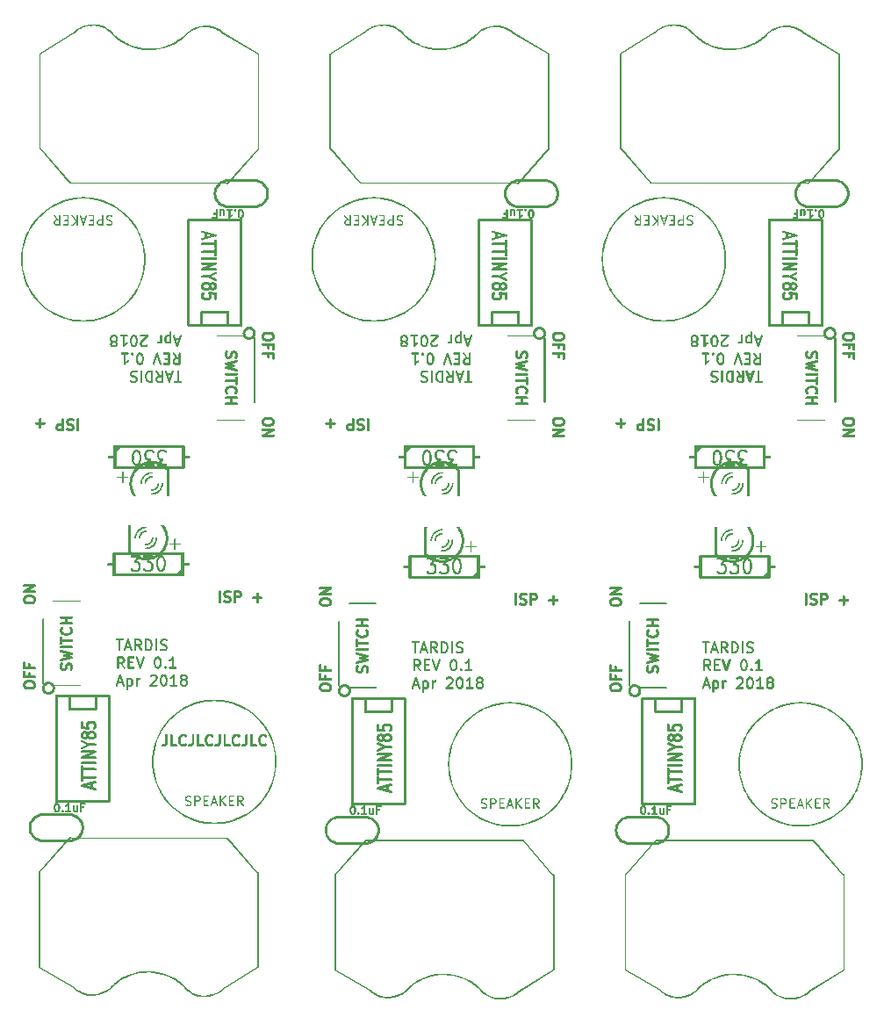
<source format=gto>
%MOIN*%
%OFA0B0*%
%FSLAX44Y44*%
%IPPOS*%
%LPD*%
G36*
X00005681Y00010686D02*
G01*
X00005696Y00010688D01*
X00005709Y00010694D01*
X00005721Y00010706D01*
X00005728Y00010720D01*
X00005729Y00010734D01*
X00005729Y00011016D01*
X00005728Y00011031D01*
X00005721Y00011045D01*
X00005709Y00011056D01*
X00005696Y00011063D01*
X00005681Y00011065D01*
X00005666Y00011063D01*
X00005652Y00011056D01*
X00005641Y00011045D01*
X00005634Y00011031D01*
X00005632Y00011016D01*
X00005632Y00010734D01*
X00005634Y00010720D01*
X00005641Y00010706D01*
X00005652Y00010694D01*
X00005666Y00010688D01*
X00005681Y00010686D01*
G37*
G36*
X00005662Y00010629D02*
G01*
X00005677Y00010632D01*
X00005691Y00010639D01*
X00005702Y00010650D01*
X00005709Y00010663D01*
X00005728Y00010720D01*
X00005729Y00010734D01*
X00005728Y00010750D01*
X00005721Y00010764D01*
X00005709Y00010774D01*
X00005696Y00010782D01*
X00005681Y00010784D01*
X00005666Y00010782D01*
X00005652Y00010774D01*
X00005641Y00010764D01*
X00005634Y00010750D01*
X00005615Y00010693D01*
X00005613Y00010679D01*
X00005615Y00010663D01*
X00005622Y00010650D01*
X00005633Y00010639D01*
X00005647Y00010632D01*
X00005662Y00010629D01*
G37*
G36*
X00005625Y00010592D02*
G01*
X00005639Y00010593D01*
X00005654Y00010601D01*
X00005691Y00010639D01*
X00005702Y00010650D01*
X00005709Y00010663D01*
X00005711Y00010679D01*
X00005709Y00010693D01*
X00005702Y00010708D01*
X00005691Y00010718D01*
X00005677Y00010725D01*
X00005662Y00010728D01*
X00005647Y00010725D01*
X00005633Y00010718D01*
X00005596Y00010681D01*
X00005585Y00010670D01*
X00005578Y00010656D01*
X00005576Y00010641D01*
X00005578Y00010626D01*
X00005585Y00010612D01*
X00005596Y00010601D01*
X00005610Y00010593D01*
X00005625Y00010592D01*
G37*
G36*
X00005568Y00010572D02*
G01*
X00005584Y00010576D01*
X00005639Y00010593D01*
X00005654Y00010601D01*
X00005665Y00010612D01*
X00005672Y00010626D01*
X00005674Y00010641D01*
X00005672Y00010656D01*
X00005665Y00010670D01*
X00005654Y00010681D01*
X00005639Y00010688D01*
X00005625Y00010690D01*
X00005610Y00010688D01*
X00005553Y00010669D01*
X00005540Y00010662D01*
X00005528Y00010651D01*
X00005522Y00010638D01*
X00005518Y00010622D01*
X00005522Y00010607D01*
X00005528Y00010592D01*
X00005540Y00010583D01*
X00005553Y00010576D01*
X00005568Y00010572D01*
G37*
G36*
X00005568Y00010572D02*
G01*
X00005584Y00010576D01*
X00005597Y00010583D01*
X00005608Y00010592D01*
X00005615Y00010607D01*
X00005618Y00010622D01*
X00005615Y00010638D01*
X00005608Y00010651D01*
X00005597Y00010662D01*
X00005584Y00010669D01*
X00005568Y00010672D01*
X00005531Y00010672D01*
X00005516Y00010669D01*
X00005502Y00010662D01*
X00005491Y00010651D01*
X00005484Y00010638D01*
X00005482Y00010622D01*
X00005484Y00010607D01*
X00005491Y00010592D01*
X00005502Y00010583D01*
X00005516Y00010576D01*
X00005531Y00010572D01*
X00005568Y00010572D01*
G37*
G36*
X00006056Y00010572D02*
G01*
X00006071Y00010576D01*
X00006085Y00010583D01*
X00006096Y00010592D01*
X00006102Y00010607D01*
X00006105Y00010622D01*
X00006102Y00010638D01*
X00006096Y00010651D01*
X00006085Y00010662D01*
X00006071Y00010669D01*
X00006056Y00010672D01*
X00005868Y00010672D01*
X00005853Y00010669D01*
X00005840Y00010662D01*
X00005829Y00010651D01*
X00005822Y00010638D01*
X00005819Y00010622D01*
X00005822Y00010607D01*
X00005829Y00010592D01*
X00005840Y00010583D01*
X00005853Y00010576D01*
X00005868Y00010572D01*
X00006056Y00010572D01*
G37*
G36*
X00005868Y00010572D02*
G01*
X00005884Y00010576D01*
X00005897Y00010583D01*
X00005908Y00010592D01*
X00005915Y00010607D01*
X00005918Y00010622D01*
X00005918Y00011016D01*
X00005915Y00011031D01*
X00005908Y00011045D01*
X00005897Y00011056D01*
X00005884Y00011063D01*
X00005868Y00011065D01*
X00005853Y00011063D01*
X00005840Y00011056D01*
X00005829Y00011045D01*
X00005822Y00011031D01*
X00005819Y00011016D01*
X00005819Y00010622D01*
X00005822Y00010607D01*
X00005829Y00010592D01*
X00005840Y00010583D01*
X00005853Y00010576D01*
X00005868Y00010572D01*
G37*
G36*
X00006393Y00010592D02*
G01*
X00006408Y00010593D01*
X00006422Y00010601D01*
X00006433Y00010612D01*
X00006452Y00010631D01*
X00006459Y00010645D01*
X00006461Y00010660D01*
X00006459Y00010674D01*
X00006452Y00010689D01*
X00006440Y00010700D01*
X00006427Y00010707D01*
X00006411Y00010709D01*
X00006397Y00010707D01*
X00006382Y00010700D01*
X00006372Y00010689D01*
X00006372Y00010689D01*
X00006364Y00010681D01*
X00006354Y00010670D01*
X00006346Y00010656D01*
X00006344Y00010641D01*
X00006346Y00010626D01*
X00006354Y00010612D01*
X00006364Y00010601D01*
X00006377Y00010593D01*
X00006393Y00010592D01*
G37*
G36*
X00006337Y00010572D02*
G01*
X00006351Y00010576D01*
X00006408Y00010593D01*
X00006422Y00010601D01*
X00006433Y00010612D01*
X00006439Y00010626D01*
X00006442Y00010641D01*
X00006439Y00010656D01*
X00006433Y00010670D01*
X00006422Y00010681D01*
X00006408Y00010688D01*
X00006393Y00010690D01*
X00006377Y00010688D01*
X00006321Y00010669D01*
X00006308Y00010662D01*
X00006297Y00010651D01*
X00006290Y00010638D01*
X00006288Y00010622D01*
X00006290Y00010607D01*
X00006297Y00010592D01*
X00006308Y00010583D01*
X00006321Y00010576D01*
X00006337Y00010572D01*
G37*
G36*
X00006337Y00010572D02*
G01*
X00006351Y00010576D01*
X00006366Y00010583D01*
X00006376Y00010592D01*
X00006384Y00010607D01*
X00006385Y00010622D01*
X00006384Y00010638D01*
X00006376Y00010651D01*
X00006366Y00010662D01*
X00006351Y00010669D01*
X00006337Y00010672D01*
X00006300Y00010672D01*
X00006284Y00010669D01*
X00006271Y00010662D01*
X00006260Y00010651D01*
X00006253Y00010638D01*
X00006250Y00010622D01*
X00006253Y00010607D01*
X00006260Y00010592D01*
X00006271Y00010583D01*
X00006284Y00010576D01*
X00006300Y00010572D01*
X00006337Y00010572D01*
G37*
G36*
X00006300Y00010572D02*
G01*
X00006314Y00010576D01*
X00006329Y00010583D01*
X00006339Y00010592D01*
X00006345Y00010607D01*
X00006348Y00010622D01*
X00006345Y00010638D01*
X00006339Y00010651D01*
X00006329Y00010662D01*
X00006314Y00010669D01*
X00006259Y00010688D01*
X00006243Y00010690D01*
X00006228Y00010688D01*
X00006213Y00010681D01*
X00006203Y00010670D01*
X00006197Y00010656D01*
X00006193Y00010641D01*
X00006197Y00010626D01*
X00006203Y00010612D01*
X00006213Y00010601D01*
X00006228Y00010593D01*
X00006284Y00010576D01*
X00006300Y00010572D01*
G37*
G36*
X00006243Y00010592D02*
G01*
X00006259Y00010593D01*
X00006272Y00010601D01*
X00006283Y00010612D01*
X00006290Y00010626D01*
X00006293Y00010641D01*
X00006290Y00010656D01*
X00006283Y00010670D01*
X00006272Y00010681D01*
X00006235Y00010718D01*
X00006221Y00010725D01*
X00006206Y00010728D01*
X00006191Y00010725D01*
X00006177Y00010718D01*
X00006166Y00010708D01*
X00006159Y00010693D01*
X00006157Y00010679D01*
X00006159Y00010663D01*
X00006166Y00010650D01*
X00006213Y00010601D01*
X00006228Y00010593D01*
X00006243Y00010592D01*
G37*
G36*
X00006206Y00010629D02*
G01*
X00006221Y00010632D01*
X00006235Y00010639D01*
X00006246Y00010650D01*
X00006253Y00010663D01*
X00006254Y00010679D01*
X00006253Y00010693D01*
X00006233Y00010731D01*
X00006227Y00010745D01*
X00006216Y00010755D01*
X00006202Y00010763D01*
X00006187Y00010765D01*
X00006172Y00010763D01*
X00006158Y00010755D01*
X00006147Y00010745D01*
X00006140Y00010731D01*
X00006138Y00010716D01*
X00006140Y00010701D01*
X00006159Y00010663D01*
X00006166Y00010650D01*
X00006177Y00010639D01*
X00006191Y00010632D01*
X00006206Y00010629D01*
G37*
G36*
X00006187Y00010667D02*
G01*
X00006202Y00010669D01*
X00006216Y00010676D01*
X00006227Y00010687D01*
X00006233Y00010701D01*
X00006236Y00010716D01*
X00006233Y00010731D01*
X00006215Y00010806D01*
X00006208Y00010820D01*
X00006197Y00010831D01*
X00006183Y00010838D01*
X00006168Y00010840D01*
X00006153Y00010838D01*
X00006139Y00010831D01*
X00006129Y00010820D01*
X00006122Y00010806D01*
X00006119Y00010791D01*
X00006122Y00010775D01*
X00006140Y00010701D01*
X00006147Y00010687D01*
X00006158Y00010676D01*
X00006172Y00010669D01*
X00006187Y00010667D01*
G37*
G36*
X00006168Y00010742D02*
G01*
X00006183Y00010744D01*
X00006197Y00010751D01*
X00006208Y00010762D01*
X00006215Y00010775D01*
X00006218Y00010791D01*
X00006218Y00010847D01*
X00006215Y00010863D01*
X00006208Y00010875D01*
X00006197Y00010887D01*
X00006183Y00010894D01*
X00006168Y00010896D01*
X00006153Y00010894D01*
X00006139Y00010887D01*
X00006129Y00010875D01*
X00006122Y00010863D01*
X00006119Y00010847D01*
X00006119Y00010791D01*
X00006122Y00010775D01*
X00006129Y00010762D01*
X00006139Y00010751D01*
X00006153Y00010744D01*
X00006168Y00010742D01*
G37*
G36*
X00006168Y00010798D02*
G01*
X00006183Y00010801D01*
X00006197Y00010808D01*
X00006208Y00010818D01*
X00006215Y00010832D01*
X00006233Y00010907D01*
X00006236Y00010922D01*
X00006233Y00010938D01*
X00006227Y00010951D01*
X00006216Y00010962D01*
X00006202Y00010969D01*
X00006187Y00010972D01*
X00006172Y00010969D01*
X00006158Y00010962D01*
X00006147Y00010951D01*
X00006140Y00010938D01*
X00006122Y00010863D01*
X00006119Y00010847D01*
X00006122Y00010832D01*
X00006129Y00010818D01*
X00006139Y00010808D01*
X00006153Y00010801D01*
X00006168Y00010798D01*
G37*
G36*
X00006187Y00010873D02*
G01*
X00006202Y00010875D01*
X00006216Y00010883D01*
X00006227Y00010893D01*
X00006233Y00010907D01*
X00006253Y00010945D01*
X00006254Y00010960D01*
X00006253Y00010975D01*
X00006246Y00010989D01*
X00006235Y00011000D01*
X00006221Y00011007D01*
X00006206Y00011009D01*
X00006191Y00011007D01*
X00006177Y00011000D01*
X00006166Y00010989D01*
X00006159Y00010975D01*
X00006140Y00010938D01*
X00006138Y00010922D01*
X00006140Y00010907D01*
X00006147Y00010893D01*
X00006158Y00010883D01*
X00006172Y00010875D01*
X00006187Y00010873D01*
G37*
G36*
X00006206Y00010911D02*
G01*
X00006221Y00010913D01*
X00006235Y00010920D01*
X00006246Y00010931D01*
X00006283Y00010968D01*
X00006290Y00010982D01*
X00006293Y00010996D01*
X00006290Y00011013D01*
X00006283Y00011026D01*
X00006272Y00011036D01*
X00006259Y00011044D01*
X00006243Y00011047D01*
X00006228Y00011044D01*
X00006213Y00011036D01*
X00006203Y00011026D01*
X00006177Y00011000D01*
X00006166Y00010989D01*
X00006159Y00010975D01*
X00006157Y00010960D01*
X00006159Y00010945D01*
X00006166Y00010931D01*
X00006177Y00010920D01*
X00006191Y00010913D01*
X00006206Y00010911D01*
G37*
G36*
X00006243Y00010948D02*
G01*
X00006259Y00010951D01*
X00006314Y00010969D01*
X00006329Y00010976D01*
X00006339Y00010987D01*
X00006345Y00011001D01*
X00006348Y00011016D01*
X00006345Y00011031D01*
X00006339Y00011045D01*
X00006329Y00011056D01*
X00006314Y00011063D01*
X00006300Y00011065D01*
X00006284Y00011063D01*
X00006228Y00011044D01*
X00006213Y00011036D01*
X00006203Y00011026D01*
X00006197Y00011013D01*
X00006193Y00010996D01*
X00006197Y00010982D01*
X00006203Y00010968D01*
X00006213Y00010958D01*
X00006228Y00010951D01*
X00006243Y00010948D01*
G37*
G36*
X00006337Y00010967D02*
G01*
X00006351Y00010969D01*
X00006366Y00010976D01*
X00006376Y00010987D01*
X00006384Y00011001D01*
X00006385Y00011016D01*
X00006384Y00011031D01*
X00006376Y00011045D01*
X00006366Y00011056D01*
X00006351Y00011063D01*
X00006337Y00011065D01*
X00006300Y00011065D01*
X00006284Y00011063D01*
X00006271Y00011056D01*
X00006260Y00011045D01*
X00006253Y00011031D01*
X00006250Y00011016D01*
X00006253Y00011001D01*
X00006260Y00010987D01*
X00006271Y00010976D01*
X00006284Y00010969D01*
X00006300Y00010967D01*
X00006337Y00010967D01*
G37*
G36*
X00006393Y00010948D02*
G01*
X00006408Y00010951D01*
X00006422Y00010958D01*
X00006433Y00010968D01*
X00006439Y00010982D01*
X00006442Y00010996D01*
X00006439Y00011013D01*
X00006433Y00011026D01*
X00006422Y00011036D01*
X00006408Y00011044D01*
X00006351Y00011063D01*
X00006337Y00011065D01*
X00006321Y00011063D01*
X00006308Y00011056D01*
X00006297Y00011045D01*
X00006290Y00011031D01*
X00006288Y00011016D01*
X00006290Y00011001D01*
X00006297Y00010987D01*
X00006308Y00010976D01*
X00006321Y00010969D01*
X00006377Y00010951D01*
X00006393Y00010948D01*
G37*
G36*
X00006411Y00010929D02*
G01*
X00006427Y00010932D01*
X00006440Y00010939D01*
X00006452Y00010950D01*
X00006459Y00010963D01*
X00006461Y00010979D01*
X00006459Y00010994D01*
X00006452Y00011008D01*
X00006440Y00011017D01*
X00006433Y00011026D01*
X00006433Y00011026D01*
X00006422Y00011036D01*
X00006408Y00011044D01*
X00006393Y00011047D01*
X00006377Y00011044D01*
X00006364Y00011036D01*
X00006354Y00011026D01*
X00006346Y00011013D01*
X00006344Y00010996D01*
X00006346Y00010982D01*
X00006354Y00010968D01*
X00006364Y00010958D01*
X00006372Y00010950D01*
X00006372Y00010950D01*
X00006382Y00010939D01*
X00006397Y00010932D01*
X00006411Y00010929D01*
G37*
G36*
X00006693Y00010686D02*
G01*
X00006709Y00010688D01*
X00006722Y00010694D01*
X00006733Y00010706D01*
X00006739Y00010720D01*
X00006742Y00010734D01*
X00006742Y00011016D01*
X00006739Y00011031D01*
X00006733Y00011045D01*
X00006722Y00011056D01*
X00006709Y00011063D01*
X00006693Y00011065D01*
X00006677Y00011063D01*
X00006664Y00011056D01*
X00006653Y00011045D01*
X00006647Y00011031D01*
X00006644Y00011016D01*
X00006644Y00010734D01*
X00006647Y00010720D01*
X00006653Y00010706D01*
X00006664Y00010694D01*
X00006677Y00010688D01*
X00006693Y00010686D01*
G37*
G36*
X00006675Y00010629D02*
G01*
X00006690Y00010632D01*
X00006704Y00010639D01*
X00006713Y00010650D01*
X00006721Y00010663D01*
X00006739Y00010720D01*
X00006742Y00010734D01*
X00006739Y00010750D01*
X00006733Y00010764D01*
X00006722Y00010774D01*
X00006709Y00010782D01*
X00006693Y00010784D01*
X00006677Y00010782D01*
X00006664Y00010774D01*
X00006653Y00010764D01*
X00006647Y00010750D01*
X00006627Y00010693D01*
X00006624Y00010679D01*
X00006627Y00010663D01*
X00006635Y00010650D01*
X00006646Y00010639D01*
X00006659Y00010632D01*
X00006675Y00010629D01*
G37*
G36*
X00006637Y00010592D02*
G01*
X00006651Y00010593D01*
X00006666Y00010601D01*
X00006677Y00010612D01*
X00006704Y00010639D01*
X00006713Y00010650D01*
X00006721Y00010663D01*
X00006724Y00010679D01*
X00006721Y00010693D01*
X00006713Y00010708D01*
X00006704Y00010718D01*
X00006690Y00010725D01*
X00006675Y00010728D01*
X00006659Y00010725D01*
X00006646Y00010718D01*
X00006596Y00010670D01*
X00006589Y00010656D01*
X00006587Y00010641D01*
X00006589Y00010626D01*
X00006596Y00010612D01*
X00006608Y00010601D01*
X00006621Y00010593D01*
X00006637Y00010592D01*
G37*
G36*
X00006581Y00010572D02*
G01*
X00006595Y00010576D01*
X00006651Y00010593D01*
X00006666Y00010601D01*
X00006677Y00010612D01*
X00006683Y00010626D01*
X00006685Y00010641D01*
X00006683Y00010656D01*
X00006677Y00010670D01*
X00006666Y00010681D01*
X00006651Y00010688D01*
X00006637Y00010690D01*
X00006621Y00010688D01*
X00006566Y00010669D01*
X00006552Y00010662D01*
X00006541Y00010651D01*
X00006533Y00010638D01*
X00006531Y00010622D01*
X00006533Y00010607D01*
X00006541Y00010592D01*
X00006552Y00010583D01*
X00006566Y00010576D01*
X00006581Y00010572D01*
G37*
G36*
X00006581Y00010572D02*
G01*
X00006595Y00010576D01*
X00006610Y00010583D01*
X00006620Y00010592D01*
X00006627Y00010607D01*
X00006630Y00010622D01*
X00006627Y00010638D01*
X00006620Y00010651D01*
X00006610Y00010662D01*
X00006595Y00010669D01*
X00006581Y00010672D01*
X00006543Y00010672D01*
X00006527Y00010669D01*
X00006514Y00010662D01*
X00006503Y00010651D01*
X00006496Y00010638D01*
X00006494Y00010622D01*
X00006496Y00010607D01*
X00006503Y00010592D01*
X00006514Y00010583D01*
X00006527Y00010576D01*
X00006543Y00010572D01*
X00006581Y00010572D01*
G37*
G36*
X00007068Y00010572D02*
G01*
X00007084Y00010576D01*
X00007097Y00010583D01*
X00007107Y00010592D01*
X00007115Y00010607D01*
X00007118Y00010622D01*
X00007115Y00010638D01*
X00007107Y00010651D01*
X00007097Y00010662D01*
X00007084Y00010669D01*
X00007068Y00010672D01*
X00006881Y00010672D01*
X00006865Y00010669D01*
X00006852Y00010662D01*
X00006841Y00010651D01*
X00006833Y00010638D01*
X00006831Y00010622D01*
X00006833Y00010607D01*
X00006841Y00010592D01*
X00006852Y00010583D01*
X00006865Y00010576D01*
X00006881Y00010572D01*
X00007068Y00010572D01*
G37*
G36*
X00006881Y00010572D02*
G01*
X00006895Y00010576D01*
X00006909Y00010583D01*
X00006921Y00010592D01*
X00006927Y00010607D01*
X00006929Y00010622D01*
X00006929Y00011016D01*
X00006927Y00011031D01*
X00006921Y00011045D01*
X00006909Y00011056D01*
X00006895Y00011063D01*
X00006881Y00011065D01*
X00006865Y00011063D01*
X00006852Y00011056D01*
X00006841Y00011045D01*
X00006833Y00011031D01*
X00006831Y00011016D01*
X00006831Y00010622D01*
X00006833Y00010607D01*
X00006841Y00010592D01*
X00006852Y00010583D01*
X00006865Y00010576D01*
X00006881Y00010572D01*
G37*
G36*
X00007406Y00010592D02*
G01*
X00007421Y00010593D01*
X00007435Y00010601D01*
X00007453Y00010620D01*
X00007463Y00010631D01*
X00007470Y00010645D01*
X00007473Y00010660D01*
X00007470Y00010674D01*
X00007463Y00010689D01*
X00007453Y00010700D01*
X00007439Y00010707D01*
X00007425Y00010709D01*
X00007408Y00010707D01*
X00007396Y00010700D01*
X00007385Y00010689D01*
X00007385Y00010689D01*
X00007377Y00010681D01*
X00007366Y00010670D01*
X00007359Y00010656D01*
X00007357Y00010641D01*
X00007359Y00010626D01*
X00007366Y00010612D01*
X00007377Y00010601D01*
X00007391Y00010593D01*
X00007406Y00010592D01*
G37*
G36*
X00007349Y00010572D02*
G01*
X00007365Y00010576D01*
X00007421Y00010593D01*
X00007435Y00010601D01*
X00007446Y00010612D01*
X00007453Y00010626D01*
X00007455Y00010641D01*
X00007453Y00010656D01*
X00007446Y00010670D01*
X00007435Y00010681D01*
X00007421Y00010688D01*
X00007406Y00010690D01*
X00007391Y00010688D01*
X00007334Y00010669D01*
X00007320Y00010662D01*
X00007310Y00010651D01*
X00007302Y00010638D01*
X00007300Y00010622D01*
X00007302Y00010607D01*
X00007310Y00010592D01*
X00007320Y00010583D01*
X00007334Y00010576D01*
X00007349Y00010572D01*
G37*
G36*
X00007349Y00010572D02*
G01*
X00007365Y00010576D01*
X00007378Y00010583D01*
X00007389Y00010592D01*
X00007396Y00010607D01*
X00007399Y00010622D01*
X00007396Y00010638D01*
X00007389Y00010651D01*
X00007378Y00010662D01*
X00007365Y00010669D01*
X00007349Y00010672D01*
X00007312Y00010672D01*
X00007297Y00010669D01*
X00007282Y00010662D01*
X00007272Y00010651D01*
X00007265Y00010638D01*
X00007262Y00010622D01*
X00007265Y00010607D01*
X00007272Y00010592D01*
X00007282Y00010583D01*
X00007297Y00010576D01*
X00007312Y00010572D01*
X00007349Y00010572D01*
G37*
G36*
X00007312Y00010572D02*
G01*
X00007327Y00010576D01*
X00007341Y00010583D01*
X00007351Y00010592D01*
X00007359Y00010607D01*
X00007361Y00010622D01*
X00007359Y00010638D01*
X00007351Y00010651D01*
X00007341Y00010662D01*
X00007327Y00010669D01*
X00007271Y00010688D01*
X00007256Y00010690D01*
X00007241Y00010688D01*
X00007226Y00010681D01*
X00007216Y00010670D01*
X00007209Y00010656D01*
X00007207Y00010641D01*
X00007209Y00010626D01*
X00007216Y00010612D01*
X00007226Y00010601D01*
X00007241Y00010593D01*
X00007297Y00010576D01*
X00007312Y00010572D01*
G37*
G36*
X00007256Y00010592D02*
G01*
X00007271Y00010593D01*
X00007285Y00010601D01*
X00007296Y00010612D01*
X00007302Y00010626D01*
X00007305Y00010641D01*
X00007302Y00010656D01*
X00007296Y00010670D01*
X00007247Y00010718D01*
X00007233Y00010725D01*
X00007218Y00010728D01*
X00007203Y00010725D01*
X00007189Y00010718D01*
X00007178Y00010708D01*
X00007170Y00010693D01*
X00007168Y00010679D01*
X00007170Y00010663D01*
X00007178Y00010650D01*
X00007226Y00010601D01*
X00007241Y00010593D01*
X00007256Y00010592D01*
G37*
G36*
X00007218Y00010629D02*
G01*
X00007233Y00010632D01*
X00007247Y00010639D01*
X00007257Y00010650D01*
X00007265Y00010663D01*
X00007267Y00010679D01*
X00007265Y00010693D01*
X00007246Y00010731D01*
X00007239Y00010745D01*
X00007227Y00010755D01*
X00007215Y00010763D01*
X00007199Y00010765D01*
X00007184Y00010763D01*
X00007170Y00010755D01*
X00007160Y00010745D01*
X00007153Y00010731D01*
X00007150Y00010716D01*
X00007153Y00010701D01*
X00007170Y00010663D01*
X00007178Y00010650D01*
X00007189Y00010639D01*
X00007203Y00010632D01*
X00007218Y00010629D01*
G37*
G36*
X00007199Y00010667D02*
G01*
X00007215Y00010669D01*
X00007227Y00010676D01*
X00007239Y00010687D01*
X00007246Y00010701D01*
X00007249Y00010716D01*
X00007246Y00010731D01*
X00007227Y00010806D01*
X00007221Y00010820D01*
X00007210Y00010831D01*
X00007195Y00010838D01*
X00007181Y00010840D01*
X00007165Y00010838D01*
X00007151Y00010831D01*
X00007140Y00010820D01*
X00007134Y00010806D01*
X00007131Y00010791D01*
X00007134Y00010775D01*
X00007153Y00010701D01*
X00007160Y00010687D01*
X00007170Y00010676D01*
X00007184Y00010669D01*
X00007199Y00010667D01*
G37*
G36*
X00007181Y00010742D02*
G01*
X00007195Y00010744D01*
X00007210Y00010751D01*
X00007221Y00010762D01*
X00007227Y00010775D01*
X00007229Y00010791D01*
X00007229Y00010847D01*
X00007227Y00010863D01*
X00007221Y00010875D01*
X00007210Y00010887D01*
X00007195Y00010894D01*
X00007181Y00010896D01*
X00007165Y00010894D01*
X00007151Y00010887D01*
X00007140Y00010875D01*
X00007134Y00010863D01*
X00007131Y00010847D01*
X00007131Y00010791D01*
X00007134Y00010775D01*
X00007140Y00010762D01*
X00007151Y00010751D01*
X00007165Y00010744D01*
X00007181Y00010742D01*
G37*
G36*
X00007181Y00010798D02*
G01*
X00007195Y00010801D01*
X00007210Y00010808D01*
X00007221Y00010818D01*
X00007227Y00010832D01*
X00007246Y00010907D01*
X00007249Y00010922D01*
X00007246Y00010938D01*
X00007239Y00010951D01*
X00007227Y00010962D01*
X00007215Y00010969D01*
X00007199Y00010972D01*
X00007184Y00010969D01*
X00007170Y00010962D01*
X00007160Y00010951D01*
X00007153Y00010938D01*
X00007134Y00010863D01*
X00007131Y00010847D01*
X00007134Y00010832D01*
X00007140Y00010818D01*
X00007151Y00010808D01*
X00007165Y00010801D01*
X00007181Y00010798D01*
G37*
G36*
X00007199Y00010873D02*
G01*
X00007215Y00010875D01*
X00007227Y00010883D01*
X00007239Y00010893D01*
X00007246Y00010907D01*
X00007265Y00010945D01*
X00007267Y00010960D01*
X00007265Y00010975D01*
X00007257Y00010989D01*
X00007247Y00011000D01*
X00007233Y00011007D01*
X00007218Y00011009D01*
X00007203Y00011007D01*
X00007189Y00011000D01*
X00007178Y00010989D01*
X00007170Y00010975D01*
X00007153Y00010938D01*
X00007150Y00010922D01*
X00007153Y00010907D01*
X00007160Y00010893D01*
X00007170Y00010883D01*
X00007184Y00010875D01*
X00007199Y00010873D01*
G37*
G36*
X00007218Y00010911D02*
G01*
X00007233Y00010913D01*
X00007247Y00010920D01*
X00007257Y00010931D01*
X00007257Y00010931D01*
X00007296Y00010968D01*
X00007302Y00010982D01*
X00007305Y00010996D01*
X00007302Y00011013D01*
X00007296Y00011026D01*
X00007285Y00011036D01*
X00007271Y00011044D01*
X00007256Y00011047D01*
X00007241Y00011044D01*
X00007226Y00011036D01*
X00007216Y00011026D01*
X00007189Y00011000D01*
X00007178Y00010989D01*
X00007170Y00010975D01*
X00007168Y00010960D01*
X00007170Y00010945D01*
X00007178Y00010931D01*
X00007189Y00010920D01*
X00007203Y00010913D01*
X00007218Y00010911D01*
G37*
G36*
X00007256Y00010948D02*
G01*
X00007271Y00010951D01*
X00007327Y00010969D01*
X00007341Y00010976D01*
X00007351Y00010987D01*
X00007359Y00011001D01*
X00007361Y00011016D01*
X00007359Y00011031D01*
X00007351Y00011045D01*
X00007341Y00011056D01*
X00007327Y00011063D01*
X00007312Y00011065D01*
X00007297Y00011063D01*
X00007241Y00011044D01*
X00007226Y00011036D01*
X00007216Y00011026D01*
X00007209Y00011013D01*
X00007207Y00010996D01*
X00007209Y00010982D01*
X00007216Y00010968D01*
X00007226Y00010958D01*
X00007241Y00010951D01*
X00007256Y00010948D01*
G37*
G36*
X00007349Y00010967D02*
G01*
X00007365Y00010969D01*
X00007378Y00010976D01*
X00007389Y00010987D01*
X00007396Y00011001D01*
X00007399Y00011016D01*
X00007396Y00011031D01*
X00007389Y00011045D01*
X00007378Y00011056D01*
X00007365Y00011063D01*
X00007349Y00011065D01*
X00007312Y00011065D01*
X00007297Y00011063D01*
X00007282Y00011056D01*
X00007272Y00011045D01*
X00007265Y00011031D01*
X00007262Y00011016D01*
X00007265Y00011001D01*
X00007272Y00010987D01*
X00007282Y00010976D01*
X00007297Y00010969D01*
X00007312Y00010967D01*
X00007349Y00010967D01*
G37*
G36*
X00007406Y00010948D02*
G01*
X00007421Y00010951D01*
X00007435Y00010958D01*
X00007446Y00010968D01*
X00007453Y00010982D01*
X00007455Y00010996D01*
X00007453Y00011013D01*
X00007446Y00011026D01*
X00007435Y00011036D01*
X00007421Y00011044D01*
X00007365Y00011063D01*
X00007349Y00011065D01*
X00007334Y00011063D01*
X00007320Y00011056D01*
X00007310Y00011045D01*
X00007302Y00011031D01*
X00007300Y00011016D01*
X00007302Y00011001D01*
X00007310Y00010987D01*
X00007320Y00010976D01*
X00007334Y00010969D01*
X00007391Y00010951D01*
X00007406Y00010948D01*
G37*
G36*
X00007425Y00010929D02*
G01*
X00007439Y00010932D01*
X00007453Y00010939D01*
X00007463Y00010950D01*
X00007470Y00010963D01*
X00007473Y00010979D01*
X00007470Y00010994D01*
X00007463Y00011008D01*
X00007453Y00011017D01*
X00007446Y00011026D01*
X00007446Y00011026D01*
X00007435Y00011036D01*
X00007421Y00011044D01*
X00007406Y00011047D01*
X00007391Y00011044D01*
X00007377Y00011036D01*
X00007366Y00011026D01*
X00007359Y00011013D01*
X00007357Y00010996D01*
X00007359Y00010982D01*
X00007366Y00010968D01*
X00007377Y00010958D01*
X00007385Y00010950D01*
X00007385Y00010950D01*
X00007396Y00010939D01*
X00007408Y00010932D01*
X00007425Y00010929D01*
G37*
G36*
X00007705Y00010686D02*
G01*
X00007721Y00010688D01*
X00007735Y00010694D01*
X00007745Y00010706D01*
X00007753Y00010720D01*
X00007755Y00010734D01*
X00007755Y00011016D01*
X00007753Y00011031D01*
X00007745Y00011045D01*
X00007735Y00011056D01*
X00007721Y00011063D01*
X00007705Y00011065D01*
X00007691Y00011063D01*
X00007677Y00011056D01*
X00007665Y00011045D01*
X00007659Y00011031D01*
X00007657Y00011016D01*
X00007657Y00010734D01*
X00007659Y00010720D01*
X00007665Y00010706D01*
X00007677Y00010694D01*
X00007691Y00010688D01*
X00007705Y00010686D01*
G37*
G36*
X00007687Y00010629D02*
G01*
X00007702Y00010632D01*
X00007715Y00010639D01*
X00007727Y00010650D01*
X00007734Y00010663D01*
X00007753Y00010720D01*
X00007755Y00010734D01*
X00007753Y00010750D01*
X00007745Y00010764D01*
X00007735Y00010774D01*
X00007721Y00010782D01*
X00007705Y00010784D01*
X00007691Y00010782D01*
X00007677Y00010774D01*
X00007665Y00010764D01*
X00007659Y00010750D01*
X00007640Y00010693D01*
X00007638Y00010679D01*
X00007640Y00010663D01*
X00007647Y00010650D01*
X00007658Y00010639D01*
X00007672Y00010632D01*
X00007687Y00010629D01*
G37*
G36*
X00007649Y00010592D02*
G01*
X00007665Y00010593D01*
X00007678Y00010601D01*
X00007715Y00010639D01*
X00007715Y00010639D01*
X00007727Y00010650D01*
X00007734Y00010663D01*
X00007735Y00010679D01*
X00007734Y00010693D01*
X00007727Y00010708D01*
X00007715Y00010718D01*
X00007702Y00010725D01*
X00007687Y00010728D01*
X00007672Y00010725D01*
X00007658Y00010718D01*
X00007610Y00010670D01*
X00007603Y00010656D01*
X00007600Y00010641D01*
X00007603Y00010626D01*
X00007610Y00010612D01*
X00007621Y00010601D01*
X00007634Y00010593D01*
X00007649Y00010592D01*
G37*
G36*
X00007592Y00010572D02*
G01*
X00007608Y00010576D01*
X00007665Y00010593D01*
X00007678Y00010601D01*
X00007689Y00010612D01*
X00007695Y00010626D01*
X00007699Y00010641D01*
X00007695Y00010656D01*
X00007689Y00010670D01*
X00007678Y00010681D01*
X00007665Y00010688D01*
X00007649Y00010690D01*
X00007634Y00010688D01*
X00007578Y00010669D01*
X00007563Y00010662D01*
X00007553Y00010651D01*
X00007546Y00010638D01*
X00007544Y00010622D01*
X00007546Y00010607D01*
X00007553Y00010592D01*
X00007563Y00010583D01*
X00007578Y00010576D01*
X00007592Y00010572D01*
G37*
G36*
X00007592Y00010572D02*
G01*
X00007608Y00010576D01*
X00007621Y00010583D01*
X00007633Y00010592D01*
X00007640Y00010607D01*
X00007642Y00010622D01*
X00007640Y00010638D01*
X00007633Y00010651D01*
X00007621Y00010662D01*
X00007608Y00010669D01*
X00007592Y00010672D01*
X00007556Y00010672D01*
X00007541Y00010669D01*
X00007527Y00010662D01*
X00007516Y00010651D01*
X00007509Y00010638D01*
X00007507Y00010622D01*
X00007509Y00010607D01*
X00007516Y00010592D01*
X00007527Y00010583D01*
X00007541Y00010576D01*
X00007556Y00010572D01*
X00007592Y00010572D01*
G37*
G36*
X00008081Y00010572D02*
G01*
X00008096Y00010576D01*
X00008110Y00010583D01*
X00008120Y00010592D01*
X00008127Y00010607D01*
X00008129Y00010622D01*
X00008127Y00010638D01*
X00008120Y00010651D01*
X00008110Y00010662D01*
X00008096Y00010669D01*
X00008081Y00010672D01*
X00007893Y00010672D01*
X00007877Y00010669D01*
X00007864Y00010662D01*
X00007853Y00010651D01*
X00007846Y00010638D01*
X00007844Y00010622D01*
X00007846Y00010607D01*
X00007853Y00010592D01*
X00007864Y00010583D01*
X00007877Y00010576D01*
X00007893Y00010572D01*
X00008081Y00010572D01*
G37*
G36*
X00007893Y00010572D02*
G01*
X00007907Y00010576D01*
X00007922Y00010583D01*
X00007933Y00010592D01*
X00007940Y00010607D01*
X00007942Y00010622D01*
X00007942Y00011016D01*
X00007940Y00011031D01*
X00007933Y00011045D01*
X00007922Y00011056D01*
X00007907Y00011063D01*
X00007893Y00011065D01*
X00007877Y00011063D01*
X00007864Y00011056D01*
X00007853Y00011045D01*
X00007846Y00011031D01*
X00007844Y00011016D01*
X00007844Y00010622D01*
X00007846Y00010607D01*
X00007853Y00010592D01*
X00007864Y00010583D01*
X00007877Y00010576D01*
X00007893Y00010572D01*
G37*
G36*
X00008418Y00010592D02*
G01*
X00008433Y00010593D01*
X00008447Y00010601D01*
X00008458Y00010612D01*
X00008477Y00010631D01*
X00008484Y00010645D01*
X00008486Y00010660D01*
X00008484Y00010674D01*
X00008477Y00010689D01*
X00008466Y00010700D01*
X00008452Y00010707D01*
X00008437Y00010709D01*
X00008422Y00010707D01*
X00008408Y00010700D01*
X00008397Y00010689D01*
X00008389Y00010681D01*
X00008378Y00010670D01*
X00008371Y00010656D01*
X00008369Y00010641D01*
X00008371Y00010626D01*
X00008378Y00010612D01*
X00008389Y00010601D01*
X00008403Y00010593D01*
X00008418Y00010592D01*
G37*
G36*
X00008362Y00010572D02*
G01*
X00008377Y00010576D01*
X00008433Y00010593D01*
X00008447Y00010601D01*
X00008458Y00010612D01*
X00008465Y00010626D01*
X00008467Y00010641D01*
X00008465Y00010656D01*
X00008458Y00010670D01*
X00008447Y00010681D01*
X00008433Y00010688D01*
X00008418Y00010690D01*
X00008403Y00010688D01*
X00008347Y00010669D01*
X00008333Y00010662D01*
X00008322Y00010651D01*
X00008315Y00010638D01*
X00008313Y00010622D01*
X00008315Y00010607D01*
X00008322Y00010592D01*
X00008333Y00010583D01*
X00008347Y00010576D01*
X00008362Y00010572D01*
G37*
G36*
X00008362Y00010572D02*
G01*
X00008377Y00010576D01*
X00008391Y00010583D01*
X00008402Y00010592D01*
X00008409Y00010607D01*
X00008411Y00010622D01*
X00008409Y00010638D01*
X00008402Y00010651D01*
X00008391Y00010662D01*
X00008377Y00010669D01*
X00008362Y00010672D01*
X00008324Y00010672D01*
X00008309Y00010669D01*
X00008295Y00010662D01*
X00008285Y00010651D01*
X00008278Y00010638D01*
X00008275Y00010622D01*
X00008278Y00010607D01*
X00008285Y00010592D01*
X00008295Y00010583D01*
X00008309Y00010576D01*
X00008324Y00010572D01*
X00008362Y00010572D01*
G37*
G36*
X00008324Y00010572D02*
G01*
X00008340Y00010576D01*
X00008353Y00010583D01*
X00008364Y00010592D01*
X00008371Y00010607D01*
X00008374Y00010622D01*
X00008371Y00010638D01*
X00008364Y00010651D01*
X00008353Y00010662D01*
X00008340Y00010669D01*
X00008283Y00010688D01*
X00008268Y00010690D01*
X00008253Y00010688D01*
X00008239Y00010681D01*
X00008228Y00010670D01*
X00008221Y00010656D01*
X00008219Y00010641D01*
X00008221Y00010626D01*
X00008228Y00010612D01*
X00008239Y00010601D01*
X00008253Y00010593D01*
X00008309Y00010576D01*
X00008324Y00010572D01*
G37*
G36*
X00008268Y00010592D02*
G01*
X00008283Y00010593D01*
X00008297Y00010601D01*
X00008308Y00010612D01*
X00008315Y00010626D01*
X00008317Y00010641D01*
X00008315Y00010656D01*
X00008308Y00010670D01*
X00008260Y00010718D01*
X00008246Y00010725D01*
X00008231Y00010728D01*
X00008215Y00010725D01*
X00008202Y00010718D01*
X00008191Y00010708D01*
X00008184Y00010693D01*
X00008181Y00010679D01*
X00008184Y00010663D01*
X00008191Y00010650D01*
X00008202Y00010639D01*
X00008239Y00010601D01*
X00008253Y00010593D01*
X00008268Y00010592D01*
G37*
G36*
X00008231Y00010629D02*
G01*
X00008246Y00010632D01*
X00008260Y00010639D01*
X00008270Y00010650D01*
X00008277Y00010663D01*
X00008280Y00010679D01*
X00008277Y00010693D01*
X00008259Y00010731D01*
X00008252Y00010745D01*
X00008241Y00010755D01*
X00008227Y00010763D01*
X00008212Y00010765D01*
X00008197Y00010763D01*
X00008183Y00010755D01*
X00008172Y00010745D01*
X00008165Y00010731D01*
X00008163Y00010716D01*
X00008165Y00010701D01*
X00008184Y00010663D01*
X00008191Y00010650D01*
X00008202Y00010639D01*
X00008215Y00010632D01*
X00008231Y00010629D01*
G37*
G36*
X00008212Y00010667D02*
G01*
X00008227Y00010669D01*
X00008241Y00010676D01*
X00008252Y00010687D01*
X00008259Y00010701D01*
X00008260Y00010716D01*
X00008259Y00010731D01*
X00008240Y00010806D01*
X00008233Y00010820D01*
X00008222Y00010831D01*
X00008208Y00010838D01*
X00008193Y00010840D01*
X00008178Y00010838D01*
X00008164Y00010831D01*
X00008153Y00010820D01*
X00008146Y00010806D01*
X00008144Y00010791D01*
X00008146Y00010775D01*
X00008165Y00010701D01*
X00008172Y00010687D01*
X00008183Y00010676D01*
X00008197Y00010669D01*
X00008212Y00010667D01*
G37*
G36*
X00008193Y00010742D02*
G01*
X00008208Y00010744D01*
X00008222Y00010751D01*
X00008233Y00010762D01*
X00008240Y00010775D01*
X00008242Y00010791D01*
X00008242Y00010847D01*
X00008240Y00010863D01*
X00008233Y00010875D01*
X00008222Y00010887D01*
X00008208Y00010894D01*
X00008193Y00010896D01*
X00008178Y00010894D01*
X00008164Y00010887D01*
X00008153Y00010875D01*
X00008146Y00010863D01*
X00008144Y00010847D01*
X00008144Y00010791D01*
X00008146Y00010775D01*
X00008153Y00010762D01*
X00008164Y00010751D01*
X00008178Y00010744D01*
X00008193Y00010742D01*
G37*
G36*
X00008193Y00010798D02*
G01*
X00008208Y00010801D01*
X00008222Y00010808D01*
X00008233Y00010818D01*
X00008240Y00010832D01*
X00008259Y00010907D01*
X00008260Y00010922D01*
X00008259Y00010938D01*
X00008252Y00010951D01*
X00008241Y00010962D01*
X00008227Y00010969D01*
X00008212Y00010972D01*
X00008197Y00010969D01*
X00008183Y00010962D01*
X00008172Y00010951D01*
X00008165Y00010938D01*
X00008146Y00010863D01*
X00008144Y00010847D01*
X00008146Y00010832D01*
X00008153Y00010818D01*
X00008164Y00010808D01*
X00008178Y00010801D01*
X00008193Y00010798D01*
G37*
G36*
X00008212Y00010873D02*
G01*
X00008227Y00010875D01*
X00008241Y00010883D01*
X00008252Y00010893D01*
X00008259Y00010907D01*
X00008277Y00010945D01*
X00008280Y00010960D01*
X00008277Y00010975D01*
X00008270Y00010989D01*
X00008260Y00011000D01*
X00008246Y00011007D01*
X00008231Y00011009D01*
X00008215Y00011007D01*
X00008202Y00011000D01*
X00008191Y00010989D01*
X00008184Y00010975D01*
X00008165Y00010938D01*
X00008163Y00010922D01*
X00008165Y00010907D01*
X00008172Y00010893D01*
X00008183Y00010883D01*
X00008197Y00010875D01*
X00008212Y00010873D01*
G37*
G36*
X00008231Y00010911D02*
G01*
X00008246Y00010913D01*
X00008260Y00010920D01*
X00008308Y00010968D01*
X00008315Y00010982D01*
X00008317Y00010996D01*
X00008315Y00011013D01*
X00008308Y00011026D01*
X00008297Y00011036D01*
X00008283Y00011044D01*
X00008268Y00011047D01*
X00008253Y00011044D01*
X00008239Y00011036D01*
X00008191Y00010989D01*
X00008184Y00010975D01*
X00008181Y00010960D01*
X00008184Y00010945D01*
X00008191Y00010931D01*
X00008202Y00010920D01*
X00008215Y00010913D01*
X00008231Y00010911D01*
G37*
G36*
X00008268Y00010948D02*
G01*
X00008283Y00010951D01*
X00008340Y00010969D01*
X00008353Y00010976D01*
X00008364Y00010987D01*
X00008371Y00011001D01*
X00008374Y00011016D01*
X00008371Y00011031D01*
X00008364Y00011045D01*
X00008353Y00011056D01*
X00008340Y00011063D01*
X00008324Y00011065D01*
X00008309Y00011063D01*
X00008253Y00011044D01*
X00008239Y00011036D01*
X00008228Y00011026D01*
X00008221Y00011013D01*
X00008219Y00010996D01*
X00008221Y00010982D01*
X00008228Y00010968D01*
X00008239Y00010958D01*
X00008253Y00010951D01*
X00008268Y00010948D01*
G37*
G36*
X00008362Y00010967D02*
G01*
X00008377Y00010969D01*
X00008391Y00010976D01*
X00008402Y00010987D01*
X00008409Y00011001D01*
X00008411Y00011016D01*
X00008409Y00011031D01*
X00008402Y00011045D01*
X00008391Y00011056D01*
X00008377Y00011063D01*
X00008362Y00011065D01*
X00008324Y00011065D01*
X00008309Y00011063D01*
X00008295Y00011056D01*
X00008285Y00011045D01*
X00008278Y00011031D01*
X00008275Y00011016D01*
X00008278Y00011001D01*
X00008285Y00010987D01*
X00008295Y00010976D01*
X00008309Y00010969D01*
X00008324Y00010967D01*
X00008362Y00010967D01*
G37*
G36*
X00008418Y00010948D02*
G01*
X00008433Y00010951D01*
X00008447Y00010958D01*
X00008458Y00010968D01*
X00008465Y00010982D01*
X00008467Y00010996D01*
X00008465Y00011013D01*
X00008458Y00011026D01*
X00008447Y00011036D01*
X00008433Y00011044D01*
X00008377Y00011063D01*
X00008362Y00011065D01*
X00008347Y00011063D01*
X00008333Y00011056D01*
X00008322Y00011045D01*
X00008315Y00011031D01*
X00008313Y00011016D01*
X00008315Y00011001D01*
X00008322Y00010987D01*
X00008333Y00010976D01*
X00008347Y00010969D01*
X00008403Y00010951D01*
X00008418Y00010948D01*
G37*
G36*
X00008437Y00010929D02*
G01*
X00008452Y00010932D01*
X00008466Y00010939D01*
X00008477Y00010950D01*
X00008484Y00010963D01*
X00008486Y00010979D01*
X00008484Y00010994D01*
X00008477Y00011008D01*
X00008466Y00011017D01*
X00008458Y00011026D01*
X00008458Y00011026D01*
X00008447Y00011036D01*
X00008433Y00011044D01*
X00008418Y00011047D01*
X00008403Y00011044D01*
X00008389Y00011036D01*
X00008378Y00011026D01*
X00008371Y00011013D01*
X00008369Y00010996D01*
X00008371Y00010982D01*
X00008378Y00010968D01*
X00008389Y00010958D01*
X00008397Y00010950D01*
X00008408Y00010939D01*
X00008422Y00010932D01*
X00008437Y00010929D01*
G37*
G36*
X00008718Y00010686D02*
G01*
X00008733Y00010688D01*
X00008747Y00010694D01*
X00008758Y00010706D01*
X00008765Y00010720D01*
X00008767Y00010734D01*
X00008767Y00011016D01*
X00008765Y00011031D01*
X00008758Y00011045D01*
X00008747Y00011056D01*
X00008733Y00011063D01*
X00008718Y00011065D01*
X00008703Y00011063D01*
X00008689Y00011056D01*
X00008678Y00011045D01*
X00008671Y00011031D01*
X00008669Y00011016D01*
X00008669Y00010734D01*
X00008671Y00010720D01*
X00008678Y00010706D01*
X00008689Y00010694D01*
X00008703Y00010688D01*
X00008718Y00010686D01*
G37*
G36*
X00008699Y00010629D02*
G01*
X00008715Y00010632D01*
X00008728Y00010639D01*
X00008739Y00010650D01*
X00008746Y00010663D01*
X00008765Y00010720D01*
X00008767Y00010734D01*
X00008765Y00010750D01*
X00008758Y00010764D01*
X00008747Y00010774D01*
X00008733Y00010782D01*
X00008718Y00010784D01*
X00008703Y00010782D01*
X00008689Y00010774D01*
X00008678Y00010764D01*
X00008671Y00010750D01*
X00008653Y00010693D01*
X00008650Y00010679D01*
X00008653Y00010663D01*
X00008660Y00010650D01*
X00008670Y00010639D01*
X00008684Y00010632D01*
X00008699Y00010629D01*
G37*
G36*
X00008662Y00010592D02*
G01*
X00008677Y00010593D01*
X00008691Y00010601D01*
X00008728Y00010639D01*
X00008728Y00010639D01*
X00008739Y00010650D01*
X00008746Y00010663D01*
X00008749Y00010679D01*
X00008746Y00010693D01*
X00008739Y00010708D01*
X00008728Y00010718D01*
X00008715Y00010725D01*
X00008699Y00010728D01*
X00008684Y00010725D01*
X00008670Y00010718D01*
X00008622Y00010670D01*
X00008615Y00010656D01*
X00008613Y00010641D01*
X00008615Y00010626D01*
X00008622Y00010612D01*
X00008633Y00010601D01*
X00008647Y00010593D01*
X00008662Y00010592D01*
G37*
G36*
X00008606Y00010572D02*
G01*
X00008621Y00010576D01*
X00008677Y00010593D01*
X00008691Y00010601D01*
X00008702Y00010612D01*
X00008709Y00010626D01*
X00008711Y00010641D01*
X00008709Y00010656D01*
X00008702Y00010670D01*
X00008691Y00010681D01*
X00008677Y00010688D01*
X00008662Y00010690D01*
X00008647Y00010688D01*
X00008590Y00010669D01*
X00008577Y00010662D01*
X00008566Y00010651D01*
X00008559Y00010638D01*
X00008556Y00010622D01*
X00008559Y00010607D01*
X00008566Y00010592D01*
X00008577Y00010583D01*
X00008590Y00010576D01*
X00008606Y00010572D01*
G37*
G36*
X00008606Y00010572D02*
G01*
X00008621Y00010576D01*
X00008635Y00010583D01*
X00008645Y00010592D01*
X00008652Y00010607D01*
X00008655Y00010622D01*
X00008652Y00010638D01*
X00008645Y00010651D01*
X00008635Y00010662D01*
X00008621Y00010669D01*
X00008606Y00010672D01*
X00008568Y00010672D01*
X00008553Y00010669D01*
X00008539Y00010662D01*
X00008528Y00010651D01*
X00008521Y00010638D01*
X00008519Y00010622D01*
X00008521Y00010607D01*
X00008528Y00010592D01*
X00008539Y00010583D01*
X00008553Y00010576D01*
X00008568Y00010572D01*
X00008606Y00010572D01*
G37*
G36*
X00009093Y00010572D02*
G01*
X00009108Y00010576D01*
X00009122Y00010583D01*
X00009133Y00010592D01*
X00009140Y00010607D01*
X00009142Y00010622D01*
X00009140Y00010638D01*
X00009133Y00010651D01*
X00009122Y00010662D01*
X00009108Y00010669D01*
X00009093Y00010672D01*
X00008906Y00010672D01*
X00008890Y00010669D01*
X00008877Y00010662D01*
X00008866Y00010651D01*
X00008859Y00010638D01*
X00008856Y00010622D01*
X00008859Y00010607D01*
X00008866Y00010592D01*
X00008877Y00010583D01*
X00008890Y00010576D01*
X00008906Y00010572D01*
X00009093Y00010572D01*
G37*
G36*
X00008906Y00010572D02*
G01*
X00008921Y00010576D01*
X00008934Y00010583D01*
X00008945Y00010592D01*
X00008952Y00010607D01*
X00008955Y00010622D01*
X00008955Y00011016D01*
X00008952Y00011031D01*
X00008945Y00011045D01*
X00008934Y00011056D01*
X00008921Y00011063D01*
X00008906Y00011065D01*
X00008890Y00011063D01*
X00008877Y00011056D01*
X00008866Y00011045D01*
X00008859Y00011031D01*
X00008856Y00011016D01*
X00008856Y00010622D01*
X00008859Y00010607D01*
X00008866Y00010592D01*
X00008877Y00010583D01*
X00008890Y00010576D01*
X00008906Y00010572D01*
G37*
G36*
X00009431Y00010592D02*
G01*
X00009446Y00010593D01*
X00009459Y00010601D01*
X00009478Y00010620D01*
X00009489Y00010631D01*
X00009496Y00010645D01*
X00009498Y00010660D01*
X00009496Y00010674D01*
X00009489Y00010689D01*
X00009478Y00010700D01*
X00009464Y00010707D01*
X00009449Y00010709D01*
X00009434Y00010707D01*
X00009420Y00010700D01*
X00009391Y00010670D01*
X00009384Y00010656D01*
X00009381Y00010641D01*
X00009384Y00010626D01*
X00009391Y00010612D01*
X00009402Y00010601D01*
X00009415Y00010593D01*
X00009431Y00010592D01*
G37*
G36*
X00009374Y00010572D02*
G01*
X00009389Y00010576D01*
X00009446Y00010593D01*
X00009459Y00010601D01*
X00009470Y00010612D01*
X00009477Y00010626D01*
X00009480Y00010641D01*
X00009477Y00010656D01*
X00009470Y00010670D01*
X00009459Y00010681D01*
X00009446Y00010688D01*
X00009431Y00010690D01*
X00009415Y00010688D01*
X00009359Y00010669D01*
X00009345Y00010662D01*
X00009334Y00010651D01*
X00009327Y00010638D01*
X00009325Y00010622D01*
X00009327Y00010607D01*
X00009334Y00010592D01*
X00009345Y00010583D01*
X00009359Y00010576D01*
X00009374Y00010572D01*
G37*
G36*
X00009374Y00010572D02*
G01*
X00009389Y00010576D01*
X00009403Y00010583D01*
X00009414Y00010592D01*
X00009421Y00010607D01*
X00009423Y00010622D01*
X00009421Y00010638D01*
X00009414Y00010651D01*
X00009403Y00010662D01*
X00009389Y00010669D01*
X00009374Y00010672D01*
X00009337Y00010672D01*
X00009322Y00010669D01*
X00009308Y00010662D01*
X00009297Y00010651D01*
X00009290Y00010638D01*
X00009288Y00010622D01*
X00009290Y00010607D01*
X00009297Y00010592D01*
X00009308Y00010583D01*
X00009322Y00010576D01*
X00009337Y00010572D01*
X00009374Y00010572D01*
G37*
G36*
X00009337Y00010572D02*
G01*
X00009352Y00010576D01*
X00009366Y00010583D01*
X00009377Y00010592D01*
X00009384Y00010607D01*
X00009386Y00010622D01*
X00009384Y00010638D01*
X00009377Y00010651D01*
X00009366Y00010662D01*
X00009352Y00010669D01*
X00009296Y00010688D01*
X00009281Y00010690D01*
X00009265Y00010688D01*
X00009252Y00010681D01*
X00009241Y00010670D01*
X00009234Y00010656D01*
X00009231Y00010641D01*
X00009234Y00010626D01*
X00009241Y00010612D01*
X00009252Y00010601D01*
X00009265Y00010593D01*
X00009322Y00010576D01*
X00009337Y00010572D01*
G37*
G36*
X00009281Y00010592D02*
G01*
X00009296Y00010593D01*
X00009309Y00010601D01*
X00009320Y00010612D01*
X00009327Y00010626D01*
X00009330Y00010641D01*
X00009327Y00010656D01*
X00009320Y00010670D01*
X00009272Y00010718D01*
X00009258Y00010725D01*
X00009243Y00010728D01*
X00009228Y00010725D01*
X00009214Y00010718D01*
X00009203Y00010708D01*
X00009196Y00010693D01*
X00009194Y00010679D01*
X00009196Y00010663D01*
X00009203Y00010650D01*
X00009214Y00010639D01*
X00009252Y00010601D01*
X00009265Y00010593D01*
X00009281Y00010592D01*
G37*
G36*
X00009243Y00010629D02*
G01*
X00009258Y00010632D01*
X00009272Y00010639D01*
X00009283Y00010650D01*
X00009290Y00010663D01*
X00009292Y00010679D01*
X00009290Y00010693D01*
X00009271Y00010731D01*
X00009264Y00010745D01*
X00009253Y00010755D01*
X00009239Y00010763D01*
X00009224Y00010765D01*
X00009209Y00010763D01*
X00009195Y00010755D01*
X00009184Y00010745D01*
X00009177Y00010731D01*
X00009175Y00010716D01*
X00009177Y00010701D01*
X00009196Y00010663D01*
X00009203Y00010650D01*
X00009214Y00010639D01*
X00009228Y00010632D01*
X00009243Y00010629D01*
G37*
G36*
X00009224Y00010667D02*
G01*
X00009239Y00010669D01*
X00009253Y00010676D01*
X00009264Y00010687D01*
X00009271Y00010701D01*
X00009273Y00010716D01*
X00009271Y00010731D01*
X00009252Y00010806D01*
X00009245Y00010820D01*
X00009234Y00010831D01*
X00009221Y00010838D01*
X00009206Y00010840D01*
X00009190Y00010838D01*
X00009177Y00010831D01*
X00009166Y00010820D01*
X00009159Y00010806D01*
X00009156Y00010791D01*
X00009159Y00010775D01*
X00009177Y00010701D01*
X00009184Y00010687D01*
X00009195Y00010676D01*
X00009209Y00010669D01*
X00009224Y00010667D01*
G37*
G36*
X00009206Y00010742D02*
G01*
X00009221Y00010744D01*
X00009234Y00010751D01*
X00009245Y00010762D01*
X00009252Y00010775D01*
X00009255Y00010791D01*
X00009255Y00010847D01*
X00009252Y00010863D01*
X00009245Y00010875D01*
X00009234Y00010887D01*
X00009221Y00010894D01*
X00009206Y00010896D01*
X00009190Y00010894D01*
X00009177Y00010887D01*
X00009166Y00010875D01*
X00009159Y00010863D01*
X00009156Y00010847D01*
X00009156Y00010791D01*
X00009159Y00010775D01*
X00009166Y00010762D01*
X00009177Y00010751D01*
X00009190Y00010744D01*
X00009206Y00010742D01*
G37*
G36*
X00009206Y00010798D02*
G01*
X00009221Y00010801D01*
X00009234Y00010808D01*
X00009245Y00010818D01*
X00009252Y00010832D01*
X00009271Y00010907D01*
X00009273Y00010922D01*
X00009271Y00010938D01*
X00009264Y00010951D01*
X00009253Y00010962D01*
X00009239Y00010969D01*
X00009224Y00010972D01*
X00009209Y00010969D01*
X00009195Y00010962D01*
X00009184Y00010951D01*
X00009177Y00010938D01*
X00009159Y00010863D01*
X00009156Y00010847D01*
X00009159Y00010832D01*
X00009166Y00010818D01*
X00009177Y00010808D01*
X00009190Y00010801D01*
X00009206Y00010798D01*
G37*
G36*
X00009224Y00010873D02*
G01*
X00009239Y00010875D01*
X00009253Y00010883D01*
X00009264Y00010893D01*
X00009271Y00010907D01*
X00009290Y00010945D01*
X00009292Y00010960D01*
X00009290Y00010975D01*
X00009283Y00010989D01*
X00009272Y00011000D01*
X00009258Y00011007D01*
X00009243Y00011009D01*
X00009228Y00011007D01*
X00009214Y00011000D01*
X00009203Y00010989D01*
X00009196Y00010975D01*
X00009177Y00010938D01*
X00009175Y00010922D01*
X00009177Y00010907D01*
X00009184Y00010893D01*
X00009195Y00010883D01*
X00009209Y00010875D01*
X00009224Y00010873D01*
G37*
G36*
X00009243Y00010911D02*
G01*
X00009258Y00010913D01*
X00009272Y00010920D01*
X00009320Y00010968D01*
X00009327Y00010982D01*
X00009330Y00010996D01*
X00009327Y00011013D01*
X00009320Y00011026D01*
X00009309Y00011036D01*
X00009296Y00011044D01*
X00009281Y00011047D01*
X00009265Y00011044D01*
X00009252Y00011036D01*
X00009203Y00010989D01*
X00009196Y00010975D01*
X00009194Y00010960D01*
X00009196Y00010945D01*
X00009203Y00010931D01*
X00009214Y00010920D01*
X00009228Y00010913D01*
X00009243Y00010911D01*
G37*
G36*
X00009281Y00010948D02*
G01*
X00009296Y00010951D01*
X00009352Y00010969D01*
X00009366Y00010976D01*
X00009377Y00010987D01*
X00009384Y00011001D01*
X00009386Y00011016D01*
X00009384Y00011031D01*
X00009377Y00011045D01*
X00009366Y00011056D01*
X00009352Y00011063D01*
X00009337Y00011065D01*
X00009322Y00011063D01*
X00009265Y00011044D01*
X00009252Y00011036D01*
X00009241Y00011026D01*
X00009234Y00011013D01*
X00009231Y00010996D01*
X00009234Y00010982D01*
X00009241Y00010968D01*
X00009252Y00010958D01*
X00009265Y00010951D01*
X00009281Y00010948D01*
G37*
G36*
X00009374Y00010967D02*
G01*
X00009389Y00010969D01*
X00009403Y00010976D01*
X00009414Y00010987D01*
X00009421Y00011001D01*
X00009423Y00011016D01*
X00009421Y00011031D01*
X00009414Y00011045D01*
X00009403Y00011056D01*
X00009389Y00011063D01*
X00009374Y00011065D01*
X00009337Y00011065D01*
X00009322Y00011063D01*
X00009308Y00011056D01*
X00009297Y00011045D01*
X00009290Y00011031D01*
X00009288Y00011016D01*
X00009290Y00011001D01*
X00009297Y00010987D01*
X00009308Y00010976D01*
X00009322Y00010969D01*
X00009337Y00010967D01*
X00009374Y00010967D01*
G37*
G36*
X00009431Y00010948D02*
G01*
X00009446Y00010951D01*
X00009459Y00010958D01*
X00009470Y00010968D01*
X00009477Y00010982D01*
X00009480Y00010996D01*
X00009477Y00011013D01*
X00009470Y00011026D01*
X00009459Y00011036D01*
X00009446Y00011044D01*
X00009389Y00011063D01*
X00009374Y00011065D01*
X00009359Y00011063D01*
X00009345Y00011056D01*
X00009334Y00011045D01*
X00009327Y00011031D01*
X00009325Y00011016D01*
X00009327Y00011001D01*
X00009334Y00010987D01*
X00009345Y00010976D01*
X00009359Y00010969D01*
X00009415Y00010951D01*
X00009431Y00010948D01*
G37*
G36*
X00009449Y00010929D02*
G01*
X00009464Y00010932D01*
X00009478Y00010939D01*
X00009489Y00010950D01*
X00009496Y00010963D01*
X00009498Y00010979D01*
X00009496Y00010994D01*
X00009489Y00011008D01*
X00009470Y00011026D01*
X00009470Y00011026D01*
X00009459Y00011036D01*
X00009446Y00011044D01*
X00009431Y00011047D01*
X00009415Y00011044D01*
X00009402Y00011036D01*
X00009391Y00011026D01*
X00009384Y00011013D01*
X00009381Y00010996D01*
X00009384Y00010982D01*
X00009391Y00010968D01*
X00009420Y00010939D01*
X00009434Y00010932D01*
X00009449Y00010929D01*
G37*
G36*
X00007709Y00016020D02*
G01*
X00007724Y00016022D01*
X00007738Y00016029D01*
X00007749Y00016040D01*
X00007756Y00016054D01*
X00007759Y00016070D01*
X00007759Y00016470D01*
X00007756Y00016485D01*
X00007749Y00016499D01*
X00007738Y00016510D01*
X00007724Y00016517D01*
X00007709Y00016520D01*
X00007694Y00016517D01*
X00007680Y00016510D01*
X00007669Y00016499D01*
X00007661Y00016485D01*
X00007659Y00016470D01*
X00007659Y00016070D01*
X00007661Y00016054D01*
X00007669Y00016040D01*
X00007680Y00016029D01*
X00007694Y00016022D01*
X00007709Y00016020D01*
G37*
G36*
X00007937Y00016020D02*
G01*
X00007953Y00016022D01*
X00007967Y00016029D01*
X00007977Y00016040D01*
X00007985Y00016054D01*
X00007987Y00016070D01*
X00007985Y00016085D01*
X00007977Y00016099D01*
X00007967Y00016110D01*
X00007953Y00016117D01*
X00007895Y00016136D01*
X00007880Y00016138D01*
X00007864Y00016136D01*
X00007851Y00016129D01*
X00007840Y00016117D01*
X00007833Y00016104D01*
X00007830Y00016089D01*
X00007833Y00016073D01*
X00007840Y00016058D01*
X00007851Y00016048D01*
X00007864Y00016041D01*
X00007922Y00016022D01*
X00007937Y00016020D01*
G37*
G36*
X00008033Y00016020D02*
G01*
X00008047Y00016022D01*
X00008062Y00016029D01*
X00008073Y00016040D01*
X00008080Y00016054D01*
X00008083Y00016070D01*
X00008080Y00016085D01*
X00008073Y00016099D01*
X00008062Y00016110D01*
X00008047Y00016117D01*
X00008033Y00016120D01*
X00007937Y00016120D01*
X00007922Y00016117D01*
X00007907Y00016110D01*
X00007896Y00016099D01*
X00007890Y00016085D01*
X00007887Y00016070D01*
X00007890Y00016054D01*
X00007896Y00016040D01*
X00007907Y00016029D01*
X00007922Y00016022D01*
X00007937Y00016020D01*
X00008033Y00016020D01*
G37*
G36*
X00008033Y00016020D02*
G01*
X00008047Y00016022D01*
X00008086Y00016041D01*
X00008100Y00016048D01*
X00008111Y00016058D01*
X00008118Y00016073D01*
X00008121Y00016089D01*
X00008118Y00016104D01*
X00008111Y00016117D01*
X00008100Y00016129D01*
X00008086Y00016136D01*
X00008071Y00016138D01*
X00008055Y00016136D01*
X00008016Y00016117D01*
X00008003Y00016110D01*
X00007992Y00016099D01*
X00007985Y00016085D01*
X00007983Y00016070D01*
X00007985Y00016054D01*
X00007992Y00016040D01*
X00008003Y00016029D01*
X00008016Y00016022D01*
X00008033Y00016020D01*
G37*
G36*
X00008071Y00016039D02*
G01*
X00008086Y00016041D01*
X00008100Y00016048D01*
X00008129Y00016077D01*
X00008138Y00016092D01*
X00008139Y00016108D01*
X00008138Y00016122D01*
X00008129Y00016137D01*
X00008119Y00016148D01*
X00008105Y00016155D01*
X00008090Y00016157D01*
X00008075Y00016155D01*
X00008061Y00016148D01*
X00008050Y00016137D01*
X00008050Y00016137D01*
X00008042Y00016129D01*
X00008030Y00016117D01*
X00008023Y00016104D01*
X00008021Y00016089D01*
X00008023Y00016073D01*
X00008030Y00016058D01*
X00008042Y00016048D01*
X00008055Y00016041D01*
X00008071Y00016039D01*
G37*
G36*
X00008090Y00016057D02*
G01*
X00008105Y00016060D01*
X00008119Y00016067D01*
X00008129Y00016077D01*
X00008138Y00016092D01*
X00008157Y00016130D01*
X00008159Y00016146D01*
X00008157Y00016161D01*
X00008149Y00016175D01*
X00008138Y00016186D01*
X00008124Y00016193D01*
X00008108Y00016196D01*
X00008094Y00016193D01*
X00008080Y00016186D01*
X00008068Y00016175D01*
X00008061Y00016161D01*
X00008042Y00016122D01*
X00008040Y00016108D01*
X00008042Y00016092D01*
X00008050Y00016077D01*
X00008061Y00016067D01*
X00008075Y00016060D01*
X00008090Y00016057D01*
G37*
G36*
X00008108Y00016095D02*
G01*
X00008124Y00016097D01*
X00008138Y00016105D01*
X00008149Y00016116D01*
X00008157Y00016130D01*
X00008159Y00016146D01*
X00008159Y00016184D01*
X00008157Y00016198D01*
X00008149Y00016213D01*
X00008138Y00016224D01*
X00008124Y00016231D01*
X00008108Y00016234D01*
X00008094Y00016231D01*
X00008080Y00016224D01*
X00008068Y00016213D01*
X00008061Y00016198D01*
X00008058Y00016184D01*
X00008058Y00016146D01*
X00008061Y00016130D01*
X00008068Y00016116D01*
X00008080Y00016105D01*
X00008094Y00016097D01*
X00008108Y00016095D01*
G37*
G36*
X00008108Y00016134D02*
G01*
X00008124Y00016136D01*
X00008138Y00016143D01*
X00008149Y00016154D01*
X00008157Y00016168D01*
X00008159Y00016184D01*
X00008157Y00016198D01*
X00008138Y00016237D01*
X00008129Y00016251D01*
X00008119Y00016262D01*
X00008105Y00016269D01*
X00008090Y00016272D01*
X00008075Y00016269D01*
X00008061Y00016262D01*
X00008050Y00016251D01*
X00008042Y00016237D01*
X00008040Y00016222D01*
X00008042Y00016206D01*
X00008061Y00016168D01*
X00008068Y00016154D01*
X00008080Y00016143D01*
X00008094Y00016136D01*
X00008108Y00016134D01*
G37*
G36*
X00008090Y00016172D02*
G01*
X00008105Y00016174D01*
X00008119Y00016180D01*
X00008129Y00016193D01*
X00008138Y00016206D01*
X00008139Y00016222D01*
X00008138Y00016237D01*
X00008129Y00016251D01*
X00008100Y00016281D01*
X00008086Y00016289D01*
X00008071Y00016291D01*
X00008055Y00016289D01*
X00008042Y00016281D01*
X00008030Y00016270D01*
X00008023Y00016256D01*
X00008021Y00016240D01*
X00008023Y00016226D01*
X00008030Y00016212D01*
X00008061Y00016180D01*
X00008075Y00016174D01*
X00008090Y00016172D01*
G37*
G36*
X00008071Y00016191D02*
G01*
X00008086Y00016193D01*
X00008100Y00016201D01*
X00008111Y00016212D01*
X00008118Y00016226D01*
X00008121Y00016240D01*
X00008118Y00016256D01*
X00008111Y00016270D01*
X00008100Y00016281D01*
X00008086Y00016289D01*
X00008047Y00016308D01*
X00008033Y00016310D01*
X00008016Y00016308D01*
X00008003Y00016299D01*
X00007992Y00016289D01*
X00007985Y00016275D01*
X00007983Y00016259D01*
X00007985Y00016244D01*
X00007992Y00016231D01*
X00008003Y00016220D01*
X00008016Y00016212D01*
X00008055Y00016193D01*
X00008071Y00016191D01*
G37*
G36*
X00008033Y00016210D02*
G01*
X00008047Y00016212D01*
X00008062Y00016220D01*
X00008073Y00016231D01*
X00008080Y00016244D01*
X00008083Y00016259D01*
X00008080Y00016275D01*
X00008073Y00016289D01*
X00008062Y00016299D01*
X00008047Y00016308D01*
X00007972Y00016327D01*
X00007956Y00016329D01*
X00007941Y00016327D01*
X00007926Y00016319D01*
X00007916Y00016308D01*
X00007909Y00016295D01*
X00007907Y00016278D01*
X00007909Y00016264D01*
X00007916Y00016250D01*
X00007926Y00016238D01*
X00007941Y00016232D01*
X00008016Y00016212D01*
X00008033Y00016210D01*
G37*
G36*
X00007956Y00016229D02*
G01*
X00007972Y00016232D01*
X00007986Y00016238D01*
X00007997Y00016250D01*
X00008004Y00016264D01*
X00008007Y00016278D01*
X00008004Y00016295D01*
X00007997Y00016308D01*
X00007986Y00016319D01*
X00007972Y00016327D01*
X00007934Y00016346D01*
X00007919Y00016348D01*
X00007903Y00016346D01*
X00007889Y00016338D01*
X00007877Y00016328D01*
X00007871Y00016314D01*
X00007869Y00016298D01*
X00007871Y00016283D01*
X00007877Y00016269D01*
X00007889Y00016258D01*
X00007903Y00016251D01*
X00007941Y00016232D01*
X00007956Y00016229D01*
G37*
G36*
X00007919Y00016248D02*
G01*
X00007934Y00016251D01*
X00007947Y00016258D01*
X00007959Y00016269D01*
X00007966Y00016283D01*
X00007969Y00016298D01*
X00007966Y00016314D01*
X00007959Y00016328D01*
X00007947Y00016338D01*
X00007929Y00016358D01*
X00007915Y00016364D01*
X00007900Y00016366D01*
X00007884Y00016364D01*
X00007870Y00016358D01*
X00007859Y00016347D01*
X00007852Y00016333D01*
X00007850Y00016317D01*
X00007852Y00016302D01*
X00007859Y00016288D01*
X00007889Y00016258D01*
X00007903Y00016251D01*
X00007919Y00016248D01*
G37*
G36*
X00007900Y00016267D02*
G01*
X00007915Y00016270D01*
X00007929Y00016277D01*
X00007940Y00016288D01*
X00007947Y00016302D01*
X00007950Y00016317D01*
X00007947Y00016333D01*
X00007927Y00016371D01*
X00007921Y00016385D01*
X00007910Y00016396D01*
X00007895Y00016403D01*
X00007880Y00016405D01*
X00007864Y00016403D01*
X00007851Y00016396D01*
X00007840Y00016385D01*
X00007833Y00016371D01*
X00007830Y00016355D01*
X00007833Y00016339D01*
X00007852Y00016302D01*
X00007859Y00016288D01*
X00007870Y00016277D01*
X00007884Y00016270D01*
X00007900Y00016267D01*
G37*
G36*
X00007880Y00016304D02*
G01*
X00007895Y00016308D01*
X00007910Y00016315D01*
X00007921Y00016326D01*
X00007927Y00016339D01*
X00007930Y00016355D01*
X00007930Y00016393D01*
X00007927Y00016409D01*
X00007921Y00016423D01*
X00007910Y00016434D01*
X00007895Y00016441D01*
X00007880Y00016443D01*
X00007864Y00016441D01*
X00007851Y00016434D01*
X00007840Y00016423D01*
X00007833Y00016409D01*
X00007830Y00016393D01*
X00007830Y00016355D01*
X00007833Y00016339D01*
X00007840Y00016326D01*
X00007851Y00016315D01*
X00007864Y00016308D01*
X00007880Y00016304D01*
G37*
G36*
X00007880Y00016343D02*
G01*
X00007895Y00016346D01*
X00007910Y00016353D01*
X00007921Y00016364D01*
X00007927Y00016378D01*
X00007947Y00016416D01*
X00007950Y00016431D01*
X00007947Y00016447D01*
X00007940Y00016461D01*
X00007929Y00016472D01*
X00007915Y00016479D01*
X00007900Y00016481D01*
X00007884Y00016479D01*
X00007870Y00016472D01*
X00007859Y00016461D01*
X00007852Y00016447D01*
X00007833Y00016409D01*
X00007830Y00016393D01*
X00007833Y00016378D01*
X00007840Y00016364D01*
X00007851Y00016353D01*
X00007864Y00016346D01*
X00007880Y00016343D01*
G37*
G36*
X00007900Y00016380D02*
G01*
X00007915Y00016384D01*
X00007929Y00016391D01*
X00007947Y00016410D01*
X00007947Y00016410D01*
X00007959Y00016421D01*
X00007966Y00016435D01*
X00007969Y00016450D01*
X00007966Y00016466D01*
X00007959Y00016480D01*
X00007947Y00016491D01*
X00007934Y00016498D01*
X00007919Y00016500D01*
X00007903Y00016498D01*
X00007889Y00016491D01*
X00007859Y00016461D01*
X00007852Y00016447D01*
X00007850Y00016431D01*
X00007852Y00016416D01*
X00007859Y00016402D01*
X00007870Y00016391D01*
X00007884Y00016384D01*
X00007900Y00016380D01*
G37*
G36*
X00007919Y00016401D02*
G01*
X00007934Y00016403D01*
X00007972Y00016422D01*
X00007986Y00016429D01*
X00007997Y00016440D01*
X00008004Y00016454D01*
X00008007Y00016470D01*
X00008004Y00016485D01*
X00007997Y00016499D01*
X00007986Y00016510D01*
X00007972Y00016517D01*
X00007956Y00016520D01*
X00007941Y00016517D01*
X00007903Y00016498D01*
X00007889Y00016491D01*
X00007877Y00016480D01*
X00007871Y00016466D01*
X00007869Y00016450D01*
X00007871Y00016435D01*
X00007877Y00016421D01*
X00007889Y00016410D01*
X00007903Y00016403D01*
X00007919Y00016401D01*
G37*
G36*
X00008052Y00016420D02*
G01*
X00008067Y00016422D01*
X00008081Y00016429D01*
X00008092Y00016440D01*
X00008098Y00016454D01*
X00008102Y00016470D01*
X00008098Y00016485D01*
X00008092Y00016499D01*
X00008081Y00016510D01*
X00008067Y00016517D01*
X00008052Y00016520D01*
X00007956Y00016520D01*
X00007941Y00016517D01*
X00007926Y00016510D01*
X00007916Y00016499D01*
X00007909Y00016485D01*
X00007907Y00016470D01*
X00007909Y00016454D01*
X00007916Y00016440D01*
X00007926Y00016429D01*
X00007941Y00016422D01*
X00007956Y00016420D01*
X00008052Y00016420D01*
G37*
G36*
X00008108Y00016401D02*
G01*
X00008124Y00016403D01*
X00008138Y00016410D01*
X00008149Y00016421D01*
X00008157Y00016435D01*
X00008159Y00016450D01*
X00008157Y00016466D01*
X00008149Y00016480D01*
X00008138Y00016491D01*
X00008124Y00016498D01*
X00008067Y00016517D01*
X00008052Y00016520D01*
X00008036Y00016517D01*
X00008022Y00016510D01*
X00008011Y00016499D01*
X00008004Y00016485D01*
X00008002Y00016470D01*
X00008004Y00016454D01*
X00008011Y00016440D01*
X00008022Y00016429D01*
X00008036Y00016422D01*
X00008094Y00016403D01*
X00008108Y00016401D01*
G37*
G36*
X00008280Y00016020D02*
G01*
X00008296Y00016022D01*
X00008310Y00016029D01*
X00008320Y00016040D01*
X00008328Y00016054D01*
X00008330Y00016070D01*
X00008330Y00016470D01*
X00008328Y00016485D01*
X00008320Y00016499D01*
X00008310Y00016510D01*
X00008296Y00016517D01*
X00008280Y00016520D01*
X00008265Y00016517D01*
X00008251Y00016510D01*
X00008240Y00016499D01*
X00008233Y00016485D01*
X00008229Y00016470D01*
X00008229Y00016070D01*
X00008233Y00016054D01*
X00008240Y00016040D01*
X00008251Y00016029D01*
X00008265Y00016022D01*
X00008280Y00016020D01*
G37*
G36*
X00008433Y00016420D02*
G01*
X00008448Y00016422D01*
X00008462Y00016429D01*
X00008473Y00016440D01*
X00008480Y00016454D01*
X00008483Y00016470D01*
X00008480Y00016485D01*
X00008473Y00016499D01*
X00008462Y00016510D01*
X00008448Y00016517D01*
X00008433Y00016520D01*
X00008280Y00016520D01*
X00008265Y00016517D01*
X00008251Y00016510D01*
X00008240Y00016499D01*
X00008233Y00016485D01*
X00008229Y00016470D01*
X00008233Y00016454D01*
X00008240Y00016440D01*
X00008251Y00016429D01*
X00008265Y00016422D01*
X00008280Y00016420D01*
X00008433Y00016420D01*
G37*
G36*
X00008471Y00016401D02*
G01*
X00008486Y00016403D01*
X00008500Y00016410D01*
X00008511Y00016421D01*
X00008518Y00016435D01*
X00008521Y00016450D01*
X00008518Y00016466D01*
X00008511Y00016480D01*
X00008500Y00016491D01*
X00008486Y00016498D01*
X00008448Y00016517D01*
X00008433Y00016520D01*
X00008417Y00016517D01*
X00008403Y00016510D01*
X00008392Y00016499D01*
X00008385Y00016485D01*
X00008383Y00016470D01*
X00008385Y00016454D01*
X00008392Y00016440D01*
X00008403Y00016429D01*
X00008417Y00016422D01*
X00008455Y00016403D01*
X00008471Y00016401D01*
G37*
G36*
X00008490Y00016380D02*
G01*
X00008505Y00016384D01*
X00008519Y00016391D01*
X00008530Y00016402D01*
X00008538Y00016416D01*
X00008540Y00016431D01*
X00008538Y00016447D01*
X00008530Y00016461D01*
X00008500Y00016491D01*
X00008486Y00016498D01*
X00008471Y00016500D01*
X00008455Y00016498D01*
X00008442Y00016491D01*
X00008430Y00016480D01*
X00008423Y00016466D01*
X00008421Y00016450D01*
X00008423Y00016435D01*
X00008430Y00016421D01*
X00008461Y00016391D01*
X00008475Y00016384D01*
X00008490Y00016380D01*
G37*
G36*
X00008509Y00016343D02*
G01*
X00008524Y00016346D01*
X00008538Y00016353D01*
X00008549Y00016364D01*
X00008557Y00016378D01*
X00008559Y00016393D01*
X00008557Y00016409D01*
X00008538Y00016447D01*
X00008530Y00016461D01*
X00008519Y00016472D01*
X00008505Y00016479D01*
X00008490Y00016481D01*
X00008475Y00016479D01*
X00008461Y00016472D01*
X00008450Y00016461D01*
X00008442Y00016447D01*
X00008440Y00016431D01*
X00008442Y00016416D01*
X00008461Y00016378D01*
X00008469Y00016364D01*
X00008480Y00016353D01*
X00008494Y00016346D01*
X00008509Y00016343D01*
G37*
G36*
X00008509Y00016286D02*
G01*
X00008524Y00016289D01*
X00008538Y00016296D01*
X00008549Y00016306D01*
X00008557Y00016321D01*
X00008559Y00016336D01*
X00008559Y00016393D01*
X00008557Y00016409D01*
X00008549Y00016423D01*
X00008538Y00016434D01*
X00008524Y00016441D01*
X00008509Y00016443D01*
X00008494Y00016441D01*
X00008480Y00016434D01*
X00008469Y00016423D01*
X00008461Y00016409D01*
X00008459Y00016393D01*
X00008459Y00016336D01*
X00008461Y00016321D01*
X00008469Y00016306D01*
X00008480Y00016296D01*
X00008494Y00016289D01*
X00008509Y00016286D01*
G37*
G36*
X00008490Y00016248D02*
G01*
X00008505Y00016251D01*
X00008519Y00016258D01*
X00008530Y00016269D01*
X00008538Y00016283D01*
X00008557Y00016321D01*
X00008559Y00016336D01*
X00008557Y00016352D01*
X00008549Y00016366D01*
X00008538Y00016377D01*
X00008524Y00016384D01*
X00008509Y00016386D01*
X00008494Y00016384D01*
X00008480Y00016377D01*
X00008469Y00016366D01*
X00008461Y00016352D01*
X00008442Y00016314D01*
X00008440Y00016298D01*
X00008442Y00016283D01*
X00008450Y00016269D01*
X00008461Y00016258D01*
X00008475Y00016251D01*
X00008490Y00016248D01*
G37*
G36*
X00008471Y00016229D02*
G01*
X00008486Y00016232D01*
X00008500Y00016238D01*
X00008530Y00016269D01*
X00008538Y00016283D01*
X00008540Y00016298D01*
X00008538Y00016314D01*
X00008530Y00016328D01*
X00008519Y00016338D01*
X00008505Y00016346D01*
X00008490Y00016348D01*
X00008475Y00016346D01*
X00008461Y00016338D01*
X00008450Y00016328D01*
X00008430Y00016308D01*
X00008423Y00016295D01*
X00008421Y00016278D01*
X00008423Y00016264D01*
X00008430Y00016250D01*
X00008442Y00016238D01*
X00008455Y00016232D01*
X00008471Y00016229D01*
G37*
G36*
X00008433Y00016210D02*
G01*
X00008448Y00016212D01*
X00008486Y00016232D01*
X00008500Y00016238D01*
X00008511Y00016250D01*
X00008518Y00016264D01*
X00008521Y00016278D01*
X00008518Y00016295D01*
X00008511Y00016308D01*
X00008500Y00016319D01*
X00008486Y00016327D01*
X00008471Y00016329D01*
X00008455Y00016327D01*
X00008417Y00016308D01*
X00008403Y00016299D01*
X00008392Y00016289D01*
X00008385Y00016275D01*
X00008383Y00016259D01*
X00008385Y00016244D01*
X00008392Y00016231D01*
X00008403Y00016220D01*
X00008417Y00016212D01*
X00008433Y00016210D01*
G37*
G36*
X00008433Y00016210D02*
G01*
X00008448Y00016212D01*
X00008462Y00016220D01*
X00008473Y00016231D01*
X00008480Y00016244D01*
X00008483Y00016259D01*
X00008480Y00016275D01*
X00008473Y00016289D01*
X00008462Y00016299D01*
X00008448Y00016308D01*
X00008433Y00016310D01*
X00008280Y00016310D01*
X00008265Y00016308D01*
X00008251Y00016299D01*
X00008240Y00016289D01*
X00008233Y00016275D01*
X00008229Y00016259D01*
X00008233Y00016244D01*
X00008240Y00016231D01*
X00008251Y00016220D01*
X00008265Y00016212D01*
X00008280Y00016210D01*
X00008433Y00016210D01*
G37*
G36*
X00009290Y00016172D02*
G01*
X00009305Y00016174D01*
X00009319Y00016180D01*
X00009330Y00016193D01*
X00009338Y00016206D01*
X00009340Y00016222D01*
X00009338Y00016237D01*
X00009330Y00016251D01*
X00009319Y00016262D01*
X00009305Y00016269D01*
X00009290Y00016272D01*
X00008985Y00016272D01*
X00008970Y00016269D01*
X00008956Y00016262D01*
X00008945Y00016251D01*
X00008938Y00016237D01*
X00008935Y00016222D01*
X00008938Y00016206D01*
X00008945Y00016193D01*
X00008956Y00016180D01*
X00008970Y00016174D01*
X00008985Y00016172D01*
X00009290Y00016172D01*
G37*
G36*
X00009138Y00016020D02*
G01*
X00009153Y00016022D01*
X00009167Y00016029D01*
X00009178Y00016040D01*
X00009185Y00016054D01*
X00009188Y00016070D01*
X00009188Y00016374D01*
X00009185Y00016390D01*
X00009178Y00016404D01*
X00009167Y00016415D01*
X00009153Y00016422D01*
X00009138Y00016424D01*
X00009122Y00016422D01*
X00009108Y00016415D01*
X00009097Y00016404D01*
X00009090Y00016390D01*
X00009088Y00016374D01*
X00009088Y00016070D01*
X00009090Y00016054D01*
X00009097Y00016040D01*
X00009108Y00016029D01*
X00009122Y00016022D01*
X00009138Y00016020D01*
G37*
G36*
X00001000Y00012961D02*
G01*
X00001012Y00012963D01*
X00001023Y00012969D01*
X00001031Y00012977D01*
X00001037Y00012988D01*
X00001039Y00012999D01*
X00001039Y00015400D01*
X00001037Y00015412D01*
X00001031Y00015424D01*
X00001023Y00015431D01*
X00001012Y00015438D01*
X00001000Y00015440D01*
X00000986Y00015438D01*
X00000976Y00015431D01*
X00000967Y00015424D01*
X00000961Y00015412D01*
X00000960Y00015400D01*
X00000960Y00012999D01*
X00000961Y00012988D01*
X00000967Y00012977D01*
X00000976Y00012969D01*
X00000986Y00012963D01*
X00001000Y00012961D01*
G37*
G36*
X00001000Y00013960D02*
G01*
X00001012Y00013963D01*
X00001023Y00013969D01*
X00001031Y00013977D01*
X00001037Y00013988D01*
X00001039Y00014000D01*
X00001039Y00014251D01*
X00001037Y00014262D01*
X00001031Y00014273D01*
X00001023Y00014281D01*
X00001012Y00014288D01*
X00001000Y00014290D01*
X00000986Y00014288D01*
X00000976Y00014281D01*
X00000967Y00014273D01*
X00000961Y00014262D01*
X00000960Y00014251D01*
X00000960Y00014000D01*
X00000961Y00013988D01*
X00000967Y00013977D01*
X00000976Y00013969D01*
X00000986Y00013963D01*
X00001000Y00013960D01*
G37*
G36*
X00004016Y00014607D02*
G01*
X00004028Y00014609D01*
X00004038Y00014614D01*
X00004047Y00014623D01*
X00004052Y00014633D01*
X00004054Y00014645D01*
X00004052Y00014656D01*
X00004047Y00014667D01*
X00004038Y00014675D01*
X00004028Y00014680D01*
X00004016Y00014682D01*
X00003788Y00014682D01*
X00003776Y00014680D01*
X00003765Y00014675D01*
X00003757Y00014667D01*
X00003751Y00014656D01*
X00003749Y00014645D01*
X00003751Y00014633D01*
X00003757Y00014623D01*
X00003765Y00014614D01*
X00003776Y00014609D01*
X00003788Y00014607D01*
X00004016Y00014607D01*
G37*
G36*
X00003902Y00014207D02*
G01*
X00003913Y00014209D01*
X00003924Y00014213D01*
X00003932Y00014222D01*
X00003938Y00014233D01*
X00003938Y00014245D01*
X00003938Y00014645D01*
X00003938Y00014656D01*
X00003932Y00014667D01*
X00003924Y00014675D01*
X00003913Y00014680D01*
X00003902Y00014682D01*
X00003890Y00014680D01*
X00003880Y00014675D01*
X00003871Y00014667D01*
X00003866Y00014656D01*
X00003864Y00014645D01*
X00003864Y00014245D01*
X00003866Y00014233D01*
X00003871Y00014222D01*
X00003880Y00014213D01*
X00003890Y00014209D01*
X00003902Y00014207D01*
G37*
G36*
X00004321Y00014321D02*
G01*
X00004333Y00014322D01*
X00004343Y00014328D01*
X00004351Y00014337D01*
X00004357Y00014347D01*
X00004358Y00014359D01*
X00004357Y00014370D01*
X00004351Y00014381D01*
X00004343Y00014389D01*
X00004333Y00014395D01*
X00004321Y00014395D01*
X00004130Y00014395D01*
X00004119Y00014395D01*
X00004108Y00014389D01*
X00004099Y00014381D01*
X00004094Y00014370D01*
X00004093Y00014359D01*
X00004094Y00014347D01*
X00004099Y00014337D01*
X00004108Y00014328D01*
X00004119Y00014322D01*
X00004130Y00014321D01*
X00004321Y00014321D01*
G37*
G36*
X00004092Y00014207D02*
G01*
X00004104Y00014209D01*
X00004114Y00014213D01*
X00004123Y00014222D01*
X00004128Y00014233D01*
X00004261Y00014633D01*
X00004263Y00014645D01*
X00004261Y00014656D01*
X00004256Y00014667D01*
X00004248Y00014675D01*
X00004237Y00014680D01*
X00004226Y00014682D01*
X00004214Y00014680D01*
X00004204Y00014675D01*
X00004195Y00014667D01*
X00004190Y00014656D01*
X00004057Y00014256D01*
X00004055Y00014245D01*
X00004057Y00014233D01*
X00004062Y00014222D01*
X00004069Y00014213D01*
X00004081Y00014209D01*
X00004092Y00014207D01*
G37*
G36*
X00004359Y00014207D02*
G01*
X00004371Y00014209D01*
X00004381Y00014213D01*
X00004389Y00014222D01*
X00004395Y00014233D01*
X00004397Y00014245D01*
X00004395Y00014256D01*
X00004261Y00014656D01*
X00004256Y00014667D01*
X00004248Y00014675D01*
X00004237Y00014680D01*
X00004226Y00014682D01*
X00004214Y00014680D01*
X00004204Y00014675D01*
X00004195Y00014667D01*
X00004190Y00014656D01*
X00004188Y00014645D01*
X00004190Y00014633D01*
X00004323Y00014233D01*
X00004329Y00014222D01*
X00004337Y00014213D01*
X00004347Y00014209D01*
X00004359Y00014207D01*
G37*
G36*
X00004721Y00014207D02*
G01*
X00004733Y00014209D01*
X00004743Y00014213D01*
X00004751Y00014222D01*
X00004757Y00014233D01*
X00004758Y00014245D01*
X00004757Y00014256D01*
X00004751Y00014267D01*
X00004618Y00014457D01*
X00004610Y00014464D01*
X00004599Y00014471D01*
X00004588Y00014473D01*
X00004576Y00014471D01*
X00004566Y00014464D01*
X00004557Y00014457D01*
X00004552Y00014447D01*
X00004550Y00014435D01*
X00004552Y00014423D01*
X00004557Y00014413D01*
X00004691Y00014222D01*
X00004699Y00014213D01*
X00004709Y00014209D01*
X00004721Y00014207D01*
G37*
G36*
X00004492Y00014207D02*
G01*
X00004504Y00014209D01*
X00004514Y00014213D01*
X00004523Y00014222D01*
X00004528Y00014233D01*
X00004530Y00014245D01*
X00004530Y00014645D01*
X00004528Y00014656D01*
X00004523Y00014667D01*
X00004514Y00014675D01*
X00004504Y00014680D01*
X00004492Y00014682D01*
X00004481Y00014680D01*
X00004470Y00014675D01*
X00004462Y00014667D01*
X00004457Y00014656D01*
X00004455Y00014645D01*
X00004455Y00014245D01*
X00004457Y00014233D01*
X00004462Y00014222D01*
X00004470Y00014213D01*
X00004481Y00014209D01*
X00004492Y00014207D01*
G37*
G36*
X00004645Y00014607D02*
G01*
X00004656Y00014609D01*
X00004667Y00014614D01*
X00004675Y00014623D01*
X00004680Y00014633D01*
X00004682Y00014645D01*
X00004680Y00014656D01*
X00004675Y00014667D01*
X00004667Y00014675D01*
X00004656Y00014680D01*
X00004645Y00014682D01*
X00004492Y00014682D01*
X00004481Y00014680D01*
X00004470Y00014675D01*
X00004462Y00014667D01*
X00004457Y00014656D01*
X00004455Y00014645D01*
X00004457Y00014633D01*
X00004462Y00014623D01*
X00004470Y00014614D01*
X00004481Y00014609D01*
X00004492Y00014607D01*
X00004645Y00014607D01*
G37*
G36*
X00004683Y00014588D02*
G01*
X00004694Y00014590D01*
X00004705Y00014595D01*
X00004713Y00014603D01*
X00004718Y00014614D01*
X00004720Y00014625D01*
X00004718Y00014637D01*
X00004713Y00014648D01*
X00004705Y00014656D01*
X00004694Y00014661D01*
X00004656Y00014680D01*
X00004645Y00014682D01*
X00004633Y00014680D01*
X00004623Y00014675D01*
X00004614Y00014667D01*
X00004609Y00014656D01*
X00004607Y00014645D01*
X00004609Y00014633D01*
X00004614Y00014623D01*
X00004623Y00014614D01*
X00004633Y00014609D01*
X00004671Y00014590D01*
X00004683Y00014588D01*
G37*
G36*
X00004702Y00014569D02*
G01*
X00004713Y00014571D01*
X00004724Y00014575D01*
X00004732Y00014583D01*
X00004738Y00014595D01*
X00004739Y00014605D01*
X00004738Y00014618D01*
X00004732Y00014628D01*
X00004705Y00014656D01*
X00004694Y00014661D01*
X00004683Y00014663D01*
X00004671Y00014661D01*
X00004661Y00014656D01*
X00004652Y00014648D01*
X00004647Y00014637D01*
X00004645Y00014625D01*
X00004647Y00014614D01*
X00004652Y00014603D01*
X00004672Y00014583D01*
X00004680Y00014575D01*
X00004690Y00014571D01*
X00004702Y00014569D01*
G37*
G36*
X00004721Y00014531D02*
G01*
X00004733Y00014533D01*
X00004743Y00014538D01*
X00004751Y00014545D01*
X00004757Y00014557D01*
X00004758Y00014568D01*
X00004757Y00014579D01*
X00004738Y00014618D01*
X00004732Y00014628D01*
X00004724Y00014637D01*
X00004713Y00014641D01*
X00004702Y00014643D01*
X00004690Y00014641D01*
X00004680Y00014637D01*
X00004672Y00014628D01*
X00004666Y00014618D01*
X00004664Y00014605D01*
X00004666Y00014595D01*
X00004685Y00014557D01*
X00004691Y00014545D01*
X00004699Y00014538D01*
X00004709Y00014533D01*
X00004721Y00014531D01*
G37*
G36*
X00004721Y00014474D02*
G01*
X00004733Y00014476D01*
X00004743Y00014481D01*
X00004751Y00014489D01*
X00004757Y00014500D01*
X00004758Y00014511D01*
X00004758Y00014568D01*
X00004757Y00014579D01*
X00004751Y00014590D01*
X00004743Y00014599D01*
X00004733Y00014604D01*
X00004721Y00014605D01*
X00004709Y00014604D01*
X00004699Y00014599D01*
X00004691Y00014590D01*
X00004685Y00014579D01*
X00004683Y00014568D01*
X00004683Y00014511D01*
X00004685Y00014500D01*
X00004691Y00014489D01*
X00004699Y00014481D01*
X00004709Y00014476D01*
X00004721Y00014474D01*
G37*
G36*
X00004702Y00014436D02*
G01*
X00004713Y00014437D01*
X00004724Y00014443D01*
X00004732Y00014451D01*
X00004738Y00014461D01*
X00004757Y00014500D01*
X00004758Y00014511D01*
X00004757Y00014523D01*
X00004751Y00014533D01*
X00004743Y00014542D01*
X00004733Y00014547D01*
X00004721Y00014549D01*
X00004709Y00014547D01*
X00004699Y00014542D01*
X00004691Y00014533D01*
X00004685Y00014523D01*
X00004666Y00014485D01*
X00004664Y00014473D01*
X00004666Y00014461D01*
X00004672Y00014451D01*
X00004680Y00014443D01*
X00004690Y00014437D01*
X00004702Y00014436D01*
G37*
G36*
X00004683Y00014417D02*
G01*
X00004694Y00014418D01*
X00004705Y00014423D01*
X00004732Y00014451D01*
X00004738Y00014461D01*
X00004739Y00014473D01*
X00004738Y00014485D01*
X00004732Y00014495D01*
X00004724Y00014503D01*
X00004713Y00014509D01*
X00004702Y00014511D01*
X00004690Y00014509D01*
X00004680Y00014503D01*
X00004652Y00014476D01*
X00004647Y00014466D01*
X00004645Y00014453D01*
X00004647Y00014442D01*
X00004652Y00014432D01*
X00004661Y00014423D01*
X00004671Y00014418D01*
X00004683Y00014417D01*
G37*
G36*
X00004645Y00014397D02*
G01*
X00004656Y00014399D01*
X00004694Y00014418D01*
X00004705Y00014423D01*
X00004713Y00014432D01*
X00004718Y00014442D01*
X00004720Y00014453D01*
X00004718Y00014466D01*
X00004713Y00014476D01*
X00004705Y00014484D01*
X00004694Y00014490D01*
X00004683Y00014492D01*
X00004671Y00014490D01*
X00004633Y00014471D01*
X00004623Y00014464D01*
X00004614Y00014457D01*
X00004609Y00014447D01*
X00004607Y00014435D01*
X00004609Y00014423D01*
X00004614Y00014413D01*
X00004623Y00014404D01*
X00004633Y00014399D01*
X00004645Y00014397D01*
G37*
G36*
X00004645Y00014397D02*
G01*
X00004656Y00014399D01*
X00004667Y00014404D01*
X00004675Y00014413D01*
X00004680Y00014423D01*
X00004682Y00014435D01*
X00004680Y00014447D01*
X00004675Y00014457D01*
X00004667Y00014464D01*
X00004656Y00014471D01*
X00004645Y00014473D01*
X00004492Y00014473D01*
X00004481Y00014471D01*
X00004470Y00014464D01*
X00004462Y00014457D01*
X00004457Y00014447D01*
X00004455Y00014435D01*
X00004457Y00014423D01*
X00004462Y00014413D01*
X00004470Y00014404D01*
X00004481Y00014399D01*
X00004492Y00014397D01*
X00004645Y00014397D01*
G37*
G36*
X00004892Y00014207D02*
G01*
X00004904Y00014209D01*
X00004914Y00014213D01*
X00004923Y00014222D01*
X00004928Y00014233D01*
X00004930Y00014245D01*
X00004930Y00014645D01*
X00004928Y00014656D01*
X00004923Y00014667D01*
X00004914Y00014675D01*
X00004904Y00014680D01*
X00004892Y00014682D01*
X00004881Y00014680D01*
X00004870Y00014675D01*
X00004862Y00014667D01*
X00004857Y00014656D01*
X00004855Y00014645D01*
X00004855Y00014245D01*
X00004857Y00014233D01*
X00004862Y00014222D01*
X00004870Y00014213D01*
X00004881Y00014209D01*
X00004892Y00014207D01*
G37*
G36*
X00004988Y00014607D02*
G01*
X00004999Y00014609D01*
X00005010Y00014614D01*
X00005018Y00014623D01*
X00005023Y00014633D01*
X00005024Y00014645D01*
X00005023Y00014656D01*
X00005018Y00014667D01*
X00005010Y00014675D01*
X00004999Y00014680D01*
X00004988Y00014682D01*
X00004892Y00014682D01*
X00004881Y00014680D01*
X00004870Y00014675D01*
X00004862Y00014667D01*
X00004857Y00014656D01*
X00004855Y00014645D01*
X00004857Y00014633D01*
X00004862Y00014623D01*
X00004870Y00014614D01*
X00004881Y00014609D01*
X00004892Y00014607D01*
X00004988Y00014607D01*
G37*
G36*
X00005044Y00014588D02*
G01*
X00005056Y00014590D01*
X00005067Y00014595D01*
X00005074Y00014603D01*
X00005080Y00014614D01*
X00005082Y00014625D01*
X00005080Y00014637D01*
X00005074Y00014648D01*
X00005067Y00014656D01*
X00005056Y00014661D01*
X00004999Y00014680D01*
X00004988Y00014682D01*
X00004976Y00014680D01*
X00004966Y00014675D01*
X00004957Y00014667D01*
X00004952Y00014656D01*
X00004950Y00014645D01*
X00004952Y00014633D01*
X00004957Y00014623D01*
X00004966Y00014614D01*
X00004976Y00014609D01*
X00005033Y00014590D01*
X00005044Y00014588D01*
G37*
G36*
X00005083Y00014550D02*
G01*
X00005094Y00014552D01*
X00005104Y00014557D01*
X00005113Y00014564D01*
X00005118Y00014575D01*
X00005120Y00014587D01*
X00005118Y00014599D01*
X00005113Y00014609D01*
X00005067Y00014656D01*
X00005056Y00014661D01*
X00005044Y00014663D01*
X00005033Y00014661D01*
X00005023Y00014656D01*
X00005014Y00014648D01*
X00005009Y00014637D01*
X00005007Y00014625D01*
X00005009Y00014614D01*
X00005014Y00014603D01*
X00005052Y00014564D01*
X00005061Y00014557D01*
X00005071Y00014552D01*
X00005083Y00014550D01*
G37*
G36*
X00005102Y00014512D02*
G01*
X00005113Y00014513D01*
X00005124Y00014519D01*
X00005132Y00014527D01*
X00005138Y00014538D01*
X00005139Y00014549D01*
X00005138Y00014561D01*
X00005118Y00014599D01*
X00005113Y00014609D01*
X00005104Y00014618D01*
X00005094Y00014623D01*
X00005083Y00014625D01*
X00005071Y00014623D01*
X00005061Y00014618D01*
X00005052Y00014609D01*
X00005047Y00014599D01*
X00005044Y00014587D01*
X00005047Y00014575D01*
X00005066Y00014538D01*
X00005072Y00014527D01*
X00005080Y00014519D01*
X00005090Y00014513D01*
X00005102Y00014512D01*
G37*
G36*
X00005121Y00014436D02*
G01*
X00005133Y00014437D01*
X00005143Y00014443D01*
X00005151Y00014451D01*
X00005157Y00014461D01*
X00005158Y00014473D01*
X00005157Y00014485D01*
X00005138Y00014561D01*
X00005132Y00014571D01*
X00005124Y00014579D01*
X00005113Y00014584D01*
X00005102Y00014587D01*
X00005090Y00014584D01*
X00005080Y00014579D01*
X00005072Y00014571D01*
X00005066Y00014561D01*
X00005064Y00014549D01*
X00005066Y00014538D01*
X00005084Y00014461D01*
X00005091Y00014451D01*
X00005099Y00014443D01*
X00005109Y00014437D01*
X00005121Y00014436D01*
G37*
G36*
X00005121Y00014378D02*
G01*
X00005133Y00014380D01*
X00005143Y00014386D01*
X00005151Y00014393D01*
X00005157Y00014403D01*
X00005158Y00014416D01*
X00005158Y00014473D01*
X00005157Y00014485D01*
X00005151Y00014495D01*
X00005143Y00014503D01*
X00005133Y00014509D01*
X00005121Y00014511D01*
X00005109Y00014509D01*
X00005099Y00014503D01*
X00005091Y00014495D01*
X00005084Y00014485D01*
X00005083Y00014473D01*
X00005083Y00014416D01*
X00005084Y00014403D01*
X00005091Y00014393D01*
X00005099Y00014386D01*
X00005109Y00014380D01*
X00005121Y00014378D01*
G37*
G36*
X00005102Y00014302D02*
G01*
X00005113Y00014303D01*
X00005124Y00014309D01*
X00005132Y00014318D01*
X00005138Y00014328D01*
X00005157Y00014403D01*
X00005158Y00014416D01*
X00005157Y00014428D01*
X00005151Y00014438D01*
X00005143Y00014446D01*
X00005133Y00014452D01*
X00005121Y00014453D01*
X00005109Y00014452D01*
X00005099Y00014446D01*
X00005091Y00014438D01*
X00005084Y00014428D01*
X00005066Y00014351D01*
X00005064Y00014339D01*
X00005066Y00014328D01*
X00005072Y00014318D01*
X00005080Y00014309D01*
X00005090Y00014303D01*
X00005102Y00014302D01*
G37*
G36*
X00005083Y00014263D02*
G01*
X00005094Y00014266D01*
X00005104Y00014271D01*
X00005113Y00014279D01*
X00005118Y00014290D01*
X00005138Y00014328D01*
X00005139Y00014339D01*
X00005138Y00014351D01*
X00005132Y00014362D01*
X00005124Y00014370D01*
X00005113Y00014375D01*
X00005102Y00014377D01*
X00005090Y00014375D01*
X00005080Y00014370D01*
X00005072Y00014362D01*
X00005066Y00014351D01*
X00005047Y00014313D01*
X00005044Y00014302D01*
X00005047Y00014290D01*
X00005052Y00014279D01*
X00005061Y00014271D01*
X00005071Y00014266D01*
X00005083Y00014263D01*
G37*
G36*
X00005044Y00014226D02*
G01*
X00005056Y00014228D01*
X00005067Y00014233D01*
X00005113Y00014279D01*
X00005118Y00014290D01*
X00005120Y00014302D01*
X00005118Y00014313D01*
X00005113Y00014323D01*
X00005104Y00014331D01*
X00005094Y00014337D01*
X00005083Y00014339D01*
X00005071Y00014337D01*
X00005061Y00014331D01*
X00005052Y00014323D01*
X00005023Y00014294D01*
X00005023Y00014294D01*
X00005014Y00014286D01*
X00005009Y00014275D01*
X00005007Y00014263D01*
X00005009Y00014252D01*
X00005014Y00014242D01*
X00005023Y00014233D01*
X00005033Y00014228D01*
X00005044Y00014226D01*
G37*
G36*
X00004988Y00014207D02*
G01*
X00004999Y00014209D01*
X00005056Y00014228D01*
X00005067Y00014233D01*
X00005074Y00014242D01*
X00005080Y00014252D01*
X00005082Y00014263D01*
X00005080Y00014275D01*
X00005074Y00014286D01*
X00005067Y00014294D01*
X00005056Y00014299D01*
X00005044Y00014301D01*
X00005033Y00014299D01*
X00004976Y00014279D01*
X00004966Y00014275D01*
X00004957Y00014267D01*
X00004952Y00014256D01*
X00004950Y00014245D01*
X00004952Y00014233D01*
X00004957Y00014222D01*
X00004966Y00014213D01*
X00004976Y00014209D01*
X00004988Y00014207D01*
G37*
G36*
X00004988Y00014207D02*
G01*
X00004999Y00014209D01*
X00005010Y00014213D01*
X00005018Y00014222D01*
X00005023Y00014233D01*
X00005024Y00014245D01*
X00005023Y00014256D01*
X00005018Y00014267D01*
X00005010Y00014275D01*
X00004999Y00014279D01*
X00004988Y00014281D01*
X00004892Y00014281D01*
X00004881Y00014279D01*
X00004870Y00014275D01*
X00004862Y00014267D01*
X00004857Y00014256D01*
X00004855Y00014245D01*
X00004857Y00014233D01*
X00004862Y00014222D01*
X00004870Y00014213D01*
X00004881Y00014209D01*
X00004892Y00014207D01*
X00004988Y00014207D01*
G37*
G36*
X00005292Y00014207D02*
G01*
X00005304Y00014209D01*
X00005314Y00014213D01*
X00005323Y00014222D01*
X00005328Y00014233D01*
X00005330Y00014245D01*
X00005330Y00014645D01*
X00005328Y00014656D01*
X00005323Y00014667D01*
X00005314Y00014675D01*
X00005304Y00014680D01*
X00005292Y00014682D01*
X00005281Y00014680D01*
X00005270Y00014675D01*
X00005262Y00014667D01*
X00005256Y00014656D01*
X00005255Y00014645D01*
X00005255Y00014245D01*
X00005256Y00014233D01*
X00005262Y00014222D01*
X00005270Y00014213D01*
X00005281Y00014209D01*
X00005292Y00014207D01*
G37*
G36*
X00005521Y00014207D02*
G01*
X00005533Y00014209D01*
X00005543Y00014213D01*
X00005551Y00014222D01*
X00005557Y00014233D01*
X00005558Y00014245D01*
X00005557Y00014256D01*
X00005551Y00014267D01*
X00005543Y00014275D01*
X00005533Y00014279D01*
X00005475Y00014299D01*
X00005464Y00014301D01*
X00005452Y00014299D01*
X00005442Y00014294D01*
X00005433Y00014286D01*
X00005427Y00014275D01*
X00005426Y00014263D01*
X00005427Y00014252D01*
X00005433Y00014242D01*
X00005442Y00014233D01*
X00005452Y00014228D01*
X00005508Y00014209D01*
X00005521Y00014207D01*
G37*
G36*
X00005616Y00014207D02*
G01*
X00005628Y00014209D01*
X00005638Y00014213D01*
X00005647Y00014222D01*
X00005652Y00014233D01*
X00005654Y00014245D01*
X00005652Y00014256D01*
X00005647Y00014267D01*
X00005638Y00014275D01*
X00005628Y00014279D01*
X00005616Y00014281D01*
X00005521Y00014281D01*
X00005508Y00014279D01*
X00005499Y00014275D01*
X00005491Y00014267D01*
X00005485Y00014256D01*
X00005483Y00014245D01*
X00005485Y00014233D01*
X00005491Y00014222D01*
X00005499Y00014213D01*
X00005508Y00014209D01*
X00005521Y00014207D01*
X00005616Y00014207D01*
G37*
G36*
X00005616Y00014207D02*
G01*
X00005628Y00014209D01*
X00005666Y00014228D01*
X00005676Y00014233D01*
X00005685Y00014242D01*
X00005689Y00014252D01*
X00005692Y00014263D01*
X00005689Y00014275D01*
X00005685Y00014286D01*
X00005676Y00014294D01*
X00005666Y00014299D01*
X00005654Y00014301D01*
X00005643Y00014299D01*
X00005605Y00014279D01*
X00005594Y00014275D01*
X00005586Y00014267D01*
X00005581Y00014256D01*
X00005578Y00014245D01*
X00005581Y00014233D01*
X00005586Y00014222D01*
X00005594Y00014213D01*
X00005605Y00014209D01*
X00005616Y00014207D01*
G37*
G36*
X00005654Y00014226D02*
G01*
X00005666Y00014228D01*
X00005676Y00014233D01*
X00005704Y00014261D01*
X00005709Y00014271D01*
X00005711Y00014282D01*
X00005709Y00014294D01*
X00005704Y00014305D01*
X00005695Y00014313D01*
X00005685Y00014318D01*
X00005673Y00014320D01*
X00005662Y00014318D01*
X00005651Y00014313D01*
X00005632Y00014294D01*
X00005624Y00014286D01*
X00005619Y00014275D01*
X00005617Y00014263D01*
X00005619Y00014252D01*
X00005624Y00014242D01*
X00005632Y00014233D01*
X00005643Y00014228D01*
X00005654Y00014226D01*
G37*
G36*
X00005673Y00014245D02*
G01*
X00005685Y00014247D01*
X00005695Y00014252D01*
X00005704Y00014261D01*
X00005709Y00014271D01*
X00005728Y00014309D01*
X00005729Y00014321D01*
X00005728Y00014331D01*
X00005723Y00014342D01*
X00005714Y00014351D01*
X00005704Y00014356D01*
X00005692Y00014358D01*
X00005681Y00014356D01*
X00005669Y00014351D01*
X00005662Y00014342D01*
X00005657Y00014331D01*
X00005638Y00014294D01*
X00005636Y00014282D01*
X00005638Y00014271D01*
X00005643Y00014261D01*
X00005651Y00014252D01*
X00005662Y00014247D01*
X00005673Y00014245D01*
G37*
G36*
X00005692Y00014282D02*
G01*
X00005704Y00014285D01*
X00005714Y00014290D01*
X00005723Y00014299D01*
X00005728Y00014309D01*
X00005729Y00014321D01*
X00005729Y00014359D01*
X00005728Y00014370D01*
X00005723Y00014381D01*
X00005714Y00014389D01*
X00005704Y00014395D01*
X00005692Y00014395D01*
X00005681Y00014395D01*
X00005669Y00014389D01*
X00005662Y00014381D01*
X00005657Y00014370D01*
X00005655Y00014359D01*
X00005655Y00014321D01*
X00005657Y00014309D01*
X00005662Y00014299D01*
X00005669Y00014290D01*
X00005681Y00014285D01*
X00005692Y00014282D01*
G37*
G36*
X00005692Y00014321D02*
G01*
X00005704Y00014322D01*
X00005714Y00014328D01*
X00005723Y00014337D01*
X00005728Y00014347D01*
X00005729Y00014359D01*
X00005728Y00014370D01*
X00005709Y00014409D01*
X00005704Y00014419D01*
X00005695Y00014427D01*
X00005685Y00014433D01*
X00005673Y00014434D01*
X00005662Y00014433D01*
X00005651Y00014427D01*
X00005643Y00014419D01*
X00005638Y00014409D01*
X00005636Y00014397D01*
X00005638Y00014384D01*
X00005657Y00014347D01*
X00005662Y00014337D01*
X00005669Y00014328D01*
X00005681Y00014322D01*
X00005692Y00014321D01*
G37*
G36*
X00005673Y00014359D02*
G01*
X00005685Y00014361D01*
X00005695Y00014367D01*
X00005704Y00014375D01*
X00005709Y00014384D01*
X00005711Y00014397D01*
X00005709Y00014409D01*
X00005704Y00014419D01*
X00005676Y00014446D01*
X00005666Y00014452D01*
X00005654Y00014453D01*
X00005643Y00014452D01*
X00005632Y00014446D01*
X00005624Y00014438D01*
X00005619Y00014428D01*
X00005617Y00014416D01*
X00005619Y00014403D01*
X00005624Y00014393D01*
X00005651Y00014367D01*
X00005662Y00014361D01*
X00005673Y00014359D01*
G37*
G36*
X00005654Y00014378D02*
G01*
X00005666Y00014380D01*
X00005676Y00014386D01*
X00005685Y00014393D01*
X00005689Y00014403D01*
X00005692Y00014416D01*
X00005689Y00014428D01*
X00005685Y00014438D01*
X00005676Y00014446D01*
X00005666Y00014452D01*
X00005628Y00014471D01*
X00005616Y00014473D01*
X00005605Y00014471D01*
X00005594Y00014464D01*
X00005586Y00014457D01*
X00005581Y00014447D01*
X00005578Y00014435D01*
X00005581Y00014423D01*
X00005586Y00014413D01*
X00005594Y00014404D01*
X00005605Y00014399D01*
X00005643Y00014380D01*
X00005654Y00014378D01*
G37*
G36*
X00005616Y00014397D02*
G01*
X00005628Y00014399D01*
X00005638Y00014404D01*
X00005647Y00014413D01*
X00005652Y00014423D01*
X00005654Y00014435D01*
X00005652Y00014447D01*
X00005647Y00014457D01*
X00005638Y00014464D01*
X00005628Y00014471D01*
X00005552Y00014490D01*
X00005540Y00014492D01*
X00005528Y00014490D01*
X00005518Y00014484D01*
X00005510Y00014476D01*
X00005504Y00014466D01*
X00005502Y00014453D01*
X00005504Y00014442D01*
X00005510Y00014432D01*
X00005518Y00014423D01*
X00005528Y00014418D01*
X00005605Y00014399D01*
X00005616Y00014397D01*
G37*
G36*
X00005540Y00014417D02*
G01*
X00005552Y00014418D01*
X00005562Y00014423D01*
X00005570Y00014432D01*
X00005576Y00014442D01*
X00005577Y00014453D01*
X00005576Y00014466D01*
X00005570Y00014476D01*
X00005562Y00014484D01*
X00005552Y00014490D01*
X00005513Y00014509D01*
X00005502Y00014511D01*
X00005490Y00014509D01*
X00005480Y00014503D01*
X00005472Y00014495D01*
X00005466Y00014485D01*
X00005464Y00014473D01*
X00005466Y00014461D01*
X00005472Y00014451D01*
X00005480Y00014443D01*
X00005490Y00014437D01*
X00005528Y00014418D01*
X00005540Y00014417D01*
G37*
G36*
X00005502Y00014436D02*
G01*
X00005513Y00014437D01*
X00005524Y00014443D01*
X00005532Y00014451D01*
X00005538Y00014461D01*
X00005538Y00014473D01*
X00005538Y00014485D01*
X00005532Y00014495D01*
X00005524Y00014503D01*
X00005505Y00014523D01*
X00005494Y00014528D01*
X00005483Y00014530D01*
X00005471Y00014528D01*
X00005461Y00014523D01*
X00005452Y00014513D01*
X00005447Y00014504D01*
X00005445Y00014492D01*
X00005447Y00014481D01*
X00005452Y00014470D01*
X00005461Y00014461D01*
X00005472Y00014451D01*
X00005472Y00014451D01*
X00005480Y00014443D01*
X00005490Y00014437D01*
X00005502Y00014436D01*
G37*
G36*
X00005483Y00014455D02*
G01*
X00005494Y00014457D01*
X00005505Y00014461D01*
X00005513Y00014470D01*
X00005518Y00014481D01*
X00005520Y00014492D01*
X00005518Y00014504D01*
X00005499Y00014542D01*
X00005494Y00014552D01*
X00005486Y00014561D01*
X00005475Y00014565D01*
X00005464Y00014568D01*
X00005452Y00014565D01*
X00005442Y00014561D01*
X00005433Y00014552D01*
X00005427Y00014542D01*
X00005426Y00014530D01*
X00005427Y00014519D01*
X00005447Y00014481D01*
X00005452Y00014470D01*
X00005461Y00014461D01*
X00005471Y00014457D01*
X00005483Y00014455D01*
G37*
G36*
X00005464Y00014493D02*
G01*
X00005475Y00014495D01*
X00005486Y00014500D01*
X00005494Y00014508D01*
X00005499Y00014519D01*
X00005501Y00014530D01*
X00005501Y00014568D01*
X00005499Y00014579D01*
X00005494Y00014590D01*
X00005486Y00014599D01*
X00005475Y00014604D01*
X00005464Y00014605D01*
X00005452Y00014604D01*
X00005442Y00014599D01*
X00005433Y00014590D01*
X00005427Y00014579D01*
X00005426Y00014568D01*
X00005426Y00014530D01*
X00005427Y00014519D01*
X00005433Y00014508D01*
X00005442Y00014500D01*
X00005452Y00014495D01*
X00005464Y00014493D01*
G37*
G36*
X00005464Y00014531D02*
G01*
X00005475Y00014533D01*
X00005486Y00014538D01*
X00005494Y00014545D01*
X00005499Y00014557D01*
X00005518Y00014595D01*
X00005520Y00014605D01*
X00005518Y00014618D01*
X00005513Y00014628D01*
X00005505Y00014637D01*
X00005494Y00014641D01*
X00005483Y00014643D01*
X00005471Y00014641D01*
X00005461Y00014637D01*
X00005452Y00014628D01*
X00005447Y00014618D01*
X00005427Y00014579D01*
X00005426Y00014568D01*
X00005427Y00014557D01*
X00005433Y00014545D01*
X00005442Y00014538D01*
X00005452Y00014533D01*
X00005464Y00014531D01*
G37*
G36*
X00005483Y00014569D02*
G01*
X00005494Y00014571D01*
X00005505Y00014575D01*
X00005532Y00014603D01*
X00005538Y00014614D01*
X00005538Y00014625D01*
X00005538Y00014637D01*
X00005532Y00014648D01*
X00005524Y00014656D01*
X00005513Y00014661D01*
X00005502Y00014663D01*
X00005490Y00014661D01*
X00005480Y00014656D01*
X00005472Y00014648D01*
X00005472Y00014648D01*
X00005461Y00014637D01*
X00005452Y00014628D01*
X00005447Y00014618D01*
X00005445Y00014605D01*
X00005447Y00014595D01*
X00005452Y00014583D01*
X00005461Y00014575D01*
X00005471Y00014571D01*
X00005483Y00014569D01*
G37*
G36*
X00005502Y00014588D02*
G01*
X00005513Y00014590D01*
X00005552Y00014609D01*
X00005562Y00014614D01*
X00005570Y00014623D01*
X00005576Y00014633D01*
X00005577Y00014645D01*
X00005576Y00014656D01*
X00005570Y00014667D01*
X00005562Y00014675D01*
X00005552Y00014680D01*
X00005540Y00014682D01*
X00005528Y00014680D01*
X00005490Y00014661D01*
X00005480Y00014656D01*
X00005472Y00014648D01*
X00005466Y00014637D01*
X00005464Y00014625D01*
X00005466Y00014614D01*
X00005472Y00014603D01*
X00005480Y00014595D01*
X00005490Y00014590D01*
X00005502Y00014588D01*
G37*
G36*
X00005635Y00014607D02*
G01*
X00005647Y00014609D01*
X00005657Y00014614D01*
X00005666Y00014623D01*
X00005671Y00014633D01*
X00005673Y00014645D01*
X00005671Y00014656D01*
X00005666Y00014667D01*
X00005657Y00014675D01*
X00005647Y00014680D01*
X00005635Y00014682D01*
X00005540Y00014682D01*
X00005528Y00014680D01*
X00005518Y00014675D01*
X00005510Y00014667D01*
X00005504Y00014656D01*
X00005502Y00014645D01*
X00005504Y00014633D01*
X00005510Y00014623D01*
X00005518Y00014614D01*
X00005528Y00014609D01*
X00005540Y00014607D01*
X00005635Y00014607D01*
G37*
G36*
X00005692Y00014588D02*
G01*
X00005704Y00014590D01*
X00005714Y00014595D01*
X00005723Y00014603D01*
X00005728Y00014614D01*
X00005729Y00014625D01*
X00005728Y00014637D01*
X00005723Y00014648D01*
X00005714Y00014656D01*
X00005704Y00014661D01*
X00005647Y00014680D01*
X00005635Y00014682D01*
X00005624Y00014680D01*
X00005613Y00014675D01*
X00005605Y00014667D01*
X00005600Y00014656D01*
X00005598Y00014645D01*
X00005600Y00014633D01*
X00005605Y00014623D01*
X00005613Y00014614D01*
X00005624Y00014609D01*
X00005681Y00014590D01*
X00005692Y00014588D01*
G37*
G36*
X00004073Y00013532D02*
G01*
X00004084Y00013534D01*
X00004094Y00013539D01*
X00004104Y00013547D01*
X00004109Y00013557D01*
X00004111Y00013570D01*
X00004109Y00013581D01*
X00004104Y00013592D01*
X00003970Y00013782D01*
X00003962Y00013789D01*
X00003952Y00013795D01*
X00003940Y00013797D01*
X00003928Y00013795D01*
X00003917Y00013789D01*
X00003910Y00013782D01*
X00003904Y00013772D01*
X00003902Y00013759D01*
X00003904Y00013748D01*
X00003910Y00013737D01*
X00004043Y00013547D01*
X00004051Y00013539D01*
X00004062Y00013534D01*
X00004073Y00013532D01*
G37*
G36*
X00003845Y00013532D02*
G01*
X00003856Y00013534D01*
X00003867Y00013539D01*
X00003875Y00013547D01*
X00003880Y00013557D01*
X00003882Y00013570D01*
X00003882Y00013969D01*
X00003880Y00013980D01*
X00003875Y00013992D01*
X00003867Y00014000D01*
X00003856Y00014005D01*
X00003845Y00014007D01*
X00003832Y00014005D01*
X00003822Y00014000D01*
X00003814Y00013992D01*
X00003809Y00013980D01*
X00003807Y00013969D01*
X00003807Y00013570D01*
X00003809Y00013557D01*
X00003814Y00013547D01*
X00003822Y00013539D01*
X00003832Y00013534D01*
X00003845Y00013532D01*
G37*
G36*
X00003997Y00013932D02*
G01*
X00004008Y00013934D01*
X00004019Y00013939D01*
X00004027Y00013948D01*
X00004033Y00013958D01*
X00004035Y00013969D01*
X00004033Y00013980D01*
X00004027Y00013992D01*
X00004019Y00014000D01*
X00004008Y00014005D01*
X00003997Y00014007D01*
X00003845Y00014007D01*
X00003832Y00014005D01*
X00003822Y00014000D01*
X00003814Y00013992D01*
X00003809Y00013980D01*
X00003807Y00013969D01*
X00003809Y00013958D01*
X00003814Y00013948D01*
X00003822Y00013939D01*
X00003832Y00013934D01*
X00003845Y00013932D01*
X00003997Y00013932D01*
G37*
G36*
X00004035Y00013913D02*
G01*
X00004047Y00013915D01*
X00004057Y00013919D01*
X00004066Y00013928D01*
X00004071Y00013939D01*
X00004073Y00013951D01*
X00004071Y00013962D01*
X00004066Y00013973D01*
X00004057Y00013980D01*
X00004047Y00013986D01*
X00004008Y00014005D01*
X00003997Y00014007D01*
X00003986Y00014005D01*
X00003975Y00014000D01*
X00003967Y00013992D01*
X00003961Y00013980D01*
X00003960Y00013969D01*
X00003961Y00013958D01*
X00003967Y00013948D01*
X00003975Y00013939D01*
X00003986Y00013934D01*
X00004023Y00013915D01*
X00004035Y00013913D01*
G37*
G36*
X00004054Y00013894D02*
G01*
X00004066Y00013896D01*
X00004076Y00013900D01*
X00004084Y00013909D01*
X00004089Y00013919D01*
X00004092Y00013931D01*
X00004089Y00013943D01*
X00004084Y00013953D01*
X00004057Y00013980D01*
X00004047Y00013986D01*
X00004035Y00013988D01*
X00004023Y00013986D01*
X00004013Y00013980D01*
X00004005Y00013973D01*
X00004000Y00013962D01*
X00003998Y00013951D01*
X00004000Y00013939D01*
X00004005Y00013928D01*
X00004032Y00013900D01*
X00004043Y00013896D01*
X00004054Y00013894D01*
G37*
G36*
X00004073Y00013855D02*
G01*
X00004084Y00013857D01*
X00004094Y00013863D01*
X00004104Y00013871D01*
X00004109Y00013882D01*
X00004111Y00013893D01*
X00004109Y00013905D01*
X00004089Y00013943D01*
X00004084Y00013953D01*
X00004076Y00013962D01*
X00004066Y00013967D01*
X00004054Y00013969D01*
X00004043Y00013967D01*
X00004032Y00013962D01*
X00004023Y00013953D01*
X00004019Y00013943D01*
X00004017Y00013931D01*
X00004019Y00013919D01*
X00004038Y00013882D01*
X00004043Y00013871D01*
X00004051Y00013863D01*
X00004062Y00013857D01*
X00004073Y00013855D01*
G37*
G36*
X00004073Y00013798D02*
G01*
X00004084Y00013801D01*
X00004094Y00013806D01*
X00004104Y00013814D01*
X00004109Y00013825D01*
X00004111Y00013836D01*
X00004111Y00013893D01*
X00004109Y00013905D01*
X00004104Y00013915D01*
X00004094Y00013924D01*
X00004084Y00013929D01*
X00004073Y00013931D01*
X00004062Y00013929D01*
X00004051Y00013924D01*
X00004043Y00013915D01*
X00004038Y00013905D01*
X00004036Y00013893D01*
X00004036Y00013836D01*
X00004038Y00013825D01*
X00004043Y00013814D01*
X00004051Y00013806D01*
X00004062Y00013801D01*
X00004073Y00013798D01*
G37*
G36*
X00004054Y00013761D02*
G01*
X00004066Y00013762D01*
X00004076Y00013768D01*
X00004084Y00013776D01*
X00004089Y00013787D01*
X00004109Y00013825D01*
X00004111Y00013836D01*
X00004109Y00013847D01*
X00004104Y00013857D01*
X00004094Y00013867D01*
X00004084Y00013872D01*
X00004073Y00013874D01*
X00004062Y00013872D01*
X00004051Y00013867D01*
X00004043Y00013857D01*
X00004038Y00013847D01*
X00004019Y00013810D01*
X00004017Y00013797D01*
X00004019Y00013787D01*
X00004023Y00013776D01*
X00004032Y00013768D01*
X00004043Y00013762D01*
X00004054Y00013761D01*
G37*
G36*
X00004035Y00013742D02*
G01*
X00004047Y00013743D01*
X00004057Y00013749D01*
X00004084Y00013776D01*
X00004089Y00013787D01*
X00004092Y00013797D01*
X00004089Y00013810D01*
X00004084Y00013819D01*
X00004076Y00013828D01*
X00004066Y00013834D01*
X00004054Y00013836D01*
X00004043Y00013834D01*
X00004032Y00013828D01*
X00004023Y00013819D01*
X00004005Y00013801D01*
X00004000Y00013791D01*
X00003998Y00013778D01*
X00004000Y00013767D01*
X00004005Y00013757D01*
X00004013Y00013749D01*
X00004023Y00013743D01*
X00004035Y00013742D01*
G37*
G36*
X00003997Y00013723D02*
G01*
X00004008Y00013723D01*
X00004047Y00013743D01*
X00004057Y00013749D01*
X00004066Y00013757D01*
X00004071Y00013767D01*
X00004073Y00013778D01*
X00004071Y00013791D01*
X00004066Y00013801D01*
X00004057Y00013809D01*
X00004047Y00013815D01*
X00004035Y00013817D01*
X00004023Y00013815D01*
X00003986Y00013795D01*
X00003975Y00013789D01*
X00003967Y00013782D01*
X00003961Y00013772D01*
X00003960Y00013759D01*
X00003961Y00013748D01*
X00003967Y00013737D01*
X00003975Y00013729D01*
X00003986Y00013723D01*
X00003997Y00013723D01*
G37*
G36*
X00003997Y00013723D02*
G01*
X00004008Y00013723D01*
X00004019Y00013729D01*
X00004027Y00013737D01*
X00004033Y00013748D01*
X00004035Y00013759D01*
X00004033Y00013772D01*
X00004027Y00013782D01*
X00004019Y00013789D01*
X00004008Y00013795D01*
X00003997Y00013797D01*
X00003845Y00013797D01*
X00003832Y00013795D01*
X00003822Y00013789D01*
X00003814Y00013782D01*
X00003809Y00013772D01*
X00003807Y00013759D01*
X00003809Y00013748D01*
X00003814Y00013737D01*
X00003822Y00013729D01*
X00003832Y00013723D01*
X00003845Y00013723D01*
X00003997Y00013723D01*
G37*
G36*
X00004378Y00013742D02*
G01*
X00004390Y00013743D01*
X00004400Y00013749D01*
X00004408Y00013757D01*
X00004414Y00013767D01*
X00004416Y00013778D01*
X00004414Y00013791D01*
X00004408Y00013801D01*
X00004400Y00013809D01*
X00004390Y00013815D01*
X00004378Y00013817D01*
X00004245Y00013817D01*
X00004233Y00013815D01*
X00004223Y00013809D01*
X00004214Y00013801D01*
X00004209Y00013791D01*
X00004207Y00013778D01*
X00004209Y00013767D01*
X00004214Y00013757D01*
X00004223Y00013749D01*
X00004233Y00013743D01*
X00004245Y00013742D01*
X00004378Y00013742D01*
G37*
G36*
X00004435Y00013532D02*
G01*
X00004447Y00013534D01*
X00004457Y00013539D01*
X00004466Y00013547D01*
X00004471Y00013557D01*
X00004473Y00013570D01*
X00004471Y00013581D01*
X00004466Y00013592D01*
X00004457Y00013600D01*
X00004447Y00013605D01*
X00004435Y00013607D01*
X00004245Y00013607D01*
X00004233Y00013605D01*
X00004223Y00013600D01*
X00004214Y00013592D01*
X00004209Y00013581D01*
X00004207Y00013570D01*
X00004209Y00013557D01*
X00004214Y00013547D01*
X00004223Y00013539D01*
X00004233Y00013534D01*
X00004245Y00013532D01*
X00004435Y00013532D01*
G37*
G36*
X00004245Y00013532D02*
G01*
X00004256Y00013534D01*
X00004267Y00013539D01*
X00004275Y00013547D01*
X00004280Y00013557D01*
X00004282Y00013570D01*
X00004282Y00013969D01*
X00004280Y00013980D01*
X00004275Y00013992D01*
X00004267Y00014000D01*
X00004256Y00014005D01*
X00004245Y00014007D01*
X00004233Y00014005D01*
X00004223Y00014000D01*
X00004214Y00013992D01*
X00004209Y00013980D01*
X00004207Y00013969D01*
X00004207Y00013570D01*
X00004209Y00013557D01*
X00004214Y00013547D01*
X00004223Y00013539D01*
X00004233Y00013534D01*
X00004245Y00013532D01*
G37*
G36*
X00004435Y00013932D02*
G01*
X00004447Y00013934D01*
X00004457Y00013939D01*
X00004466Y00013948D01*
X00004471Y00013958D01*
X00004473Y00013969D01*
X00004471Y00013980D01*
X00004466Y00013992D01*
X00004457Y00014000D01*
X00004447Y00014005D01*
X00004435Y00014007D01*
X00004245Y00014007D01*
X00004233Y00014005D01*
X00004223Y00014000D01*
X00004214Y00013992D01*
X00004209Y00013980D01*
X00004207Y00013969D01*
X00004209Y00013958D01*
X00004214Y00013948D01*
X00004223Y00013939D01*
X00004233Y00013934D01*
X00004245Y00013932D01*
X00004435Y00013932D01*
G37*
G36*
X00004683Y00013532D02*
G01*
X00004694Y00013534D01*
X00004705Y00013539D01*
X00004713Y00013547D01*
X00004718Y00013557D01*
X00004720Y00013570D01*
X00004718Y00013581D01*
X00004585Y00013980D01*
X00004580Y00013992D01*
X00004572Y00014000D01*
X00004561Y00014005D01*
X00004550Y00014007D01*
X00004538Y00014005D01*
X00004527Y00014000D01*
X00004519Y00013992D01*
X00004514Y00013980D01*
X00004512Y00013969D01*
X00004514Y00013958D01*
X00004647Y00013557D01*
X00004652Y00013547D01*
X00004661Y00013539D01*
X00004671Y00013534D01*
X00004683Y00013532D01*
G37*
G36*
X00004683Y00013532D02*
G01*
X00004694Y00013534D01*
X00004705Y00013539D01*
X00004713Y00013547D01*
X00004718Y00013557D01*
X00004852Y00013958D01*
X00004854Y00013969D01*
X00004852Y00013980D01*
X00004847Y00013992D01*
X00004838Y00014000D01*
X00004828Y00014005D01*
X00004816Y00014007D01*
X00004805Y00014005D01*
X00004794Y00014000D01*
X00004786Y00013992D01*
X00004781Y00013980D01*
X00004647Y00013581D01*
X00004645Y00013570D01*
X00004647Y00013557D01*
X00004652Y00013547D01*
X00004661Y00013539D01*
X00004671Y00013534D01*
X00004683Y00013532D01*
G37*
G36*
X00005369Y00013932D02*
G01*
X00005380Y00013934D01*
X00005391Y00013939D01*
X00005399Y00013948D01*
X00005404Y00013958D01*
X00005406Y00013969D01*
X00005404Y00013980D01*
X00005399Y00013992D01*
X00005391Y00014000D01*
X00005380Y00014005D01*
X00005369Y00014007D01*
X00005330Y00014007D01*
X00005319Y00014005D01*
X00005308Y00014000D01*
X00005300Y00013992D01*
X00005295Y00013980D01*
X00005293Y00013969D01*
X00005295Y00013958D01*
X00005300Y00013948D01*
X00005308Y00013939D01*
X00005319Y00013934D01*
X00005330Y00013932D01*
X00005369Y00013932D01*
G37*
G36*
X00005407Y00013913D02*
G01*
X00005417Y00013915D01*
X00005429Y00013919D01*
X00005437Y00013928D01*
X00005442Y00013939D01*
X00005444Y00013951D01*
X00005442Y00013962D01*
X00005437Y00013973D01*
X00005429Y00013980D01*
X00005417Y00013986D01*
X00005380Y00014005D01*
X00005369Y00014007D01*
X00005356Y00014005D01*
X00005346Y00014000D01*
X00005338Y00013992D01*
X00005333Y00013980D01*
X00005331Y00013969D01*
X00005333Y00013958D01*
X00005338Y00013948D01*
X00005346Y00013939D01*
X00005356Y00013934D01*
X00005395Y00013915D01*
X00005407Y00013913D01*
G37*
G36*
X00005426Y00013894D02*
G01*
X00005437Y00013896D01*
X00005447Y00013900D01*
X00005456Y00013909D01*
X00005461Y00013919D01*
X00005463Y00013931D01*
X00005461Y00013943D01*
X00005456Y00013953D01*
X00005437Y00013973D01*
X00005429Y00013980D01*
X00005417Y00013986D01*
X00005407Y00013988D01*
X00005395Y00013986D01*
X00005385Y00013980D01*
X00005376Y00013973D01*
X00005371Y00013962D01*
X00005369Y00013951D01*
X00005371Y00013939D01*
X00005376Y00013928D01*
X00005404Y00013900D01*
X00005414Y00013896D01*
X00005426Y00013894D01*
G37*
G36*
X00005445Y00013855D02*
G01*
X00005456Y00013857D01*
X00005467Y00013863D01*
X00005475Y00013871D01*
X00005480Y00013882D01*
X00005482Y00013893D01*
X00005480Y00013905D01*
X00005461Y00013943D01*
X00005456Y00013953D01*
X00005447Y00013962D01*
X00005437Y00013967D01*
X00005426Y00013969D01*
X00005414Y00013967D01*
X00005404Y00013962D01*
X00005395Y00013953D01*
X00005390Y00013943D01*
X00005387Y00013931D01*
X00005390Y00013919D01*
X00005409Y00013882D01*
X00005414Y00013871D01*
X00005423Y00013863D01*
X00005433Y00013857D01*
X00005445Y00013855D01*
G37*
G36*
X00005464Y00013779D02*
G01*
X00005475Y00013782D01*
X00005486Y00013787D01*
X00005494Y00013795D01*
X00005499Y00013806D01*
X00005501Y00013817D01*
X00005499Y00013829D01*
X00005480Y00013905D01*
X00005475Y00013915D01*
X00005467Y00013924D01*
X00005456Y00013929D01*
X00005445Y00013931D01*
X00005433Y00013929D01*
X00005423Y00013924D01*
X00005414Y00013915D01*
X00005409Y00013905D01*
X00005407Y00013893D01*
X00005409Y00013882D01*
X00005427Y00013806D01*
X00005433Y00013795D01*
X00005442Y00013787D01*
X00005452Y00013782D01*
X00005464Y00013779D01*
G37*
G36*
X00005464Y00013684D02*
G01*
X00005475Y00013686D01*
X00005486Y00013692D01*
X00005494Y00013700D01*
X00005499Y00013710D01*
X00005501Y00013722D01*
X00005501Y00013817D01*
X00005499Y00013829D01*
X00005494Y00013838D01*
X00005486Y00013847D01*
X00005475Y00013853D01*
X00005464Y00013855D01*
X00005452Y00013853D01*
X00005442Y00013847D01*
X00005433Y00013838D01*
X00005427Y00013829D01*
X00005426Y00013817D01*
X00005426Y00013722D01*
X00005427Y00013710D01*
X00005433Y00013700D01*
X00005442Y00013692D01*
X00005452Y00013686D01*
X00005464Y00013684D01*
G37*
G36*
X00005445Y00013607D02*
G01*
X00005456Y00013609D01*
X00005467Y00013615D01*
X00005475Y00013624D01*
X00005480Y00013634D01*
X00005499Y00013710D01*
X00005501Y00013722D01*
X00005499Y00013733D01*
X00005494Y00013744D01*
X00005486Y00013752D01*
X00005475Y00013758D01*
X00005464Y00013759D01*
X00005452Y00013758D01*
X00005442Y00013752D01*
X00005433Y00013744D01*
X00005427Y00013733D01*
X00005409Y00013657D01*
X00005407Y00013646D01*
X00005409Y00013634D01*
X00005414Y00013624D01*
X00005423Y00013615D01*
X00005433Y00013609D01*
X00005445Y00013607D01*
G37*
G36*
X00005426Y00013570D02*
G01*
X00005437Y00013572D01*
X00005447Y00013577D01*
X00005456Y00013586D01*
X00005461Y00013596D01*
X00005480Y00013634D01*
X00005482Y00013646D01*
X00005480Y00013657D01*
X00005475Y00013667D01*
X00005467Y00013675D01*
X00005456Y00013681D01*
X00005445Y00013683D01*
X00005433Y00013681D01*
X00005423Y00013675D01*
X00005414Y00013667D01*
X00005409Y00013657D01*
X00005390Y00013619D01*
X00005387Y00013607D01*
X00005390Y00013596D01*
X00005395Y00013586D01*
X00005404Y00013577D01*
X00005414Y00013572D01*
X00005426Y00013570D01*
G37*
G36*
X00005407Y00013551D02*
G01*
X00005417Y00013553D01*
X00005429Y00013557D01*
X00005437Y00013567D01*
X00005456Y00013586D01*
X00005461Y00013596D01*
X00005463Y00013607D01*
X00005461Y00013619D01*
X00005456Y00013630D01*
X00005447Y00013637D01*
X00005437Y00013643D01*
X00005426Y00013645D01*
X00005414Y00013643D01*
X00005404Y00013637D01*
X00005395Y00013630D01*
X00005385Y00013619D01*
X00005385Y00013619D01*
X00005376Y00013611D01*
X00005371Y00013600D01*
X00005369Y00013589D01*
X00005371Y00013577D01*
X00005376Y00013567D01*
X00005385Y00013557D01*
X00005395Y00013553D01*
X00005407Y00013551D01*
G37*
G36*
X00005369Y00013532D02*
G01*
X00005380Y00013534D01*
X00005417Y00013553D01*
X00005429Y00013557D01*
X00005437Y00013567D01*
X00005442Y00013577D01*
X00005444Y00013589D01*
X00005442Y00013600D01*
X00005437Y00013611D01*
X00005429Y00013619D01*
X00005417Y00013624D01*
X00005407Y00013626D01*
X00005395Y00013624D01*
X00005356Y00013605D01*
X00005346Y00013600D01*
X00005338Y00013592D01*
X00005333Y00013581D01*
X00005331Y00013570D01*
X00005333Y00013557D01*
X00005338Y00013547D01*
X00005346Y00013539D01*
X00005356Y00013534D01*
X00005369Y00013532D01*
G37*
G36*
X00005369Y00013532D02*
G01*
X00005380Y00013534D01*
X00005391Y00013539D01*
X00005399Y00013547D01*
X00005404Y00013557D01*
X00005406Y00013570D01*
X00005404Y00013581D01*
X00005399Y00013592D01*
X00005391Y00013600D01*
X00005380Y00013605D01*
X00005369Y00013607D01*
X00005330Y00013607D01*
X00005319Y00013605D01*
X00005308Y00013600D01*
X00005300Y00013592D01*
X00005295Y00013581D01*
X00005293Y00013570D01*
X00005295Y00013557D01*
X00005300Y00013547D01*
X00005308Y00013539D01*
X00005319Y00013534D01*
X00005330Y00013532D01*
X00005369Y00013532D01*
G37*
G36*
X00005330Y00013532D02*
G01*
X00005342Y00013534D01*
X00005352Y00013539D01*
X00005361Y00013547D01*
X00005366Y00013557D01*
X00005368Y00013570D01*
X00005366Y00013581D01*
X00005361Y00013592D01*
X00005352Y00013600D01*
X00005342Y00013605D01*
X00005304Y00013624D01*
X00005292Y00013626D01*
X00005281Y00013624D01*
X00005270Y00013619D01*
X00005262Y00013611D01*
X00005256Y00013600D01*
X00005255Y00013589D01*
X00005256Y00013577D01*
X00005262Y00013567D01*
X00005270Y00013557D01*
X00005281Y00013553D01*
X00005319Y00013534D01*
X00005330Y00013532D01*
G37*
G36*
X00005292Y00013551D02*
G01*
X00005304Y00013553D01*
X00005314Y00013557D01*
X00005323Y00013567D01*
X00005328Y00013577D01*
X00005330Y00013589D01*
X00005328Y00013600D01*
X00005323Y00013611D01*
X00005314Y00013619D01*
X00005295Y00013637D01*
X00005285Y00013643D01*
X00005273Y00013645D01*
X00005262Y00013643D01*
X00005251Y00013637D01*
X00005243Y00013630D01*
X00005238Y00013619D01*
X00005235Y00013607D01*
X00005238Y00013596D01*
X00005243Y00013586D01*
X00005262Y00013567D01*
X00005270Y00013557D01*
X00005281Y00013553D01*
X00005292Y00013551D01*
G37*
G36*
X00005273Y00013570D02*
G01*
X00005285Y00013572D01*
X00005295Y00013577D01*
X00005304Y00013586D01*
X00005309Y00013596D01*
X00005311Y00013607D01*
X00005309Y00013619D01*
X00005290Y00013657D01*
X00005285Y00013667D01*
X00005276Y00013675D01*
X00005266Y00013681D01*
X00005254Y00013683D01*
X00005243Y00013681D01*
X00005232Y00013675D01*
X00005224Y00013667D01*
X00005219Y00013657D01*
X00005217Y00013646D01*
X00005219Y00013634D01*
X00005238Y00013596D01*
X00005243Y00013586D01*
X00005251Y00013577D01*
X00005262Y00013572D01*
X00005273Y00013570D01*
G37*
G36*
X00005254Y00013607D02*
G01*
X00005266Y00013609D01*
X00005276Y00013615D01*
X00005285Y00013624D01*
X00005290Y00013634D01*
X00005292Y00013646D01*
X00005290Y00013657D01*
X00005271Y00013733D01*
X00005266Y00013744D01*
X00005256Y00013752D01*
X00005247Y00013758D01*
X00005235Y00013759D01*
X00005224Y00013758D01*
X00005213Y00013752D01*
X00005205Y00013744D01*
X00005200Y00013733D01*
X00005198Y00013722D01*
X00005200Y00013710D01*
X00005219Y00013634D01*
X00005224Y00013624D01*
X00005232Y00013615D01*
X00005243Y00013609D01*
X00005254Y00013607D01*
G37*
G36*
X00005235Y00013684D02*
G01*
X00005247Y00013686D01*
X00005256Y00013692D01*
X00005266Y00013700D01*
X00005271Y00013710D01*
X00005273Y00013722D01*
X00005273Y00013817D01*
X00005271Y00013829D01*
X00005266Y00013838D01*
X00005256Y00013847D01*
X00005247Y00013853D01*
X00005235Y00013855D01*
X00005224Y00013853D01*
X00005213Y00013847D01*
X00005205Y00013838D01*
X00005200Y00013829D01*
X00005198Y00013817D01*
X00005198Y00013722D01*
X00005200Y00013710D01*
X00005205Y00013700D01*
X00005213Y00013692D01*
X00005224Y00013686D01*
X00005235Y00013684D01*
G37*
G36*
X00005235Y00013779D02*
G01*
X00005247Y00013782D01*
X00005256Y00013787D01*
X00005266Y00013795D01*
X00005271Y00013806D01*
X00005290Y00013882D01*
X00005292Y00013893D01*
X00005290Y00013905D01*
X00005285Y00013915D01*
X00005276Y00013924D01*
X00005266Y00013929D01*
X00005254Y00013931D01*
X00005243Y00013929D01*
X00005232Y00013924D01*
X00005224Y00013915D01*
X00005219Y00013905D01*
X00005200Y00013829D01*
X00005198Y00013817D01*
X00005200Y00013806D01*
X00005205Y00013795D01*
X00005213Y00013787D01*
X00005224Y00013782D01*
X00005235Y00013779D01*
G37*
G36*
X00005254Y00013855D02*
G01*
X00005266Y00013857D01*
X00005276Y00013863D01*
X00005285Y00013871D01*
X00005290Y00013882D01*
X00005309Y00013919D01*
X00005311Y00013931D01*
X00005309Y00013943D01*
X00005304Y00013953D01*
X00005295Y00013962D01*
X00005285Y00013967D01*
X00005273Y00013969D01*
X00005262Y00013967D01*
X00005251Y00013962D01*
X00005243Y00013953D01*
X00005238Y00013943D01*
X00005219Y00013905D01*
X00005217Y00013893D01*
X00005219Y00013882D01*
X00005224Y00013871D01*
X00005232Y00013863D01*
X00005243Y00013857D01*
X00005254Y00013855D01*
G37*
G36*
X00005273Y00013894D02*
G01*
X00005285Y00013896D01*
X00005295Y00013900D01*
X00005323Y00013928D01*
X00005328Y00013939D01*
X00005330Y00013951D01*
X00005328Y00013962D01*
X00005323Y00013973D01*
X00005314Y00013980D01*
X00005304Y00013986D01*
X00005292Y00013988D01*
X00005281Y00013986D01*
X00005270Y00013980D01*
X00005262Y00013973D01*
X00005243Y00013953D01*
X00005238Y00013943D01*
X00005235Y00013931D01*
X00005238Y00013919D01*
X00005243Y00013909D01*
X00005251Y00013900D01*
X00005262Y00013896D01*
X00005273Y00013894D01*
G37*
G36*
X00005292Y00013913D02*
G01*
X00005304Y00013915D01*
X00005342Y00013934D01*
X00005352Y00013939D01*
X00005361Y00013948D01*
X00005366Y00013958D01*
X00005368Y00013969D01*
X00005366Y00013980D01*
X00005361Y00013992D01*
X00005352Y00014000D01*
X00005342Y00014005D01*
X00005330Y00014007D01*
X00005319Y00014005D01*
X00005281Y00013986D01*
X00005270Y00013980D01*
X00005262Y00013973D01*
X00005256Y00013962D01*
X00005255Y00013951D01*
X00005256Y00013939D01*
X00005262Y00013928D01*
X00005270Y00013919D01*
X00005281Y00013915D01*
X00005292Y00013913D01*
G37*
G36*
X00005654Y00013551D02*
G01*
X00005666Y00013553D01*
X00005676Y00013557D01*
X00005685Y00013567D01*
X00005689Y00013577D01*
X00005692Y00013589D01*
X00005689Y00013600D01*
X00005685Y00013611D01*
X00005676Y00013619D01*
X00005657Y00013637D01*
X00005647Y00013643D01*
X00005635Y00013645D01*
X00005624Y00013643D01*
X00005613Y00013637D01*
X00005605Y00013630D01*
X00005600Y00013619D01*
X00005598Y00013607D01*
X00005600Y00013596D01*
X00005605Y00013586D01*
X00005632Y00013557D01*
X00005643Y00013553D01*
X00005654Y00013551D01*
G37*
G36*
X00005635Y00013532D02*
G01*
X00005647Y00013534D01*
X00005657Y00013539D01*
X00005685Y00013567D01*
X00005689Y00013577D01*
X00005692Y00013589D01*
X00005689Y00013600D01*
X00005685Y00013611D01*
X00005676Y00013619D01*
X00005666Y00013624D01*
X00005654Y00013626D01*
X00005643Y00013624D01*
X00005632Y00013619D01*
X00005613Y00013600D01*
X00005605Y00013592D01*
X00005600Y00013581D01*
X00005598Y00013570D01*
X00005600Y00013557D01*
X00005605Y00013547D01*
X00005613Y00013539D01*
X00005624Y00013534D01*
X00005635Y00013532D01*
G37*
G36*
X00005635Y00013532D02*
G01*
X00005647Y00013534D01*
X00005657Y00013539D01*
X00005666Y00013547D01*
X00005671Y00013557D01*
X00005673Y00013570D01*
X00005671Y00013581D01*
X00005666Y00013592D01*
X00005638Y00013619D01*
X00005628Y00013624D01*
X00005616Y00013626D01*
X00005605Y00013624D01*
X00005594Y00013619D01*
X00005586Y00013611D01*
X00005581Y00013600D01*
X00005578Y00013589D01*
X00005581Y00013577D01*
X00005586Y00013567D01*
X00005613Y00013539D01*
X00005624Y00013534D01*
X00005635Y00013532D01*
G37*
G36*
X00005616Y00013551D02*
G01*
X00005628Y00013553D01*
X00005638Y00013557D01*
X00005647Y00013567D01*
X00005666Y00013586D01*
X00005671Y00013596D01*
X00005673Y00013607D01*
X00005671Y00013619D01*
X00005666Y00013630D01*
X00005657Y00013637D01*
X00005647Y00013643D01*
X00005635Y00013645D01*
X00005624Y00013643D01*
X00005613Y00013637D01*
X00005594Y00013619D01*
X00005586Y00013611D01*
X00005581Y00013600D01*
X00005578Y00013589D01*
X00005581Y00013577D01*
X00005586Y00013567D01*
X00005594Y00013557D01*
X00005605Y00013553D01*
X00005616Y00013551D01*
G37*
G36*
X00005635Y00013532D02*
G01*
X00005647Y00013534D01*
X00005657Y00013539D01*
X00005666Y00013547D01*
X00005671Y00013557D01*
X00005673Y00013570D01*
X00005673Y00013607D01*
X00005671Y00013619D01*
X00005666Y00013630D01*
X00005657Y00013637D01*
X00005647Y00013643D01*
X00005635Y00013645D01*
X00005624Y00013643D01*
X00005613Y00013637D01*
X00005605Y00013630D01*
X00005600Y00013619D01*
X00005598Y00013607D01*
X00005598Y00013570D01*
X00005600Y00013557D01*
X00005605Y00013547D01*
X00005613Y00013539D01*
X00005624Y00013534D01*
X00005635Y00013532D01*
G37*
G36*
X00006035Y00013532D02*
G01*
X00006047Y00013534D01*
X00006057Y00013539D01*
X00006066Y00013547D01*
X00006071Y00013557D01*
X00006072Y00013570D01*
X00006071Y00013581D01*
X00006066Y00013592D01*
X00006057Y00013600D01*
X00006047Y00013605D01*
X00006035Y00013607D01*
X00005807Y00013607D01*
X00005795Y00013605D01*
X00005785Y00013600D01*
X00005776Y00013592D01*
X00005770Y00013581D01*
X00005769Y00013570D01*
X00005770Y00013557D01*
X00005776Y00013547D01*
X00005785Y00013539D01*
X00005795Y00013534D01*
X00005807Y00013532D01*
X00006035Y00013532D01*
G37*
G36*
X00005921Y00013532D02*
G01*
X00005933Y00013534D01*
X00005943Y00013539D01*
X00005951Y00013547D01*
X00005957Y00013557D01*
X00005958Y00013570D01*
X00005958Y00013969D01*
X00005957Y00013980D01*
X00005951Y00013992D01*
X00005943Y00014000D01*
X00005933Y00014005D01*
X00005921Y00014007D01*
X00005909Y00014005D01*
X00005899Y00014000D01*
X00005891Y00013992D01*
X00005885Y00013980D01*
X00005883Y00013969D01*
X00005883Y00013570D01*
X00005885Y00013557D01*
X00005891Y00013547D01*
X00005899Y00013539D01*
X00005909Y00013534D01*
X00005921Y00013532D01*
G37*
G36*
X00005883Y00013875D02*
G01*
X00005894Y00013877D01*
X00005905Y00013882D01*
X00005913Y00013890D01*
X00005951Y00013948D01*
X00005957Y00013958D01*
X00005958Y00013969D01*
X00005957Y00013980D01*
X00005951Y00013992D01*
X00005943Y00014000D01*
X00005933Y00014005D01*
X00005921Y00014007D01*
X00005909Y00014005D01*
X00005899Y00014000D01*
X00005891Y00013992D01*
X00005852Y00013934D01*
X00005847Y00013924D01*
X00005845Y00013911D01*
X00005847Y00013900D01*
X00005852Y00013890D01*
X00005860Y00013882D01*
X00005871Y00013877D01*
X00005883Y00013875D01*
G37*
G36*
X00005845Y00013837D02*
G01*
X00005856Y00013838D01*
X00005867Y00013844D01*
X00005875Y00013851D01*
X00005905Y00013882D01*
X00005905Y00013882D01*
X00005913Y00013890D01*
X00005918Y00013900D01*
X00005920Y00013911D01*
X00005918Y00013924D01*
X00005913Y00013934D01*
X00005905Y00013943D01*
X00005894Y00013948D01*
X00005883Y00013950D01*
X00005871Y00013948D01*
X00005860Y00013943D01*
X00005852Y00013934D01*
X00005814Y00013896D01*
X00005809Y00013886D01*
X00005807Y00013874D01*
X00005809Y00013863D01*
X00005814Y00013851D01*
X00005823Y00013844D01*
X00005833Y00013838D01*
X00005845Y00013837D01*
G37*
G36*
X00005807Y00013818D02*
G01*
X00005818Y00013819D01*
X00005856Y00013838D01*
X00005867Y00013844D01*
X00005875Y00013851D01*
X00005880Y00013863D01*
X00005881Y00013874D01*
X00005880Y00013886D01*
X00005875Y00013896D01*
X00005867Y00013905D01*
X00005856Y00013909D01*
X00005845Y00013911D01*
X00005833Y00013909D01*
X00005795Y00013891D01*
X00005785Y00013886D01*
X00005776Y00013877D01*
X00005770Y00013867D01*
X00005769Y00013855D01*
X00005770Y00013844D01*
X00005776Y00013833D01*
X00005785Y00013825D01*
X00005795Y00013819D01*
X00005807Y00013818D01*
G37*
G36*
X00004016Y00012971D02*
G01*
X00004028Y00012973D01*
X00004038Y00012979D01*
X00004047Y00012987D01*
X00004052Y00012997D01*
X00004054Y00013009D01*
X00004052Y00013020D01*
X00004047Y00013031D01*
X00004038Y00013039D01*
X00004028Y00013045D01*
X00004016Y00013046D01*
X00003826Y00013046D01*
X00003814Y00013045D01*
X00003804Y00013039D01*
X00003795Y00013031D01*
X00003790Y00013020D01*
X00003788Y00013009D01*
X00003790Y00012997D01*
X00003795Y00012987D01*
X00003804Y00012979D01*
X00003814Y00012973D01*
X00003826Y00012971D01*
X00004016Y00012971D01*
G37*
G36*
X00003788Y00012857D02*
G01*
X00003799Y00012859D01*
X00003810Y00012864D01*
X00003817Y00012873D01*
X00003822Y00012883D01*
X00003957Y00013283D01*
X00003958Y00013294D01*
X00003957Y00013305D01*
X00003951Y00013317D01*
X00003943Y00013325D01*
X00003932Y00013330D01*
X00003921Y00013332D01*
X00003909Y00013330D01*
X00003899Y00013325D01*
X00003891Y00013317D01*
X00003885Y00013305D01*
X00003751Y00012906D01*
X00003749Y00012895D01*
X00003751Y00012883D01*
X00003757Y00012873D01*
X00003765Y00012864D01*
X00003776Y00012859D01*
X00003788Y00012857D01*
G37*
G36*
X00004054Y00012857D02*
G01*
X00004066Y00012859D01*
X00004076Y00012864D01*
X00004084Y00012873D01*
X00004089Y00012883D01*
X00004092Y00012895D01*
X00004089Y00012906D01*
X00003957Y00013305D01*
X00003951Y00013317D01*
X00003943Y00013325D01*
X00003932Y00013330D01*
X00003921Y00013332D01*
X00003909Y00013330D01*
X00003899Y00013325D01*
X00003891Y00013317D01*
X00003885Y00013305D01*
X00003883Y00013294D01*
X00003885Y00013283D01*
X00004019Y00012883D01*
X00004023Y00012873D01*
X00004032Y00012864D01*
X00004043Y00012859D01*
X00004054Y00012857D01*
G37*
G36*
X00004188Y00012724D02*
G01*
X00004199Y00012726D01*
X00004210Y00012731D01*
X00004218Y00012739D01*
X00004223Y00012750D01*
X00004225Y00012761D01*
X00004225Y00013161D01*
X00004223Y00013173D01*
X00004218Y00013183D01*
X00004210Y00013191D01*
X00004199Y00013197D01*
X00004188Y00013199D01*
X00004176Y00013197D01*
X00004166Y00013191D01*
X00004157Y00013183D01*
X00004152Y00013173D01*
X00004150Y00013161D01*
X00004150Y00012761D01*
X00004152Y00012750D01*
X00004157Y00012739D01*
X00004166Y00012731D01*
X00004176Y00012726D01*
X00004188Y00012724D01*
G37*
G36*
X00004188Y00013105D02*
G01*
X00004199Y00013107D01*
X00004237Y00013125D01*
X00004248Y00013131D01*
X00004256Y00013139D01*
X00004261Y00013150D01*
X00004263Y00013161D01*
X00004261Y00013173D01*
X00004256Y00013183D01*
X00004248Y00013191D01*
X00004237Y00013197D01*
X00004226Y00013199D01*
X00004214Y00013197D01*
X00004176Y00013177D01*
X00004166Y00013173D01*
X00004157Y00013164D01*
X00004152Y00013153D01*
X00004150Y00013142D01*
X00004152Y00013131D01*
X00004157Y00013119D01*
X00004166Y00013112D01*
X00004176Y00013107D01*
X00004188Y00013105D01*
G37*
G36*
X00004302Y00013123D02*
G01*
X00004313Y00013125D01*
X00004324Y00013131D01*
X00004332Y00013139D01*
X00004338Y00013150D01*
X00004339Y00013161D01*
X00004338Y00013173D01*
X00004332Y00013183D01*
X00004324Y00013191D01*
X00004313Y00013197D01*
X00004302Y00013199D01*
X00004226Y00013199D01*
X00004214Y00013197D01*
X00004204Y00013191D01*
X00004195Y00013183D01*
X00004190Y00013173D01*
X00004188Y00013161D01*
X00004190Y00013150D01*
X00004195Y00013139D01*
X00004204Y00013131D01*
X00004214Y00013125D01*
X00004226Y00013123D01*
X00004302Y00013123D01*
G37*
G36*
X00004340Y00013105D02*
G01*
X00004352Y00013107D01*
X00004362Y00013112D01*
X00004370Y00013119D01*
X00004376Y00013131D01*
X00004377Y00013142D01*
X00004376Y00013153D01*
X00004370Y00013164D01*
X00004362Y00013173D01*
X00004352Y00013177D01*
X00004313Y00013197D01*
X00004302Y00013199D01*
X00004290Y00013197D01*
X00004280Y00013191D01*
X00004272Y00013183D01*
X00004266Y00013173D01*
X00004264Y00013161D01*
X00004266Y00013150D01*
X00004272Y00013139D01*
X00004280Y00013131D01*
X00004290Y00013125D01*
X00004328Y00013107D01*
X00004340Y00013105D01*
G37*
G36*
X00004359Y00013086D02*
G01*
X00004371Y00013087D01*
X00004381Y00013093D01*
X00004389Y00013101D01*
X00004395Y00013112D01*
X00004397Y00013123D01*
X00004395Y00013134D01*
X00004389Y00013145D01*
X00004381Y00013153D01*
X00004362Y00013173D01*
X00004352Y00013177D01*
X00004340Y00013179D01*
X00004328Y00013177D01*
X00004318Y00013173D01*
X00004310Y00013164D01*
X00004304Y00013153D01*
X00004302Y00013142D01*
X00004304Y00013131D01*
X00004310Y00013119D01*
X00004337Y00013093D01*
X00004347Y00013087D01*
X00004359Y00013086D01*
G37*
G36*
X00004378Y00013048D02*
G01*
X00004390Y00013049D01*
X00004400Y00013055D01*
X00004408Y00013063D01*
X00004414Y00013072D01*
X00004416Y00013085D01*
X00004414Y00013097D01*
X00004395Y00013134D01*
X00004389Y00013145D01*
X00004381Y00013153D01*
X00004371Y00013159D01*
X00004359Y00013161D01*
X00004347Y00013159D01*
X00004337Y00013153D01*
X00004329Y00013145D01*
X00004323Y00013134D01*
X00004322Y00013123D01*
X00004323Y00013112D01*
X00004342Y00013072D01*
X00004348Y00013063D01*
X00004356Y00013055D01*
X00004366Y00013049D01*
X00004378Y00013048D01*
G37*
G36*
X00004378Y00012932D02*
G01*
X00004390Y00012935D01*
X00004400Y00012939D01*
X00004408Y00012949D01*
X00004414Y00012959D01*
X00004416Y00012971D01*
X00004416Y00013085D01*
X00004414Y00013097D01*
X00004408Y00013107D01*
X00004400Y00013115D01*
X00004390Y00013121D01*
X00004378Y00013123D01*
X00004366Y00013121D01*
X00004356Y00013115D01*
X00004348Y00013107D01*
X00004342Y00013097D01*
X00004341Y00013085D01*
X00004341Y00012971D01*
X00004342Y00012959D01*
X00004348Y00012949D01*
X00004356Y00012939D01*
X00004366Y00012935D01*
X00004378Y00012932D01*
G37*
G36*
X00004359Y00012895D02*
G01*
X00004371Y00012897D01*
X00004381Y00012902D01*
X00004389Y00012911D01*
X00004395Y00012921D01*
X00004414Y00012959D01*
X00004416Y00012971D01*
X00004414Y00012982D01*
X00004408Y00012992D01*
X00004400Y00013001D01*
X00004390Y00013005D01*
X00004378Y00013007D01*
X00004366Y00013005D01*
X00004356Y00013001D01*
X00004348Y00012992D01*
X00004342Y00012982D01*
X00004323Y00012943D01*
X00004322Y00012932D01*
X00004323Y00012921D01*
X00004329Y00012911D01*
X00004337Y00012902D01*
X00004347Y00012897D01*
X00004359Y00012895D01*
G37*
G36*
X00004340Y00012875D02*
G01*
X00004352Y00012877D01*
X00004362Y00012883D01*
X00004389Y00012911D01*
X00004395Y00012921D01*
X00004397Y00012932D01*
X00004395Y00012943D01*
X00004389Y00012955D01*
X00004381Y00012963D01*
X00004371Y00012968D01*
X00004359Y00012970D01*
X00004347Y00012968D01*
X00004337Y00012963D01*
X00004318Y00012943D01*
X00004310Y00012935D01*
X00004304Y00012925D01*
X00004302Y00012914D01*
X00004304Y00012902D01*
X00004310Y00012891D01*
X00004318Y00012883D01*
X00004328Y00012877D01*
X00004340Y00012875D01*
G37*
G36*
X00004302Y00012857D02*
G01*
X00004313Y00012859D01*
X00004352Y00012877D01*
X00004362Y00012883D01*
X00004370Y00012891D01*
X00004376Y00012902D01*
X00004377Y00012914D01*
X00004376Y00012925D01*
X00004370Y00012935D01*
X00004362Y00012943D01*
X00004352Y00012949D01*
X00004340Y00012951D01*
X00004328Y00012949D01*
X00004290Y00012930D01*
X00004280Y00012925D01*
X00004272Y00012917D01*
X00004266Y00012906D01*
X00004264Y00012895D01*
X00004266Y00012883D01*
X00004272Y00012873D01*
X00004280Y00012864D01*
X00004290Y00012859D01*
X00004302Y00012857D01*
G37*
G36*
X00004302Y00012857D02*
G01*
X00004313Y00012859D01*
X00004324Y00012864D01*
X00004332Y00012873D01*
X00004338Y00012883D01*
X00004339Y00012895D01*
X00004338Y00012906D01*
X00004332Y00012917D01*
X00004324Y00012925D01*
X00004313Y00012930D01*
X00004302Y00012931D01*
X00004226Y00012931D01*
X00004214Y00012930D01*
X00004204Y00012925D01*
X00004195Y00012917D01*
X00004190Y00012906D01*
X00004188Y00012895D01*
X00004190Y00012883D01*
X00004195Y00012873D01*
X00004204Y00012864D01*
X00004214Y00012859D01*
X00004226Y00012857D01*
X00004302Y00012857D01*
G37*
G36*
X00004226Y00012857D02*
G01*
X00004237Y00012859D01*
X00004248Y00012864D01*
X00004256Y00012873D01*
X00004261Y00012883D01*
X00004263Y00012895D01*
X00004261Y00012906D01*
X00004256Y00012917D01*
X00004248Y00012925D01*
X00004237Y00012930D01*
X00004199Y00012949D01*
X00004188Y00012951D01*
X00004176Y00012949D01*
X00004166Y00012943D01*
X00004157Y00012935D01*
X00004152Y00012925D01*
X00004150Y00012914D01*
X00004152Y00012902D01*
X00004157Y00012891D01*
X00004166Y00012883D01*
X00004176Y00012877D01*
X00004214Y00012859D01*
X00004226Y00012857D01*
G37*
G36*
X00004550Y00012857D02*
G01*
X00004561Y00012859D01*
X00004572Y00012864D01*
X00004580Y00012873D01*
X00004585Y00012883D01*
X00004587Y00012895D01*
X00004587Y00013161D01*
X00004585Y00013173D01*
X00004580Y00013183D01*
X00004572Y00013191D01*
X00004561Y00013197D01*
X00004550Y00013199D01*
X00004538Y00013197D01*
X00004527Y00013191D01*
X00004519Y00013183D01*
X00004514Y00013173D01*
X00004512Y00013161D01*
X00004512Y00012895D01*
X00004514Y00012883D01*
X00004519Y00012873D01*
X00004527Y00012864D01*
X00004538Y00012859D01*
X00004550Y00012857D01*
G37*
G36*
X00004550Y00013048D02*
G01*
X00004561Y00013049D01*
X00004572Y00013055D01*
X00004580Y00013063D01*
X00004585Y00013072D01*
X00004604Y00013112D01*
X00004606Y00013123D01*
X00004604Y00013134D01*
X00004599Y00013145D01*
X00004591Y00013153D01*
X00004580Y00013159D01*
X00004569Y00013161D01*
X00004557Y00013159D01*
X00004547Y00013153D01*
X00004538Y00013145D01*
X00004533Y00013134D01*
X00004514Y00013097D01*
X00004512Y00013085D01*
X00004514Y00013072D01*
X00004519Y00013063D01*
X00004527Y00013055D01*
X00004538Y00013049D01*
X00004550Y00013048D01*
G37*
G36*
X00004569Y00013086D02*
G01*
X00004580Y00013087D01*
X00004591Y00013093D01*
X00004610Y00013112D01*
X00004618Y00013119D01*
X00004623Y00013131D01*
X00004625Y00013142D01*
X00004623Y00013153D01*
X00004618Y00013164D01*
X00004610Y00013173D01*
X00004599Y00013177D01*
X00004588Y00013179D01*
X00004576Y00013177D01*
X00004566Y00013173D01*
X00004547Y00013153D01*
X00004538Y00013145D01*
X00004533Y00013134D01*
X00004531Y00013123D01*
X00004533Y00013112D01*
X00004538Y00013101D01*
X00004547Y00013093D01*
X00004557Y00013087D01*
X00004569Y00013086D01*
G37*
G36*
X00004588Y00013105D02*
G01*
X00004599Y00013107D01*
X00004637Y00013125D01*
X00004648Y00013131D01*
X00004656Y00013139D01*
X00004661Y00013150D01*
X00004663Y00013161D01*
X00004661Y00013173D01*
X00004656Y00013183D01*
X00004648Y00013191D01*
X00004637Y00013197D01*
X00004626Y00013199D01*
X00004614Y00013197D01*
X00004576Y00013177D01*
X00004566Y00013173D01*
X00004557Y00013164D01*
X00004552Y00013153D01*
X00004550Y00013142D01*
X00004552Y00013131D01*
X00004557Y00013119D01*
X00004566Y00013112D01*
X00004576Y00013107D01*
X00004588Y00013105D01*
G37*
G36*
X00004664Y00013123D02*
G01*
X00004675Y00013125D01*
X00004686Y00013131D01*
X00004694Y00013139D01*
X00004699Y00013150D01*
X00004701Y00013161D01*
X00004699Y00013173D01*
X00004694Y00013183D01*
X00004686Y00013191D01*
X00004675Y00013197D01*
X00004664Y00013199D01*
X00004626Y00013199D01*
X00004614Y00013197D01*
X00004604Y00013191D01*
X00004595Y00013183D01*
X00004590Y00013173D01*
X00004588Y00013161D01*
X00004590Y00013150D01*
X00004595Y00013139D01*
X00004604Y00013131D01*
X00004614Y00013125D01*
X00004626Y00013123D01*
X00004664Y00013123D01*
G37*
G36*
X00005083Y00013219D02*
G01*
X00005094Y00013221D01*
X00005104Y00013226D01*
X00005132Y00013253D01*
X00005138Y00013264D01*
X00005139Y00013275D01*
X00005138Y00013287D01*
X00005132Y00013297D01*
X00005124Y00013305D01*
X00005113Y00013311D01*
X00005102Y00013313D01*
X00005090Y00013311D01*
X00005080Y00013305D01*
X00005072Y00013297D01*
X00005052Y00013278D01*
X00005047Y00013268D01*
X00005044Y00013255D01*
X00005047Y00013245D01*
X00005052Y00013234D01*
X00005061Y00013226D01*
X00005071Y00013221D01*
X00005083Y00013219D01*
G37*
G36*
X00005102Y00013237D02*
G01*
X00005113Y00013239D01*
X00005152Y00013259D01*
X00005162Y00013264D01*
X00005170Y00013273D01*
X00005175Y00013283D01*
X00005177Y00013294D01*
X00005175Y00013305D01*
X00005170Y00013317D01*
X00005162Y00013325D01*
X00005152Y00013330D01*
X00005140Y00013332D01*
X00005128Y00013330D01*
X00005090Y00013311D01*
X00005080Y00013305D01*
X00005072Y00013297D01*
X00005066Y00013287D01*
X00005064Y00013275D01*
X00005066Y00013264D01*
X00005072Y00013253D01*
X00005080Y00013245D01*
X00005090Y00013239D01*
X00005102Y00013237D01*
G37*
G36*
X00005235Y00013257D02*
G01*
X00005247Y00013259D01*
X00005256Y00013264D01*
X00005266Y00013273D01*
X00005271Y00013283D01*
X00005273Y00013294D01*
X00005271Y00013305D01*
X00005266Y00013317D01*
X00005256Y00013325D01*
X00005247Y00013330D01*
X00005235Y00013332D01*
X00005140Y00013332D01*
X00005128Y00013330D01*
X00005118Y00013325D01*
X00005110Y00013317D01*
X00005104Y00013305D01*
X00005102Y00013294D01*
X00005104Y00013283D01*
X00005110Y00013273D01*
X00005118Y00013264D01*
X00005128Y00013259D01*
X00005140Y00013257D01*
X00005235Y00013257D01*
G37*
G36*
X00005273Y00013237D02*
G01*
X00005285Y00013239D01*
X00005295Y00013245D01*
X00005304Y00013253D01*
X00005309Y00013264D01*
X00005311Y00013275D01*
X00005309Y00013287D01*
X00005304Y00013297D01*
X00005295Y00013305D01*
X00005285Y00013311D01*
X00005247Y00013330D01*
X00005235Y00013332D01*
X00005224Y00013330D01*
X00005213Y00013325D01*
X00005205Y00013317D01*
X00005200Y00013305D01*
X00005198Y00013294D01*
X00005200Y00013283D01*
X00005205Y00013273D01*
X00005213Y00013264D01*
X00005224Y00013259D01*
X00005262Y00013239D01*
X00005273Y00013237D01*
G37*
G36*
X00005292Y00013219D02*
G01*
X00005304Y00013221D01*
X00005314Y00013226D01*
X00005323Y00013234D01*
X00005328Y00013245D01*
X00005330Y00013255D01*
X00005328Y00013268D01*
X00005323Y00013278D01*
X00005295Y00013305D01*
X00005285Y00013311D01*
X00005273Y00013313D01*
X00005262Y00013311D01*
X00005251Y00013305D01*
X00005243Y00013297D01*
X00005238Y00013287D01*
X00005235Y00013275D01*
X00005238Y00013264D01*
X00005243Y00013253D01*
X00005270Y00013226D01*
X00005281Y00013221D01*
X00005292Y00013219D01*
G37*
G36*
X00005311Y00013181D02*
G01*
X00005323Y00013183D01*
X00005333Y00013187D01*
X00005342Y00013196D01*
X00005346Y00013207D01*
X00005349Y00013218D01*
X00005346Y00013230D01*
X00005328Y00013268D01*
X00005323Y00013278D01*
X00005314Y00013287D01*
X00005304Y00013292D01*
X00005292Y00013294D01*
X00005281Y00013292D01*
X00005270Y00013287D01*
X00005262Y00013278D01*
X00005256Y00013268D01*
X00005255Y00013255D01*
X00005256Y00013245D01*
X00005276Y00013207D01*
X00005281Y00013196D01*
X00005289Y00013187D01*
X00005300Y00013183D01*
X00005311Y00013181D01*
G37*
G36*
X00005311Y00013143D02*
G01*
X00005323Y00013145D01*
X00005333Y00013150D01*
X00005342Y00013158D01*
X00005346Y00013169D01*
X00005349Y00013179D01*
X00005349Y00013218D01*
X00005346Y00013230D01*
X00005342Y00013239D01*
X00005333Y00013249D01*
X00005323Y00013254D01*
X00005311Y00013255D01*
X00005300Y00013254D01*
X00005289Y00013249D01*
X00005281Y00013239D01*
X00005276Y00013230D01*
X00005274Y00013218D01*
X00005274Y00013179D01*
X00005276Y00013169D01*
X00005281Y00013158D01*
X00005289Y00013150D01*
X00005300Y00013145D01*
X00005311Y00013143D01*
G37*
G36*
X00005292Y00013086D02*
G01*
X00005304Y00013087D01*
X00005314Y00013093D01*
X00005323Y00013101D01*
X00005328Y00013112D01*
X00005346Y00013169D01*
X00005349Y00013179D01*
X00005346Y00013191D01*
X00005342Y00013202D01*
X00005333Y00013211D01*
X00005323Y00013216D01*
X00005311Y00013218D01*
X00005300Y00013216D01*
X00005289Y00013211D01*
X00005281Y00013202D01*
X00005276Y00013191D01*
X00005256Y00013134D01*
X00005255Y00013123D01*
X00005256Y00013112D01*
X00005262Y00013101D01*
X00005270Y00013093D01*
X00005281Y00013087D01*
X00005292Y00013086D01*
G37*
G36*
X00005064Y00012857D02*
G01*
X00005074Y00012859D01*
X00005086Y00012864D01*
X00005323Y00013101D01*
X00005328Y00013112D01*
X00005330Y00013123D01*
X00005328Y00013134D01*
X00005323Y00013145D01*
X00005314Y00013153D01*
X00005304Y00013159D01*
X00005292Y00013161D01*
X00005281Y00013159D01*
X00005270Y00013153D01*
X00005262Y00013145D01*
X00005033Y00012917D01*
X00005028Y00012906D01*
X00005026Y00012895D01*
X00005028Y00012883D01*
X00005033Y00012873D01*
X00005042Y00012864D01*
X00005052Y00012859D01*
X00005064Y00012857D01*
G37*
G36*
X00005311Y00012857D02*
G01*
X00005323Y00012859D01*
X00005333Y00012864D01*
X00005342Y00012873D01*
X00005346Y00012883D01*
X00005349Y00012895D01*
X00005346Y00012906D01*
X00005342Y00012917D01*
X00005333Y00012925D01*
X00005323Y00012930D01*
X00005311Y00012931D01*
X00005064Y00012931D01*
X00005052Y00012930D01*
X00005042Y00012925D01*
X00005033Y00012917D01*
X00005028Y00012906D01*
X00005026Y00012895D01*
X00005028Y00012883D01*
X00005033Y00012873D01*
X00005042Y00012864D01*
X00005052Y00012859D01*
X00005064Y00012857D01*
X00005311Y00012857D01*
G37*
G36*
X00005597Y00013257D02*
G01*
X00005608Y00013259D01*
X00005619Y00013264D01*
X00005627Y00013273D01*
X00005633Y00013283D01*
X00005635Y00013294D01*
X00005633Y00013305D01*
X00005627Y00013317D01*
X00005619Y00013325D01*
X00005608Y00013330D01*
X00005597Y00013332D01*
X00005558Y00013332D01*
X00005547Y00013330D01*
X00005537Y00013325D01*
X00005528Y00013317D01*
X00005523Y00013305D01*
X00005522Y00013294D01*
X00005523Y00013283D01*
X00005528Y00013273D01*
X00005537Y00013264D01*
X00005547Y00013259D01*
X00005558Y00013257D01*
X00005597Y00013257D01*
G37*
G36*
X00005635Y00013237D02*
G01*
X00005647Y00013239D01*
X00005657Y00013245D01*
X00005666Y00013253D01*
X00005671Y00013264D01*
X00005673Y00013275D01*
X00005671Y00013287D01*
X00005666Y00013297D01*
X00005657Y00013305D01*
X00005647Y00013311D01*
X00005608Y00013330D01*
X00005597Y00013332D01*
X00005586Y00013330D01*
X00005575Y00013325D01*
X00005567Y00013317D01*
X00005561Y00013305D01*
X00005560Y00013294D01*
X00005561Y00013283D01*
X00005567Y00013273D01*
X00005575Y00013264D01*
X00005586Y00013259D01*
X00005624Y00013239D01*
X00005635Y00013237D01*
G37*
G36*
X00005654Y00013219D02*
G01*
X00005666Y00013221D01*
X00005676Y00013226D01*
X00005685Y00013234D01*
X00005689Y00013245D01*
X00005692Y00013255D01*
X00005689Y00013268D01*
X00005685Y00013278D01*
X00005666Y00013297D01*
X00005657Y00013305D01*
X00005647Y00013311D01*
X00005635Y00013313D01*
X00005624Y00013311D01*
X00005613Y00013305D01*
X00005605Y00013297D01*
X00005600Y00013287D01*
X00005598Y00013275D01*
X00005600Y00013264D01*
X00005605Y00013253D01*
X00005632Y00013226D01*
X00005643Y00013221D01*
X00005654Y00013219D01*
G37*
G36*
X00005673Y00013181D02*
G01*
X00005685Y00013183D01*
X00005695Y00013187D01*
X00005704Y00013196D01*
X00005709Y00013207D01*
X00005711Y00013218D01*
X00005709Y00013230D01*
X00005689Y00013268D01*
X00005685Y00013278D01*
X00005676Y00013287D01*
X00005666Y00013292D01*
X00005654Y00013294D01*
X00005643Y00013292D01*
X00005632Y00013287D01*
X00005624Y00013278D01*
X00005619Y00013268D01*
X00005617Y00013255D01*
X00005619Y00013245D01*
X00005638Y00013207D01*
X00005643Y00013196D01*
X00005651Y00013187D01*
X00005662Y00013183D01*
X00005673Y00013181D01*
G37*
G36*
X00005692Y00013105D02*
G01*
X00005704Y00013107D01*
X00005714Y00013112D01*
X00005723Y00013119D01*
X00005728Y00013131D01*
X00005729Y00013142D01*
X00005728Y00013153D01*
X00005709Y00013230D01*
X00005704Y00013239D01*
X00005695Y00013249D01*
X00005685Y00013254D01*
X00005673Y00013255D01*
X00005662Y00013254D01*
X00005651Y00013249D01*
X00005643Y00013239D01*
X00005638Y00013230D01*
X00005636Y00013218D01*
X00005638Y00013207D01*
X00005657Y00013131D01*
X00005662Y00013119D01*
X00005669Y00013112D01*
X00005681Y00013107D01*
X00005692Y00013105D01*
G37*
G36*
X00005692Y00013009D02*
G01*
X00005704Y00013011D01*
X00005714Y00013017D01*
X00005723Y00013025D01*
X00005728Y00013035D01*
X00005729Y00013047D01*
X00005729Y00013142D01*
X00005728Y00013153D01*
X00005723Y00013164D01*
X00005714Y00013173D01*
X00005704Y00013177D01*
X00005692Y00013179D01*
X00005681Y00013177D01*
X00005669Y00013173D01*
X00005662Y00013164D01*
X00005657Y00013153D01*
X00005655Y00013142D01*
X00005655Y00013047D01*
X00005657Y00013035D01*
X00005662Y00013025D01*
X00005669Y00013017D01*
X00005681Y00013011D01*
X00005692Y00013009D01*
G37*
G36*
X00005673Y00012932D02*
G01*
X00005685Y00012935D01*
X00005695Y00012939D01*
X00005704Y00012949D01*
X00005709Y00012959D01*
X00005728Y00013035D01*
X00005729Y00013047D01*
X00005728Y00013059D01*
X00005723Y00013069D01*
X00005714Y00013077D01*
X00005704Y00013083D01*
X00005692Y00013084D01*
X00005681Y00013083D01*
X00005669Y00013077D01*
X00005662Y00013069D01*
X00005657Y00013059D01*
X00005638Y00012982D01*
X00005636Y00012971D01*
X00005638Y00012959D01*
X00005643Y00012949D01*
X00005651Y00012939D01*
X00005662Y00012935D01*
X00005673Y00012932D01*
G37*
G36*
X00005654Y00012895D02*
G01*
X00005666Y00012897D01*
X00005676Y00012902D01*
X00005685Y00012911D01*
X00005689Y00012921D01*
X00005709Y00012959D01*
X00005711Y00012971D01*
X00005709Y00012982D01*
X00005704Y00012992D01*
X00005695Y00013001D01*
X00005685Y00013005D01*
X00005673Y00013007D01*
X00005662Y00013005D01*
X00005651Y00013001D01*
X00005643Y00012992D01*
X00005638Y00012982D01*
X00005619Y00012943D01*
X00005617Y00012932D01*
X00005619Y00012921D01*
X00005624Y00012911D01*
X00005632Y00012902D01*
X00005643Y00012897D01*
X00005654Y00012895D01*
G37*
G36*
X00005635Y00012875D02*
G01*
X00005647Y00012877D01*
X00005657Y00012883D01*
X00005666Y00012891D01*
X00005685Y00012911D01*
X00005689Y00012921D01*
X00005692Y00012932D01*
X00005689Y00012943D01*
X00005685Y00012955D01*
X00005676Y00012963D01*
X00005666Y00012968D01*
X00005654Y00012970D01*
X00005643Y00012968D01*
X00005632Y00012963D01*
X00005613Y00012943D01*
X00005605Y00012935D01*
X00005600Y00012925D01*
X00005598Y00012914D01*
X00005600Y00012902D01*
X00005605Y00012891D01*
X00005613Y00012883D01*
X00005624Y00012877D01*
X00005635Y00012875D01*
G37*
G36*
X00005597Y00012857D02*
G01*
X00005608Y00012859D01*
X00005647Y00012877D01*
X00005657Y00012883D01*
X00005666Y00012891D01*
X00005671Y00012902D01*
X00005673Y00012914D01*
X00005671Y00012925D01*
X00005666Y00012935D01*
X00005657Y00012943D01*
X00005647Y00012949D01*
X00005635Y00012951D01*
X00005624Y00012949D01*
X00005586Y00012930D01*
X00005575Y00012925D01*
X00005567Y00012917D01*
X00005561Y00012906D01*
X00005560Y00012895D01*
X00005561Y00012883D01*
X00005567Y00012873D01*
X00005575Y00012864D01*
X00005586Y00012859D01*
X00005597Y00012857D01*
G37*
G36*
X00005597Y00012857D02*
G01*
X00005608Y00012859D01*
X00005619Y00012864D01*
X00005627Y00012873D01*
X00005633Y00012883D01*
X00005635Y00012895D01*
X00005633Y00012906D01*
X00005627Y00012917D01*
X00005619Y00012925D01*
X00005608Y00012930D01*
X00005597Y00012931D01*
X00005558Y00012931D01*
X00005547Y00012930D01*
X00005537Y00012925D01*
X00005528Y00012917D01*
X00005523Y00012906D01*
X00005522Y00012895D01*
X00005523Y00012883D01*
X00005528Y00012873D01*
X00005537Y00012864D01*
X00005547Y00012859D01*
X00005558Y00012857D01*
X00005597Y00012857D01*
G37*
G36*
X00005558Y00012857D02*
G01*
X00005571Y00012859D01*
X00005581Y00012864D01*
X00005588Y00012873D01*
X00005595Y00012883D01*
X00005597Y00012895D01*
X00005595Y00012906D01*
X00005588Y00012917D01*
X00005581Y00012925D01*
X00005571Y00012930D01*
X00005533Y00012949D01*
X00005521Y00012951D01*
X00005508Y00012949D01*
X00005499Y00012943D01*
X00005491Y00012935D01*
X00005485Y00012925D01*
X00005483Y00012914D01*
X00005485Y00012902D01*
X00005491Y00012891D01*
X00005499Y00012883D01*
X00005508Y00012877D01*
X00005547Y00012859D01*
X00005558Y00012857D01*
G37*
G36*
X00005521Y00012875D02*
G01*
X00005533Y00012877D01*
X00005543Y00012883D01*
X00005551Y00012891D01*
X00005557Y00012902D01*
X00005558Y00012914D01*
X00005557Y00012925D01*
X00005551Y00012935D01*
X00005543Y00012943D01*
X00005524Y00012963D01*
X00005513Y00012968D01*
X00005502Y00012970D01*
X00005490Y00012968D01*
X00005480Y00012963D01*
X00005472Y00012955D01*
X00005466Y00012943D01*
X00005464Y00012932D01*
X00005466Y00012921D01*
X00005472Y00012911D01*
X00005480Y00012902D01*
X00005491Y00012891D01*
X00005491Y00012891D01*
X00005499Y00012883D01*
X00005508Y00012877D01*
X00005521Y00012875D01*
G37*
G36*
X00005502Y00012895D02*
G01*
X00005513Y00012897D01*
X00005524Y00012902D01*
X00005532Y00012911D01*
X00005538Y00012921D01*
X00005538Y00012932D01*
X00005538Y00012943D01*
X00005518Y00012982D01*
X00005513Y00012992D01*
X00005505Y00013001D01*
X00005494Y00013005D01*
X00005483Y00013007D01*
X00005471Y00013005D01*
X00005461Y00013001D01*
X00005452Y00012992D01*
X00005447Y00012982D01*
X00005445Y00012971D01*
X00005447Y00012959D01*
X00005466Y00012921D01*
X00005472Y00012911D01*
X00005480Y00012902D01*
X00005490Y00012897D01*
X00005502Y00012895D01*
G37*
G36*
X00005483Y00012932D02*
G01*
X00005494Y00012935D01*
X00005505Y00012939D01*
X00005513Y00012949D01*
X00005518Y00012959D01*
X00005520Y00012971D01*
X00005518Y00012982D01*
X00005499Y00013059D01*
X00005494Y00013069D01*
X00005486Y00013077D01*
X00005475Y00013083D01*
X00005464Y00013084D01*
X00005452Y00013083D01*
X00005442Y00013077D01*
X00005433Y00013069D01*
X00005427Y00013059D01*
X00005426Y00013047D01*
X00005427Y00013035D01*
X00005447Y00012959D01*
X00005452Y00012949D01*
X00005461Y00012939D01*
X00005471Y00012935D01*
X00005483Y00012932D01*
G37*
G36*
X00005464Y00013009D02*
G01*
X00005475Y00013011D01*
X00005486Y00013017D01*
X00005494Y00013025D01*
X00005499Y00013035D01*
X00005501Y00013047D01*
X00005501Y00013142D01*
X00005499Y00013153D01*
X00005494Y00013164D01*
X00005486Y00013173D01*
X00005475Y00013177D01*
X00005464Y00013179D01*
X00005452Y00013177D01*
X00005442Y00013173D01*
X00005433Y00013164D01*
X00005427Y00013153D01*
X00005426Y00013142D01*
X00005426Y00013047D01*
X00005427Y00013035D01*
X00005433Y00013025D01*
X00005442Y00013017D01*
X00005452Y00013011D01*
X00005464Y00013009D01*
G37*
G36*
X00005464Y00013105D02*
G01*
X00005475Y00013107D01*
X00005486Y00013112D01*
X00005494Y00013119D01*
X00005499Y00013131D01*
X00005518Y00013207D01*
X00005520Y00013218D01*
X00005518Y00013230D01*
X00005513Y00013239D01*
X00005505Y00013249D01*
X00005494Y00013254D01*
X00005483Y00013255D01*
X00005471Y00013254D01*
X00005461Y00013249D01*
X00005452Y00013239D01*
X00005447Y00013230D01*
X00005427Y00013153D01*
X00005426Y00013142D01*
X00005427Y00013131D01*
X00005433Y00013119D01*
X00005442Y00013112D01*
X00005452Y00013107D01*
X00005464Y00013105D01*
G37*
G36*
X00005483Y00013181D02*
G01*
X00005494Y00013183D01*
X00005505Y00013187D01*
X00005513Y00013196D01*
X00005518Y00013207D01*
X00005538Y00013245D01*
X00005538Y00013255D01*
X00005538Y00013268D01*
X00005532Y00013278D01*
X00005524Y00013287D01*
X00005513Y00013292D01*
X00005502Y00013294D01*
X00005490Y00013292D01*
X00005480Y00013287D01*
X00005472Y00013278D01*
X00005466Y00013268D01*
X00005447Y00013230D01*
X00005445Y00013218D01*
X00005447Y00013207D01*
X00005452Y00013196D01*
X00005461Y00013187D01*
X00005471Y00013183D01*
X00005483Y00013181D01*
G37*
G36*
X00005502Y00013219D02*
G01*
X00005513Y00013221D01*
X00005524Y00013226D01*
X00005551Y00013253D01*
X00005557Y00013264D01*
X00005558Y00013275D01*
X00005557Y00013287D01*
X00005551Y00013297D01*
X00005543Y00013305D01*
X00005533Y00013311D01*
X00005521Y00013313D01*
X00005508Y00013311D01*
X00005499Y00013305D01*
X00005491Y00013297D01*
X00005491Y00013297D01*
X00005480Y00013287D01*
X00005472Y00013278D01*
X00005466Y00013268D01*
X00005464Y00013255D01*
X00005466Y00013245D01*
X00005472Y00013234D01*
X00005480Y00013226D01*
X00005490Y00013221D01*
X00005502Y00013219D01*
G37*
G36*
X00005521Y00013237D02*
G01*
X00005533Y00013239D01*
X00005571Y00013259D01*
X00005581Y00013264D01*
X00005588Y00013273D01*
X00005595Y00013283D01*
X00005597Y00013294D01*
X00005595Y00013305D01*
X00005588Y00013317D01*
X00005581Y00013325D01*
X00005571Y00013330D01*
X00005558Y00013332D01*
X00005547Y00013330D01*
X00005508Y00013311D01*
X00005499Y00013305D01*
X00005491Y00013297D01*
X00005485Y00013287D01*
X00005483Y00013275D01*
X00005485Y00013264D01*
X00005491Y00013253D01*
X00005499Y00013245D01*
X00005508Y00013239D01*
X00005521Y00013237D01*
G37*
G36*
X00006072Y00012857D02*
G01*
X00006085Y00012859D01*
X00006095Y00012864D01*
X00006104Y00012873D01*
X00006109Y00012883D01*
X00006111Y00012895D01*
X00006109Y00012906D01*
X00006104Y00012917D01*
X00006095Y00012925D01*
X00006085Y00012930D01*
X00006072Y00012931D01*
X00005845Y00012931D01*
X00005833Y00012930D01*
X00005823Y00012925D01*
X00005814Y00012917D01*
X00005809Y00012906D01*
X00005807Y00012895D01*
X00005809Y00012883D01*
X00005814Y00012873D01*
X00005823Y00012864D01*
X00005833Y00012859D01*
X00005845Y00012857D01*
X00006072Y00012857D01*
G37*
G36*
X00005959Y00012857D02*
G01*
X00005971Y00012859D01*
X00005981Y00012864D01*
X00005989Y00012873D01*
X00005995Y00012883D01*
X00005997Y00012895D01*
X00005997Y00013294D01*
X00005995Y00013305D01*
X00005989Y00013317D01*
X00005981Y00013325D01*
X00005971Y00013330D01*
X00005959Y00013332D01*
X00005947Y00013330D01*
X00005937Y00013325D01*
X00005929Y00013317D01*
X00005923Y00013305D01*
X00005921Y00013294D01*
X00005921Y00012895D01*
X00005923Y00012883D01*
X00005929Y00012873D01*
X00005937Y00012864D01*
X00005947Y00012859D01*
X00005959Y00012857D01*
G37*
G36*
X00005921Y00013200D02*
G01*
X00005933Y00013202D01*
X00005943Y00013207D01*
X00005951Y00013215D01*
X00005989Y00013273D01*
X00005995Y00013283D01*
X00005997Y00013294D01*
X00005995Y00013305D01*
X00005989Y00013317D01*
X00005981Y00013325D01*
X00005971Y00013330D01*
X00005959Y00013332D01*
X00005947Y00013330D01*
X00005937Y00013325D01*
X00005929Y00013317D01*
X00005891Y00013259D01*
X00005885Y00013249D01*
X00005883Y00013237D01*
X00005885Y00013226D01*
X00005891Y00013215D01*
X00005899Y00013207D01*
X00005909Y00013202D01*
X00005921Y00013200D01*
G37*
G36*
X00005883Y00013162D02*
G01*
X00005894Y00013164D01*
X00005905Y00013169D01*
X00005943Y00013207D01*
X00005951Y00013215D01*
X00005957Y00013226D01*
X00005958Y00013237D01*
X00005957Y00013249D01*
X00005951Y00013259D01*
X00005943Y00013268D01*
X00005933Y00013273D01*
X00005921Y00013275D01*
X00005909Y00013273D01*
X00005899Y00013268D01*
X00005891Y00013259D01*
X00005860Y00013230D01*
X00005852Y00013221D01*
X00005847Y00013211D01*
X00005845Y00013199D01*
X00005847Y00013187D01*
X00005852Y00013177D01*
X00005860Y00013169D01*
X00005871Y00013164D01*
X00005883Y00013162D01*
G37*
G36*
X00005845Y00013143D02*
G01*
X00005856Y00013145D01*
X00005894Y00013164D01*
X00005905Y00013169D01*
X00005913Y00013177D01*
X00005918Y00013187D01*
X00005920Y00013199D01*
X00005918Y00013211D01*
X00005913Y00013221D01*
X00005905Y00013230D01*
X00005894Y00013234D01*
X00005883Y00013237D01*
X00005871Y00013234D01*
X00005833Y00013216D01*
X00005823Y00013211D01*
X00005814Y00013202D01*
X00005809Y00013191D01*
X00005807Y00013179D01*
X00005809Y00013169D01*
X00005814Y00013158D01*
X00005823Y00013150D01*
X00005833Y00013145D01*
X00005845Y00013143D01*
G37*
G36*
X00006302Y00013086D02*
G01*
X00006313Y00013087D01*
X00006324Y00013093D01*
X00006332Y00013101D01*
X00006338Y00013112D01*
X00006339Y00013123D01*
X00006338Y00013134D01*
X00006332Y00013145D01*
X00006324Y00013153D01*
X00006313Y00013159D01*
X00006274Y00013177D01*
X00006264Y00013179D01*
X00006252Y00013177D01*
X00006242Y00013173D01*
X00006233Y00013164D01*
X00006228Y00013153D01*
X00006226Y00013142D01*
X00006228Y00013131D01*
X00006233Y00013119D01*
X00006242Y00013112D01*
X00006252Y00013107D01*
X00006290Y00013087D01*
X00006302Y00013086D01*
G37*
G36*
X00006264Y00013105D02*
G01*
X00006274Y00013107D01*
X00006286Y00013112D01*
X00006294Y00013119D01*
X00006299Y00013131D01*
X00006301Y00013142D01*
X00006299Y00013153D01*
X00006294Y00013164D01*
X00006286Y00013173D01*
X00006267Y00013191D01*
X00006256Y00013197D01*
X00006245Y00013199D01*
X00006233Y00013197D01*
X00006223Y00013191D01*
X00006213Y00013183D01*
X00006209Y00013173D01*
X00006207Y00013161D01*
X00006209Y00013150D01*
X00006213Y00013139D01*
X00006242Y00013112D01*
X00006252Y00013107D01*
X00006264Y00013105D01*
G37*
G36*
X00006245Y00013123D02*
G01*
X00006256Y00013125D01*
X00006267Y00013131D01*
X00006274Y00013139D01*
X00006280Y00013150D01*
X00006282Y00013161D01*
X00006280Y00013173D01*
X00006261Y00013211D01*
X00006256Y00013221D01*
X00006248Y00013230D01*
X00006237Y00013234D01*
X00006226Y00013237D01*
X00006213Y00013234D01*
X00006203Y00013230D01*
X00006195Y00013221D01*
X00006190Y00013211D01*
X00006188Y00013199D01*
X00006190Y00013187D01*
X00006209Y00013150D01*
X00006213Y00013139D01*
X00006223Y00013131D01*
X00006233Y00013125D01*
X00006245Y00013123D01*
G37*
G36*
X00006226Y00013162D02*
G01*
X00006237Y00013164D01*
X00006248Y00013169D01*
X00006256Y00013177D01*
X00006261Y00013187D01*
X00006263Y00013199D01*
X00006263Y00013218D01*
X00006261Y00013230D01*
X00006256Y00013239D01*
X00006248Y00013249D01*
X00006237Y00013254D01*
X00006226Y00013255D01*
X00006213Y00013254D01*
X00006203Y00013249D01*
X00006195Y00013239D01*
X00006190Y00013230D01*
X00006188Y00013218D01*
X00006188Y00013199D01*
X00006190Y00013187D01*
X00006195Y00013177D01*
X00006203Y00013169D01*
X00006213Y00013164D01*
X00006226Y00013162D01*
G37*
G36*
X00006226Y00013181D02*
G01*
X00006237Y00013183D01*
X00006248Y00013187D01*
X00006256Y00013196D01*
X00006261Y00013207D01*
X00006280Y00013245D01*
X00006282Y00013255D01*
X00006280Y00013268D01*
X00006274Y00013278D01*
X00006267Y00013287D01*
X00006256Y00013292D01*
X00006245Y00013294D01*
X00006233Y00013292D01*
X00006223Y00013287D01*
X00006213Y00013278D01*
X00006209Y00013268D01*
X00006190Y00013230D01*
X00006188Y00013218D01*
X00006190Y00013207D01*
X00006195Y00013196D01*
X00006203Y00013187D01*
X00006213Y00013183D01*
X00006226Y00013181D01*
G37*
G36*
X00006245Y00013219D02*
G01*
X00006256Y00013221D01*
X00006267Y00013226D01*
X00006294Y00013253D01*
X00006299Y00013264D01*
X00006301Y00013275D01*
X00006299Y00013287D01*
X00006294Y00013297D01*
X00006286Y00013305D01*
X00006274Y00013311D01*
X00006264Y00013313D01*
X00006252Y00013311D01*
X00006242Y00013305D01*
X00006213Y00013278D01*
X00006209Y00013268D01*
X00006207Y00013255D01*
X00006209Y00013245D01*
X00006213Y00013234D01*
X00006223Y00013226D01*
X00006233Y00013221D01*
X00006245Y00013219D01*
G37*
G36*
X00006264Y00013237D02*
G01*
X00006274Y00013239D01*
X00006313Y00013259D01*
X00006324Y00013264D01*
X00006332Y00013273D01*
X00006338Y00013283D01*
X00006339Y00013294D01*
X00006338Y00013305D01*
X00006332Y00013317D01*
X00006324Y00013325D01*
X00006313Y00013330D01*
X00006302Y00013332D01*
X00006290Y00013330D01*
X00006252Y00013311D01*
X00006242Y00013305D01*
X00006233Y00013297D01*
X00006228Y00013287D01*
X00006226Y00013275D01*
X00006228Y00013264D01*
X00006233Y00013253D01*
X00006242Y00013245D01*
X00006252Y00013239D01*
X00006264Y00013237D01*
G37*
G36*
X00006377Y00013257D02*
G01*
X00006390Y00013259D01*
X00006400Y00013264D01*
X00006407Y00013273D01*
X00006414Y00013283D01*
X00006415Y00013294D01*
X00006414Y00013305D01*
X00006407Y00013317D01*
X00006400Y00013325D01*
X00006390Y00013330D01*
X00006377Y00013332D01*
X00006302Y00013332D01*
X00006290Y00013330D01*
X00006280Y00013325D01*
X00006272Y00013317D01*
X00006266Y00013305D01*
X00006264Y00013294D01*
X00006266Y00013283D01*
X00006272Y00013273D01*
X00006280Y00013264D01*
X00006290Y00013259D01*
X00006302Y00013257D01*
X00006377Y00013257D01*
G37*
G36*
X00006415Y00013237D02*
G01*
X00006428Y00013239D01*
X00006437Y00013245D01*
X00006447Y00013253D01*
X00006452Y00013264D01*
X00006454Y00013275D01*
X00006452Y00013287D01*
X00006447Y00013297D01*
X00006437Y00013305D01*
X00006428Y00013311D01*
X00006390Y00013330D01*
X00006377Y00013332D01*
X00006366Y00013330D01*
X00006356Y00013325D01*
X00006347Y00013317D01*
X00006342Y00013305D01*
X00006341Y00013294D01*
X00006342Y00013283D01*
X00006347Y00013273D01*
X00006356Y00013264D01*
X00006366Y00013259D01*
X00006405Y00013239D01*
X00006415Y00013237D01*
G37*
G36*
X00006435Y00013219D02*
G01*
X00006447Y00013221D01*
X00006457Y00013226D01*
X00006465Y00013234D01*
X00006470Y00013245D01*
X00006472Y00013255D01*
X00006470Y00013268D01*
X00006465Y00013278D01*
X00006447Y00013297D01*
X00006437Y00013305D01*
X00006428Y00013311D01*
X00006415Y00013313D01*
X00006405Y00013311D01*
X00006394Y00013305D01*
X00006385Y00013297D01*
X00006380Y00013287D01*
X00006378Y00013275D01*
X00006380Y00013264D01*
X00006385Y00013253D01*
X00006412Y00013226D01*
X00006424Y00013221D01*
X00006435Y00013219D01*
G37*
G36*
X00006454Y00013181D02*
G01*
X00006465Y00013183D01*
X00006475Y00013187D01*
X00006485Y00013196D01*
X00006490Y00013207D01*
X00006492Y00013218D01*
X00006490Y00013230D01*
X00006470Y00013268D01*
X00006465Y00013278D01*
X00006457Y00013287D01*
X00006447Y00013292D01*
X00006435Y00013294D01*
X00006424Y00013292D01*
X00006412Y00013287D01*
X00006405Y00013278D01*
X00006400Y00013268D01*
X00006398Y00013255D01*
X00006400Y00013245D01*
X00006419Y00013207D01*
X00006424Y00013196D01*
X00006432Y00013187D01*
X00006442Y00013183D01*
X00006454Y00013181D01*
G37*
G36*
X00006454Y00013162D02*
G01*
X00006465Y00013164D01*
X00006475Y00013169D01*
X00006485Y00013177D01*
X00006490Y00013187D01*
X00006492Y00013199D01*
X00006492Y00013218D01*
X00006490Y00013230D01*
X00006485Y00013239D01*
X00006475Y00013249D01*
X00006465Y00013254D01*
X00006454Y00013255D01*
X00006442Y00013254D01*
X00006432Y00013249D01*
X00006424Y00013239D01*
X00006419Y00013230D01*
X00006417Y00013218D01*
X00006417Y00013199D01*
X00006419Y00013187D01*
X00006424Y00013177D01*
X00006432Y00013169D01*
X00006442Y00013164D01*
X00006454Y00013162D01*
G37*
G36*
X00006435Y00013123D02*
G01*
X00006447Y00013125D01*
X00006457Y00013131D01*
X00006465Y00013139D01*
X00006470Y00013150D01*
X00006490Y00013187D01*
X00006492Y00013199D01*
X00006490Y00013211D01*
X00006485Y00013221D01*
X00006475Y00013230D01*
X00006465Y00013234D01*
X00006454Y00013237D01*
X00006442Y00013234D01*
X00006432Y00013230D01*
X00006424Y00013221D01*
X00006419Y00013211D01*
X00006400Y00013173D01*
X00006398Y00013161D01*
X00006400Y00013150D01*
X00006405Y00013139D01*
X00006412Y00013131D01*
X00006424Y00013125D01*
X00006435Y00013123D01*
G37*
G36*
X00006415Y00013105D02*
G01*
X00006428Y00013107D01*
X00006437Y00013112D01*
X00006447Y00013119D01*
X00006465Y00013139D01*
X00006470Y00013150D01*
X00006472Y00013161D01*
X00006470Y00013173D01*
X00006465Y00013183D01*
X00006457Y00013191D01*
X00006447Y00013197D01*
X00006435Y00013199D01*
X00006424Y00013197D01*
X00006412Y00013191D01*
X00006394Y00013173D01*
X00006385Y00013164D01*
X00006380Y00013153D01*
X00006378Y00013142D01*
X00006380Y00013131D01*
X00006385Y00013119D01*
X00006394Y00013112D01*
X00006405Y00013107D01*
X00006415Y00013105D01*
G37*
G36*
X00006377Y00013086D02*
G01*
X00006390Y00013087D01*
X00006428Y00013107D01*
X00006437Y00013112D01*
X00006447Y00013119D01*
X00006452Y00013131D01*
X00006454Y00013142D01*
X00006452Y00013153D01*
X00006447Y00013164D01*
X00006437Y00013173D01*
X00006428Y00013177D01*
X00006415Y00013179D01*
X00006405Y00013177D01*
X00006366Y00013159D01*
X00006356Y00013153D01*
X00006347Y00013145D01*
X00006342Y00013134D01*
X00006341Y00013123D01*
X00006342Y00013112D01*
X00006347Y00013101D01*
X00006356Y00013093D01*
X00006366Y00013087D01*
X00006377Y00013086D01*
G37*
G36*
X00006377Y00013086D02*
G01*
X00006390Y00013087D01*
X00006400Y00013093D01*
X00006407Y00013101D01*
X00006414Y00013112D01*
X00006415Y00013123D01*
X00006414Y00013134D01*
X00006407Y00013145D01*
X00006400Y00013153D01*
X00006390Y00013159D01*
X00006377Y00013161D01*
X00006302Y00013161D01*
X00006290Y00013159D01*
X00006280Y00013153D01*
X00006272Y00013145D01*
X00006266Y00013134D01*
X00006264Y00013123D01*
X00006266Y00013112D01*
X00006272Y00013101D01*
X00006280Y00013093D01*
X00006290Y00013087D01*
X00006302Y00013086D01*
X00006377Y00013086D01*
G37*
G36*
X00006264Y00013067D02*
G01*
X00006274Y00013067D01*
X00006313Y00013087D01*
X00006324Y00013093D01*
X00006332Y00013101D01*
X00006338Y00013112D01*
X00006339Y00013123D01*
X00006338Y00013134D01*
X00006332Y00013145D01*
X00006324Y00013153D01*
X00006313Y00013159D01*
X00006302Y00013161D01*
X00006290Y00013159D01*
X00006252Y00013140D01*
X00006242Y00013133D01*
X00006233Y00013125D01*
X00006228Y00013115D01*
X00006226Y00013104D01*
X00006228Y00013092D01*
X00006233Y00013082D01*
X00006242Y00013073D01*
X00006252Y00013067D01*
X00006264Y00013067D01*
G37*
G36*
X00006245Y00013048D02*
G01*
X00006256Y00013049D01*
X00006267Y00013055D01*
X00006294Y00013082D01*
X00006299Y00013092D01*
X00006301Y00013104D01*
X00006299Y00013115D01*
X00006294Y00013125D01*
X00006286Y00013133D01*
X00006274Y00013140D01*
X00006264Y00013142D01*
X00006252Y00013140D01*
X00006242Y00013133D01*
X00006213Y00013107D01*
X00006209Y00013097D01*
X00006207Y00013085D01*
X00006209Y00013072D01*
X00006213Y00013063D01*
X00006223Y00013055D01*
X00006233Y00013049D01*
X00006245Y00013048D01*
G37*
G36*
X00006226Y00013009D02*
G01*
X00006237Y00013011D01*
X00006248Y00013017D01*
X00006256Y00013025D01*
X00006261Y00013035D01*
X00006280Y00013072D01*
X00006282Y00013085D01*
X00006280Y00013097D01*
X00006274Y00013107D01*
X00006267Y00013115D01*
X00006256Y00013121D01*
X00006245Y00013123D01*
X00006233Y00013121D01*
X00006223Y00013115D01*
X00006213Y00013107D01*
X00006209Y00013097D01*
X00006190Y00013059D01*
X00006188Y00013047D01*
X00006190Y00013035D01*
X00006195Y00013025D01*
X00006203Y00013017D01*
X00006213Y00013011D01*
X00006226Y00013009D01*
G37*
G36*
X00006226Y00012932D02*
G01*
X00006237Y00012935D01*
X00006248Y00012939D01*
X00006256Y00012949D01*
X00006261Y00012959D01*
X00006263Y00012971D01*
X00006263Y00013047D01*
X00006261Y00013059D01*
X00006256Y00013069D01*
X00006248Y00013077D01*
X00006237Y00013083D01*
X00006226Y00013084D01*
X00006213Y00013083D01*
X00006203Y00013077D01*
X00006195Y00013069D01*
X00006190Y00013059D01*
X00006188Y00013047D01*
X00006188Y00012971D01*
X00006190Y00012959D01*
X00006195Y00012949D01*
X00006203Y00012939D01*
X00006213Y00012935D01*
X00006226Y00012932D01*
G37*
G36*
X00006245Y00012895D02*
G01*
X00006256Y00012897D01*
X00006267Y00012902D01*
X00006274Y00012911D01*
X00006280Y00012921D01*
X00006282Y00012932D01*
X00006280Y00012943D01*
X00006261Y00012982D01*
X00006256Y00012992D01*
X00006248Y00013001D01*
X00006237Y00013005D01*
X00006226Y00013007D01*
X00006213Y00013005D01*
X00006203Y00013001D01*
X00006195Y00012992D01*
X00006190Y00012982D01*
X00006188Y00012971D01*
X00006190Y00012959D01*
X00006209Y00012921D01*
X00006213Y00012911D01*
X00006223Y00012902D01*
X00006233Y00012897D01*
X00006245Y00012895D01*
G37*
G36*
X00006264Y00012875D02*
G01*
X00006274Y00012877D01*
X00006286Y00012883D01*
X00006294Y00012891D01*
X00006299Y00012902D01*
X00006301Y00012914D01*
X00006299Y00012925D01*
X00006294Y00012935D01*
X00006286Y00012943D01*
X00006267Y00012963D01*
X00006256Y00012968D01*
X00006245Y00012970D01*
X00006233Y00012968D01*
X00006223Y00012963D01*
X00006213Y00012955D01*
X00006209Y00012943D01*
X00006207Y00012932D01*
X00006209Y00012921D01*
X00006213Y00012911D01*
X00006242Y00012883D01*
X00006252Y00012877D01*
X00006264Y00012875D01*
G37*
G36*
X00006302Y00012857D02*
G01*
X00006313Y00012859D01*
X00006324Y00012864D01*
X00006332Y00012873D01*
X00006338Y00012883D01*
X00006339Y00012895D01*
X00006338Y00012906D01*
X00006332Y00012917D01*
X00006324Y00012925D01*
X00006313Y00012930D01*
X00006274Y00012949D01*
X00006264Y00012951D01*
X00006252Y00012949D01*
X00006242Y00012943D01*
X00006233Y00012935D01*
X00006228Y00012925D01*
X00006226Y00012914D01*
X00006228Y00012902D01*
X00006233Y00012891D01*
X00006242Y00012883D01*
X00006252Y00012877D01*
X00006290Y00012859D01*
X00006302Y00012857D01*
G37*
G36*
X00006377Y00012857D02*
G01*
X00006390Y00012859D01*
X00006400Y00012864D01*
X00006407Y00012873D01*
X00006414Y00012883D01*
X00006415Y00012895D01*
X00006414Y00012906D01*
X00006407Y00012917D01*
X00006400Y00012925D01*
X00006390Y00012930D01*
X00006377Y00012931D01*
X00006302Y00012931D01*
X00006290Y00012930D01*
X00006280Y00012925D01*
X00006272Y00012917D01*
X00006266Y00012906D01*
X00006264Y00012895D01*
X00006266Y00012883D01*
X00006272Y00012873D01*
X00006280Y00012864D01*
X00006290Y00012859D01*
X00006302Y00012857D01*
X00006377Y00012857D01*
G37*
G36*
X00006377Y00012857D02*
G01*
X00006390Y00012859D01*
X00006428Y00012877D01*
X00006437Y00012883D01*
X00006447Y00012891D01*
X00006452Y00012902D01*
X00006454Y00012914D01*
X00006452Y00012925D01*
X00006447Y00012935D01*
X00006437Y00012943D01*
X00006428Y00012949D01*
X00006415Y00012951D01*
X00006405Y00012949D01*
X00006366Y00012930D01*
X00006356Y00012925D01*
X00006347Y00012917D01*
X00006342Y00012906D01*
X00006341Y00012895D01*
X00006342Y00012883D01*
X00006347Y00012873D01*
X00006356Y00012864D01*
X00006366Y00012859D01*
X00006377Y00012857D01*
G37*
G36*
X00006415Y00012875D02*
G01*
X00006428Y00012877D01*
X00006437Y00012883D01*
X00006447Y00012891D01*
X00006465Y00012911D01*
X00006470Y00012921D01*
X00006472Y00012932D01*
X00006470Y00012943D01*
X00006465Y00012955D01*
X00006457Y00012963D01*
X00006447Y00012968D01*
X00006435Y00012970D01*
X00006424Y00012968D01*
X00006412Y00012963D01*
X00006405Y00012955D01*
X00006394Y00012943D01*
X00006394Y00012943D01*
X00006385Y00012935D01*
X00006380Y00012925D01*
X00006378Y00012914D01*
X00006380Y00012902D01*
X00006385Y00012891D01*
X00006394Y00012883D01*
X00006405Y00012877D01*
X00006415Y00012875D01*
G37*
G36*
X00006435Y00012895D02*
G01*
X00006447Y00012897D01*
X00006457Y00012902D01*
X00006465Y00012911D01*
X00006470Y00012921D01*
X00006490Y00012959D01*
X00006492Y00012971D01*
X00006490Y00012982D01*
X00006485Y00012992D01*
X00006475Y00013001D01*
X00006465Y00013005D01*
X00006454Y00013007D01*
X00006442Y00013005D01*
X00006432Y00013001D01*
X00006424Y00012992D01*
X00006419Y00012982D01*
X00006400Y00012943D01*
X00006398Y00012932D01*
X00006400Y00012921D01*
X00006405Y00012911D01*
X00006412Y00012902D01*
X00006424Y00012897D01*
X00006435Y00012895D01*
G37*
G36*
X00006454Y00012932D02*
G01*
X00006465Y00012935D01*
X00006475Y00012939D01*
X00006485Y00012949D01*
X00006490Y00012959D01*
X00006492Y00012971D01*
X00006492Y00013047D01*
X00006490Y00013059D01*
X00006485Y00013069D01*
X00006475Y00013077D01*
X00006465Y00013083D01*
X00006454Y00013084D01*
X00006442Y00013083D01*
X00006432Y00013077D01*
X00006424Y00013069D01*
X00006419Y00013059D01*
X00006417Y00013047D01*
X00006417Y00012971D01*
X00006419Y00012959D01*
X00006424Y00012949D01*
X00006432Y00012939D01*
X00006442Y00012935D01*
X00006454Y00012932D01*
G37*
G36*
X00006454Y00013009D02*
G01*
X00006465Y00013011D01*
X00006475Y00013017D01*
X00006485Y00013025D01*
X00006490Y00013035D01*
X00006492Y00013047D01*
X00006490Y00013059D01*
X00006470Y00013097D01*
X00006465Y00013107D01*
X00006457Y00013115D01*
X00006447Y00013121D01*
X00006435Y00013123D01*
X00006424Y00013121D01*
X00006412Y00013115D01*
X00006405Y00013107D01*
X00006400Y00013097D01*
X00006398Y00013085D01*
X00006400Y00013072D01*
X00006419Y00013035D01*
X00006424Y00013025D01*
X00006432Y00013017D01*
X00006442Y00013011D01*
X00006454Y00013009D01*
G37*
G36*
X00006435Y00013048D02*
G01*
X00006447Y00013049D01*
X00006457Y00013055D01*
X00006465Y00013063D01*
X00006470Y00013072D01*
X00006472Y00013085D01*
X00006470Y00013097D01*
X00006465Y00013107D01*
X00006437Y00013133D01*
X00006428Y00013140D01*
X00006415Y00013142D01*
X00006405Y00013140D01*
X00006394Y00013133D01*
X00006385Y00013125D01*
X00006380Y00013115D01*
X00006378Y00013104D01*
X00006380Y00013092D01*
X00006385Y00013082D01*
X00006412Y00013055D01*
X00006424Y00013049D01*
X00006435Y00013048D01*
G37*
G36*
X00006415Y00013067D02*
G01*
X00006428Y00013067D01*
X00006437Y00013073D01*
X00006447Y00013082D01*
X00006452Y00013092D01*
X00006454Y00013104D01*
X00006452Y00013115D01*
X00006447Y00013125D01*
X00006437Y00013133D01*
X00006428Y00013140D01*
X00006390Y00013159D01*
X00006377Y00013161D01*
X00006366Y00013159D01*
X00006356Y00013153D01*
X00006347Y00013145D01*
X00006342Y00013134D01*
X00006341Y00013123D01*
X00006342Y00013112D01*
X00006347Y00013101D01*
X00006356Y00013093D01*
X00006366Y00013087D01*
X00006405Y00013067D01*
X00006415Y00013067D01*
G37*
G36*
X00002061Y00013450D02*
G01*
X00002077Y00013453D01*
X00002091Y00013460D01*
X00002102Y00013471D01*
X00002109Y00013485D01*
X00002128Y00013541D01*
X00002130Y00013557D01*
X00002128Y00013573D01*
X00002121Y00013587D01*
X00002110Y00013597D01*
X00002096Y00013605D01*
X00002080Y00013607D01*
X00002065Y00013605D01*
X00002051Y00013597D01*
X00002039Y00013587D01*
X00002033Y00013573D01*
X00002014Y00013516D01*
X00002011Y00013501D01*
X00002014Y00013485D01*
X00002021Y00013471D01*
X00002032Y00013460D01*
X00002046Y00013453D01*
X00002061Y00013450D01*
G37*
G36*
X00002080Y00013508D02*
G01*
X00002096Y00013510D01*
X00002110Y00013517D01*
X00002121Y00013528D01*
X00002128Y00013541D01*
X00002130Y00013557D01*
X00002130Y00013653D01*
X00002128Y00013667D01*
X00002121Y00013682D01*
X00002110Y00013693D01*
X00002096Y00013700D01*
X00002080Y00013703D01*
X00002065Y00013700D01*
X00002051Y00013693D01*
X00002039Y00013682D01*
X00002033Y00013667D01*
X00002030Y00013653D01*
X00002030Y00013557D01*
X00002033Y00013541D01*
X00002039Y00013528D01*
X00002051Y00013517D01*
X00002065Y00013510D01*
X00002080Y00013508D01*
G37*
G36*
X00002080Y00013603D02*
G01*
X00002096Y00013605D01*
X00002110Y00013611D01*
X00002121Y00013623D01*
X00002128Y00013637D01*
X00002130Y00013653D01*
X00002128Y00013667D01*
X00002109Y00013706D01*
X00002102Y00013720D01*
X00002091Y00013731D01*
X00002077Y00013738D01*
X00002061Y00013741D01*
X00002046Y00013738D01*
X00002032Y00013731D01*
X00002021Y00013720D01*
X00002014Y00013706D01*
X00002011Y00013691D01*
X00002014Y00013675D01*
X00002033Y00013637D01*
X00002039Y00013623D01*
X00002051Y00013611D01*
X00002065Y00013605D01*
X00002080Y00013603D01*
G37*
G36*
X00002061Y00013641D02*
G01*
X00002077Y00013643D01*
X00002091Y00013651D01*
X00002102Y00013662D01*
X00002109Y00013675D01*
X00002111Y00013691D01*
X00002109Y00013706D01*
X00002102Y00013720D01*
X00002072Y00013750D01*
X00002058Y00013758D01*
X00002042Y00013759D01*
X00002027Y00013758D01*
X00002013Y00013750D01*
X00002002Y00013738D01*
X00001995Y00013725D01*
X00001991Y00013710D01*
X00001995Y00013695D01*
X00002002Y00013681D01*
X00002013Y00013669D01*
X00002032Y00013651D01*
X00002046Y00013643D01*
X00002061Y00013641D01*
G37*
G36*
X00002042Y00013660D02*
G01*
X00002058Y00013662D01*
X00002072Y00013669D01*
X00002083Y00013681D01*
X00002090Y00013695D01*
X00002092Y00013710D01*
X00002090Y00013725D01*
X00002083Y00013738D01*
X00002072Y00013750D01*
X00002058Y00013758D01*
X00002020Y00013777D01*
X00002004Y00013778D01*
X00001989Y00013777D01*
X00001975Y00013770D01*
X00001964Y00013758D01*
X00001957Y00013745D01*
X00001954Y00013729D01*
X00001957Y00013714D01*
X00001964Y00013700D01*
X00001975Y00013689D01*
X00001989Y00013682D01*
X00002027Y00013662D01*
X00002042Y00013660D01*
G37*
G36*
X00002004Y00013678D02*
G01*
X00002020Y00013682D01*
X00002034Y00013689D01*
X00002044Y00013700D01*
X00002052Y00013714D01*
X00002054Y00013729D01*
X00002052Y00013745D01*
X00002044Y00013758D01*
X00002034Y00013770D01*
X00002020Y00013777D01*
X00002004Y00013778D01*
X00001966Y00013778D01*
X00001951Y00013777D01*
X00001937Y00013770D01*
X00001926Y00013758D01*
X00001918Y00013745D01*
X00001916Y00013729D01*
X00001918Y00013714D01*
X00001926Y00013700D01*
X00001937Y00013689D01*
X00001951Y00013682D01*
X00001966Y00013678D01*
X00002004Y00013678D01*
G37*
G36*
X00001928Y00013660D02*
G01*
X00001943Y00013662D01*
X00001981Y00013682D01*
X00001996Y00013689D01*
X00002007Y00013700D01*
X00002014Y00013714D01*
X00002016Y00013729D01*
X00002014Y00013745D01*
X00002007Y00013758D01*
X00001996Y00013770D01*
X00001981Y00013777D01*
X00001966Y00013778D01*
X00001951Y00013777D01*
X00001913Y00013758D01*
X00001899Y00013750D01*
X00001888Y00013738D01*
X00001881Y00013725D01*
X00001878Y00013710D01*
X00001881Y00013695D01*
X00001888Y00013681D01*
X00001899Y00013669D01*
X00001913Y00013662D01*
X00001928Y00013660D01*
G37*
G36*
X00001908Y00013641D02*
G01*
X00001923Y00013643D01*
X00001938Y00013651D01*
X00001969Y00013681D01*
X00001976Y00013695D01*
X00001978Y00013710D01*
X00001976Y00013725D01*
X00001969Y00013738D01*
X00001957Y00013750D01*
X00001943Y00013758D01*
X00001928Y00013759D01*
X00001913Y00013758D01*
X00001899Y00013750D01*
X00001869Y00013720D01*
X00001860Y00013706D01*
X00001859Y00013691D01*
X00001860Y00013675D01*
X00001869Y00013662D01*
X00001880Y00013651D01*
X00001894Y00013643D01*
X00001908Y00013641D01*
G37*
G36*
X00001890Y00013603D02*
G01*
X00001905Y00013605D01*
X00001918Y00013611D01*
X00001930Y00013623D01*
X00001938Y00013637D01*
X00001957Y00013675D01*
X00001958Y00013691D01*
X00001957Y00013706D01*
X00001949Y00013720D01*
X00001938Y00013731D01*
X00001923Y00013738D01*
X00001908Y00013741D01*
X00001894Y00013738D01*
X00001880Y00013731D01*
X00001869Y00013720D01*
X00001860Y00013706D01*
X00001842Y00013667D01*
X00001840Y00013653D01*
X00001842Y00013637D01*
X00001850Y00013623D01*
X00001860Y00013611D01*
X00001874Y00013605D01*
X00001890Y00013603D01*
G37*
G36*
X00001870Y00013527D02*
G01*
X00001886Y00013529D01*
X00001900Y00013536D01*
X00001911Y00013547D01*
X00001918Y00013561D01*
X00001938Y00013637D01*
X00001940Y00013653D01*
X00001938Y00013667D01*
X00001930Y00013682D01*
X00001918Y00013693D01*
X00001905Y00013700D01*
X00001890Y00013703D01*
X00001874Y00013700D01*
X00001860Y00013693D01*
X00001850Y00013682D01*
X00001842Y00013667D01*
X00001822Y00013592D01*
X00001821Y00013577D01*
X00001822Y00013561D01*
X00001829Y00013547D01*
X00001842Y00013536D01*
X00001855Y00013529D01*
X00001870Y00013527D01*
G37*
G36*
X00001852Y00013489D02*
G01*
X00001867Y00013491D01*
X00001881Y00013498D01*
X00001892Y00013509D01*
X00001899Y00013523D01*
X00001918Y00013561D01*
X00001920Y00013577D01*
X00001918Y00013592D01*
X00001911Y00013605D01*
X00001900Y00013617D01*
X00001886Y00013624D01*
X00001870Y00013627D01*
X00001855Y00013624D01*
X00001842Y00013617D01*
X00001829Y00013605D01*
X00001822Y00013592D01*
X00001804Y00013553D01*
X00001802Y00013539D01*
X00001804Y00013523D01*
X00001811Y00013509D01*
X00001821Y00013498D01*
X00001836Y00013491D01*
X00001852Y00013489D01*
G37*
G36*
X00001833Y00013470D02*
G01*
X00001848Y00013472D01*
X00001862Y00013479D01*
X00001892Y00013509D01*
X00001899Y00013523D01*
X00001902Y00013539D01*
X00001899Y00013553D01*
X00001892Y00013568D01*
X00001881Y00013579D01*
X00001867Y00013586D01*
X00001852Y00013589D01*
X00001836Y00013586D01*
X00001821Y00013579D01*
X00001802Y00013560D01*
X00001791Y00013549D01*
X00001784Y00013535D01*
X00001782Y00013520D01*
X00001784Y00013504D01*
X00001791Y00013489D01*
X00001802Y00013479D01*
X00001817Y00013472D01*
X00001833Y00013470D01*
G37*
G36*
X00001795Y00013450D02*
G01*
X00001810Y00013453D01*
X00001848Y00013472D01*
X00001862Y00013479D01*
X00001873Y00013489D01*
X00001880Y00013504D01*
X00001882Y00013520D01*
X00001880Y00013535D01*
X00001873Y00013549D01*
X00001862Y00013560D01*
X00001848Y00013567D01*
X00001833Y00013570D01*
X00001817Y00013567D01*
X00001779Y00013547D01*
X00001765Y00013541D01*
X00001753Y00013530D01*
X00001746Y00013516D01*
X00001744Y00013501D01*
X00001746Y00013485D01*
X00001753Y00013471D01*
X00001765Y00013460D01*
X00001779Y00013453D01*
X00001795Y00013450D01*
G37*
G36*
X00001795Y00013450D02*
G01*
X00001810Y00013453D01*
X00001824Y00013460D01*
X00001835Y00013471D01*
X00001842Y00013485D01*
X00001844Y00013501D01*
X00001842Y00013516D01*
X00001835Y00013530D01*
X00001824Y00013541D01*
X00001810Y00013547D01*
X00001795Y00013551D01*
X00001757Y00013551D01*
X00001741Y00013547D01*
X00001727Y00013541D01*
X00001715Y00013530D01*
X00001708Y00013516D01*
X00001707Y00013501D01*
X00001708Y00013485D01*
X00001715Y00013471D01*
X00001727Y00013460D01*
X00001741Y00013453D01*
X00001757Y00013450D01*
X00001795Y00013450D01*
G37*
G36*
X00001757Y00013450D02*
G01*
X00001772Y00013453D01*
X00001786Y00013460D01*
X00001797Y00013471D01*
X00001804Y00013485D01*
X00001806Y00013501D01*
X00001804Y00013516D01*
X00001797Y00013530D01*
X00001786Y00013541D01*
X00001772Y00013547D01*
X00001734Y00013567D01*
X00001719Y00013570D01*
X00001703Y00013567D01*
X00001689Y00013560D01*
X00001677Y00013549D01*
X00001670Y00013535D01*
X00001669Y00013520D01*
X00001670Y00013504D01*
X00001677Y00013489D01*
X00001689Y00013479D01*
X00001703Y00013472D01*
X00001741Y00013453D01*
X00001757Y00013450D01*
G37*
G36*
X00001719Y00013470D02*
G01*
X00001734Y00013472D01*
X00001748Y00013479D01*
X00001759Y00013489D01*
X00001766Y00013504D01*
X00001768Y00013520D01*
X00001766Y00013535D01*
X00001759Y00013549D01*
X00001729Y00013579D01*
X00001715Y00013586D01*
X00001700Y00013589D01*
X00001684Y00013586D01*
X00001669Y00013579D01*
X00001659Y00013568D01*
X00001652Y00013553D01*
X00001650Y00013539D01*
X00001652Y00013523D01*
X00001659Y00013509D01*
X00001689Y00013479D01*
X00001703Y00013472D01*
X00001719Y00013470D01*
G37*
G36*
X00001700Y00013489D02*
G01*
X00001715Y00013491D01*
X00001729Y00013498D01*
X00001739Y00013509D01*
X00001746Y00013523D01*
X00001750Y00013539D01*
X00001746Y00013553D01*
X00001728Y00013592D01*
X00001721Y00013605D01*
X00001710Y00013617D01*
X00001696Y00013624D01*
X00001680Y00013627D01*
X00001665Y00013624D01*
X00001651Y00013617D01*
X00001639Y00013605D01*
X00001632Y00013592D01*
X00001630Y00013577D01*
X00001632Y00013561D01*
X00001652Y00013523D01*
X00001659Y00013509D01*
X00001669Y00013498D01*
X00001684Y00013491D01*
X00001700Y00013489D01*
G37*
G36*
X00001680Y00013527D02*
G01*
X00001696Y00013529D01*
X00001710Y00013536D01*
X00001721Y00013547D01*
X00001728Y00013561D01*
X00001729Y00013577D01*
X00001729Y00013671D01*
X00001728Y00013687D01*
X00001721Y00013701D01*
X00001710Y00013712D01*
X00001696Y00013718D01*
X00001680Y00013722D01*
X00001665Y00013718D01*
X00001651Y00013712D01*
X00001639Y00013701D01*
X00001632Y00013687D01*
X00001630Y00013671D01*
X00001630Y00013577D01*
X00001632Y00013561D01*
X00001639Y00013547D01*
X00001651Y00013536D01*
X00001665Y00013529D01*
X00001680Y00013527D01*
G37*
G36*
X00001680Y00013622D02*
G01*
X00001696Y00013624D01*
X00001710Y00013631D01*
X00001721Y00013643D01*
X00001728Y00013656D01*
X00001746Y00013714D01*
X00001750Y00013729D01*
X00001746Y00013745D01*
X00001739Y00013758D01*
X00001729Y00013770D01*
X00001715Y00013777D01*
X00001700Y00013778D01*
X00001684Y00013777D01*
X00001669Y00013770D01*
X00001659Y00013758D01*
X00001652Y00013745D01*
X00001632Y00013687D01*
X00001630Y00013671D01*
X00001632Y00013656D01*
X00001639Y00013643D01*
X00001651Y00013631D01*
X00001665Y00013624D01*
X00001680Y00013622D01*
G37*
G36*
X00001680Y00013812D02*
G01*
X00001696Y00013815D01*
X00002096Y00013909D01*
X00002110Y00013917D01*
X00002121Y00013928D01*
X00002128Y00013942D01*
X00002130Y00013958D01*
X00002128Y00013973D01*
X00002121Y00013987D01*
X00002110Y00013998D01*
X00002096Y00014005D01*
X00002080Y00014008D01*
X00002065Y00014005D01*
X00001665Y00013909D01*
X00001651Y00013903D01*
X00001639Y00013892D01*
X00001632Y00013878D01*
X00001630Y00013862D01*
X00001632Y00013847D01*
X00001639Y00013833D01*
X00001651Y00013822D01*
X00001665Y00013815D01*
X00001680Y00013812D01*
G37*
G36*
X00002080Y00013907D02*
G01*
X00002096Y00013909D01*
X00002110Y00013917D01*
X00002121Y00013928D01*
X00002128Y00013942D01*
X00002130Y00013958D01*
X00002128Y00013973D01*
X00002121Y00013987D01*
X00002110Y00013998D01*
X00002096Y00014005D01*
X00001810Y00014080D01*
X00001795Y00014084D01*
X00001779Y00014080D01*
X00001765Y00014074D01*
X00001753Y00014063D01*
X00001746Y00014049D01*
X00001744Y00014033D01*
X00001746Y00014018D01*
X00001753Y00014004D01*
X00001765Y00013993D01*
X00001779Y00013986D01*
X00002065Y00013909D01*
X00002080Y00013907D01*
G37*
G36*
X00001795Y00013984D02*
G01*
X00001810Y00013986D01*
X00002096Y00014061D01*
X00002110Y00014070D01*
X00002121Y00014080D01*
X00002128Y00014095D01*
X00002130Y00014110D01*
X00002128Y00014125D01*
X00002121Y00014139D01*
X00002110Y00014149D01*
X00002096Y00014157D01*
X00002080Y00014159D01*
X00002065Y00014157D01*
X00001779Y00014080D01*
X00001765Y00014074D01*
X00001753Y00014063D01*
X00001746Y00014049D01*
X00001744Y00014033D01*
X00001746Y00014018D01*
X00001753Y00014004D01*
X00001765Y00013993D01*
X00001779Y00013986D01*
X00001795Y00013984D01*
G37*
G36*
X00002080Y00014060D02*
G01*
X00002096Y00014061D01*
X00002110Y00014070D01*
X00002121Y00014080D01*
X00002128Y00014095D01*
X00002130Y00014110D01*
X00002128Y00014125D01*
X00002121Y00014139D01*
X00002110Y00014149D01*
X00002096Y00014157D01*
X00001696Y00014253D01*
X00001680Y00014255D01*
X00001665Y00014253D01*
X00001651Y00014246D01*
X00001639Y00014235D01*
X00001632Y00014221D01*
X00001630Y00014205D01*
X00001632Y00014190D01*
X00001639Y00014176D01*
X00001651Y00014165D01*
X00001665Y00014157D01*
X00002065Y00014061D01*
X00002080Y00014060D01*
G37*
G36*
X00002080Y00014308D02*
G01*
X00002096Y00014310D01*
X00002110Y00014317D01*
X00002121Y00014328D01*
X00002128Y00014341D01*
X00002130Y00014358D01*
X00002128Y00014373D01*
X00002121Y00014387D01*
X00002110Y00014397D01*
X00002096Y00014404D01*
X00002080Y00014408D01*
X00001680Y00014408D01*
X00001665Y00014404D01*
X00001651Y00014397D01*
X00001639Y00014387D01*
X00001632Y00014373D01*
X00001630Y00014358D01*
X00001632Y00014341D01*
X00001639Y00014328D01*
X00001651Y00014317D01*
X00001665Y00014310D01*
X00001680Y00014308D01*
X00002080Y00014308D01*
G37*
G36*
X00001680Y00014441D02*
G01*
X00001696Y00014443D01*
X00001710Y00014451D01*
X00001721Y00014461D01*
X00001728Y00014476D01*
X00001729Y00014491D01*
X00001729Y00014720D01*
X00001728Y00014735D01*
X00001721Y00014749D01*
X00001710Y00014759D01*
X00001696Y00014766D01*
X00001680Y00014770D01*
X00001665Y00014766D01*
X00001651Y00014759D01*
X00001639Y00014749D01*
X00001632Y00014735D01*
X00001630Y00014720D01*
X00001630Y00014491D01*
X00001632Y00014476D01*
X00001639Y00014461D01*
X00001651Y00014451D01*
X00001665Y00014443D01*
X00001680Y00014441D01*
G37*
G36*
X00002080Y00014555D02*
G01*
X00002096Y00014558D01*
X00002110Y00014564D01*
X00002121Y00014575D01*
X00002128Y00014590D01*
X00002130Y00014605D01*
X00002128Y00014621D01*
X00002121Y00014635D01*
X00002110Y00014645D01*
X00002096Y00014653D01*
X00002080Y00014655D01*
X00001680Y00014655D01*
X00001665Y00014653D01*
X00001651Y00014645D01*
X00001639Y00014635D01*
X00001632Y00014621D01*
X00001630Y00014605D01*
X00001632Y00014590D01*
X00001639Y00014575D01*
X00001651Y00014564D01*
X00001665Y00014558D01*
X00001680Y00014555D01*
X00002080Y00014555D01*
G37*
G36*
X00002061Y00015012D02*
G01*
X00002077Y00015015D01*
X00002091Y00015022D01*
X00002102Y00015033D01*
X00002109Y00015047D01*
X00002111Y00015061D01*
X00002109Y00015078D01*
X00002102Y00015092D01*
X00002072Y00015121D01*
X00002058Y00015129D01*
X00002042Y00015130D01*
X00002027Y00015129D01*
X00002013Y00015121D01*
X00002002Y00015111D01*
X00001995Y00015097D01*
X00001991Y00015081D01*
X00001995Y00015065D01*
X00002002Y00015052D01*
X00002013Y00015041D01*
X00002032Y00015022D01*
X00002046Y00015015D01*
X00002061Y00015012D01*
G37*
G36*
X00002080Y00014955D02*
G01*
X00002096Y00014958D01*
X00002110Y00014965D01*
X00002121Y00014976D01*
X00002128Y00014990D01*
X00002130Y00015005D01*
X00002128Y00015021D01*
X00002109Y00015078D01*
X00002102Y00015092D01*
X00002091Y00015103D01*
X00002077Y00015109D01*
X00002061Y00015112D01*
X00002046Y00015109D01*
X00002032Y00015103D01*
X00002021Y00015092D01*
X00002014Y00015078D01*
X00002011Y00015061D01*
X00002014Y00015047D01*
X00002033Y00014990D01*
X00002039Y00014976D01*
X00002051Y00014965D01*
X00002065Y00014958D01*
X00002080Y00014955D01*
G37*
G36*
X00002080Y00014917D02*
G01*
X00002096Y00014920D01*
X00002110Y00014927D01*
X00002121Y00014938D01*
X00002128Y00014952D01*
X00002130Y00014967D01*
X00002130Y00015005D01*
X00002128Y00015021D01*
X00002121Y00015035D01*
X00002110Y00015046D01*
X00002096Y00015053D01*
X00002080Y00015055D01*
X00002065Y00015053D01*
X00002051Y00015046D01*
X00002039Y00015035D01*
X00002033Y00015021D01*
X00002030Y00015005D01*
X00002030Y00014967D01*
X00002033Y00014952D01*
X00002039Y00014938D01*
X00002051Y00014927D01*
X00002065Y00014920D01*
X00002080Y00014917D01*
G37*
G36*
X00002061Y00014860D02*
G01*
X00002077Y00014862D01*
X00002091Y00014870D01*
X00002102Y00014881D01*
X00002109Y00014895D01*
X00002128Y00014952D01*
X00002130Y00014967D01*
X00002128Y00014983D01*
X00002121Y00014997D01*
X00002110Y00015007D01*
X00002096Y00015015D01*
X00002080Y00015017D01*
X00002065Y00015015D01*
X00002051Y00015007D01*
X00002039Y00014997D01*
X00002033Y00014983D01*
X00002014Y00014925D01*
X00002011Y00014910D01*
X00002014Y00014895D01*
X00002021Y00014881D01*
X00002032Y00014870D01*
X00002046Y00014862D01*
X00002061Y00014860D01*
G37*
G36*
X00002023Y00014821D02*
G01*
X00002039Y00014823D01*
X00002053Y00014831D01*
X00002102Y00014881D01*
X00002109Y00014895D01*
X00002111Y00014910D01*
X00002109Y00014925D01*
X00002102Y00014939D01*
X00002091Y00014950D01*
X00002077Y00014958D01*
X00002061Y00014960D01*
X00002046Y00014958D01*
X00002032Y00014950D01*
X00001994Y00014912D01*
X00001983Y00014901D01*
X00001976Y00014887D01*
X00001973Y00014872D01*
X00001976Y00014856D01*
X00001983Y00014843D01*
X00001994Y00014831D01*
X00002008Y00014823D01*
X00002023Y00014821D01*
G37*
G36*
X00001985Y00014803D02*
G01*
X00002001Y00014805D01*
X00002039Y00014823D01*
X00002053Y00014831D01*
X00002064Y00014843D01*
X00002071Y00014856D01*
X00002073Y00014872D01*
X00002071Y00014887D01*
X00002064Y00014901D01*
X00002053Y00014912D01*
X00002039Y00014919D01*
X00002023Y00014922D01*
X00002008Y00014919D01*
X00001970Y00014900D01*
X00001956Y00014893D01*
X00001945Y00014881D01*
X00001938Y00014867D01*
X00001935Y00014853D01*
X00001938Y00014837D01*
X00001945Y00014823D01*
X00001956Y00014812D01*
X00001970Y00014805D01*
X00001985Y00014803D01*
G37*
G36*
X00001908Y00014784D02*
G01*
X00001923Y00014786D01*
X00002001Y00014805D01*
X00002015Y00014812D01*
X00002026Y00014823D01*
X00002033Y00014837D01*
X00002034Y00014853D01*
X00002033Y00014867D01*
X00002026Y00014881D01*
X00002015Y00014893D01*
X00002001Y00014900D01*
X00001985Y00014903D01*
X00001970Y00014900D01*
X00001894Y00014881D01*
X00001880Y00014874D01*
X00001869Y00014863D01*
X00001860Y00014849D01*
X00001859Y00014834D01*
X00001860Y00014817D01*
X00001869Y00014804D01*
X00001880Y00014793D01*
X00001894Y00014786D01*
X00001908Y00014784D01*
G37*
G36*
X00001908Y00014784D02*
G01*
X00001923Y00014786D01*
X00001938Y00014793D01*
X00001949Y00014804D01*
X00001957Y00014817D01*
X00001958Y00014834D01*
X00001957Y00014849D01*
X00001949Y00014863D01*
X00001938Y00014874D01*
X00001923Y00014881D01*
X00001908Y00014883D01*
X00001852Y00014883D01*
X00001836Y00014881D01*
X00001821Y00014874D01*
X00001811Y00014863D01*
X00001804Y00014849D01*
X00001802Y00014834D01*
X00001804Y00014817D01*
X00001811Y00014804D01*
X00001821Y00014793D01*
X00001836Y00014786D01*
X00001852Y00014784D01*
X00001908Y00014784D01*
G37*
G36*
X00001852Y00014784D02*
G01*
X00001867Y00014786D01*
X00001881Y00014793D01*
X00001892Y00014804D01*
X00001899Y00014817D01*
X00001902Y00014834D01*
X00001899Y00014849D01*
X00001892Y00014863D01*
X00001881Y00014874D01*
X00001867Y00014881D01*
X00001791Y00014900D01*
X00001776Y00014903D01*
X00001760Y00014900D01*
X00001745Y00014893D01*
X00001734Y00014881D01*
X00001728Y00014867D01*
X00001726Y00014853D01*
X00001728Y00014837D01*
X00001734Y00014823D01*
X00001745Y00014812D01*
X00001760Y00014805D01*
X00001836Y00014786D01*
X00001852Y00014784D01*
G37*
G36*
X00001776Y00014803D02*
G01*
X00001791Y00014805D01*
X00001805Y00014812D01*
X00001816Y00014823D01*
X00001822Y00014837D01*
X00001826Y00014853D01*
X00001822Y00014867D01*
X00001816Y00014881D01*
X00001805Y00014893D01*
X00001791Y00014900D01*
X00001753Y00014919D01*
X00001738Y00014922D01*
X00001722Y00014919D01*
X00001707Y00014912D01*
X00001697Y00014901D01*
X00001690Y00014887D01*
X00001688Y00014872D01*
X00001690Y00014856D01*
X00001697Y00014843D01*
X00001707Y00014831D01*
X00001722Y00014823D01*
X00001760Y00014805D01*
X00001776Y00014803D01*
G37*
G36*
X00001738Y00014821D02*
G01*
X00001753Y00014823D01*
X00001767Y00014831D01*
X00001778Y00014843D01*
X00001784Y00014856D01*
X00001787Y00014872D01*
X00001784Y00014887D01*
X00001778Y00014901D01*
X00001767Y00014912D01*
X00001767Y00014912D01*
X00001729Y00014950D01*
X00001715Y00014958D01*
X00001700Y00014960D01*
X00001684Y00014958D01*
X00001669Y00014950D01*
X00001659Y00014939D01*
X00001652Y00014925D01*
X00001650Y00014910D01*
X00001652Y00014895D01*
X00001659Y00014881D01*
X00001707Y00014831D01*
X00001722Y00014823D01*
X00001738Y00014821D01*
G37*
G36*
X00001700Y00014860D02*
G01*
X00001715Y00014862D01*
X00001729Y00014870D01*
X00001739Y00014881D01*
X00001746Y00014895D01*
X00001750Y00014910D01*
X00001746Y00014925D01*
X00001728Y00014983D01*
X00001721Y00014997D01*
X00001710Y00015007D01*
X00001696Y00015015D01*
X00001680Y00015017D01*
X00001665Y00015015D01*
X00001651Y00015007D01*
X00001639Y00014997D01*
X00001632Y00014983D01*
X00001630Y00014967D01*
X00001632Y00014952D01*
X00001652Y00014895D01*
X00001659Y00014881D01*
X00001669Y00014870D01*
X00001684Y00014862D01*
X00001700Y00014860D01*
G37*
G36*
X00001680Y00014917D02*
G01*
X00001696Y00014920D01*
X00001710Y00014927D01*
X00001721Y00014938D01*
X00001728Y00014952D01*
X00001729Y00014967D01*
X00001729Y00015005D01*
X00001728Y00015021D01*
X00001721Y00015035D01*
X00001710Y00015046D01*
X00001696Y00015053D01*
X00001680Y00015055D01*
X00001665Y00015053D01*
X00001651Y00015046D01*
X00001639Y00015035D01*
X00001632Y00015021D01*
X00001630Y00015005D01*
X00001630Y00014967D01*
X00001632Y00014952D01*
X00001639Y00014938D01*
X00001651Y00014927D01*
X00001665Y00014920D01*
X00001680Y00014917D01*
G37*
G36*
X00001680Y00014955D02*
G01*
X00001696Y00014958D01*
X00001710Y00014965D01*
X00001721Y00014976D01*
X00001728Y00014990D01*
X00001746Y00015047D01*
X00001750Y00015061D01*
X00001746Y00015078D01*
X00001739Y00015092D01*
X00001729Y00015103D01*
X00001715Y00015109D01*
X00001700Y00015112D01*
X00001684Y00015109D01*
X00001669Y00015103D01*
X00001659Y00015092D01*
X00001652Y00015078D01*
X00001632Y00015021D01*
X00001630Y00015005D01*
X00001632Y00014990D01*
X00001639Y00014976D01*
X00001651Y00014965D01*
X00001665Y00014958D01*
X00001680Y00014955D01*
G37*
G36*
X00001700Y00015012D02*
G01*
X00001715Y00015015D01*
X00001729Y00015022D01*
X00001759Y00015052D01*
X00001766Y00015065D01*
X00001768Y00015081D01*
X00001766Y00015097D01*
X00001759Y00015111D01*
X00001748Y00015121D01*
X00001734Y00015129D01*
X00001719Y00015130D01*
X00001703Y00015129D01*
X00001689Y00015121D01*
X00001659Y00015092D01*
X00001652Y00015078D01*
X00001650Y00015061D01*
X00001652Y00015047D01*
X00001659Y00015033D01*
X00001669Y00015022D01*
X00001684Y00015015D01*
X00001700Y00015012D01*
G37*
G36*
X00002080Y00015203D02*
G01*
X00002096Y00015205D01*
X00002110Y00015212D01*
X00002121Y00015223D01*
X00002128Y00015237D01*
X00002130Y00015253D01*
X00002128Y00015268D01*
X00002121Y00015282D01*
X00002110Y00015293D01*
X00002096Y00015300D01*
X00002080Y00015303D01*
X00001680Y00015303D01*
X00001665Y00015300D01*
X00001651Y00015293D01*
X00001639Y00015282D01*
X00001632Y00015268D01*
X00001630Y00015253D01*
X00001632Y00015237D01*
X00001639Y00015223D01*
X00001651Y00015212D01*
X00001665Y00015205D01*
X00001680Y00015203D01*
X00002080Y00015203D01*
G37*
G36*
X00001870Y00015203D02*
G01*
X00001886Y00015205D01*
X00001900Y00015212D01*
X00001911Y00015223D01*
X00001918Y00015237D01*
X00001920Y00015253D01*
X00001920Y00015481D01*
X00001918Y00015497D01*
X00001911Y00015511D01*
X00001900Y00015522D01*
X00001886Y00015529D01*
X00001870Y00015531D01*
X00001855Y00015529D01*
X00001842Y00015522D01*
X00001829Y00015511D01*
X00001822Y00015497D01*
X00001821Y00015481D01*
X00001821Y00015253D01*
X00001822Y00015237D01*
X00001829Y00015223D01*
X00001842Y00015212D01*
X00001855Y00015205D01*
X00001870Y00015203D01*
G37*
G36*
X00002080Y00015431D02*
G01*
X00002096Y00015434D01*
X00002110Y00015441D01*
X00002121Y00015451D01*
X00002128Y00015466D01*
X00002130Y00015481D01*
X00002128Y00015497D01*
X00002121Y00015511D01*
X00002110Y00015522D01*
X00002096Y00015529D01*
X00002080Y00015531D01*
X00001680Y00015531D01*
X00001665Y00015529D01*
X00001651Y00015522D01*
X00001639Y00015511D01*
X00001632Y00015497D01*
X00001630Y00015481D01*
X00001632Y00015466D01*
X00001639Y00015451D01*
X00001651Y00015441D01*
X00001665Y00015434D01*
X00001680Y00015431D01*
X00002080Y00015431D01*
G37*
G36*
X00000280Y00012834D02*
G01*
X00000296Y00012836D01*
X00000310Y00012843D01*
X00000320Y00012854D01*
X00000328Y00012868D01*
X00000330Y00012883D01*
X00000330Y00012960D01*
X00000328Y00012975D01*
X00000320Y00012989D01*
X00000310Y00012999D01*
X00000296Y00013007D01*
X00000280Y00013010D01*
X00000265Y00013007D01*
X00000251Y00012999D01*
X00000240Y00012989D01*
X00000233Y00012975D01*
X00000230Y00012960D01*
X00000230Y00012883D01*
X00000233Y00012868D01*
X00000240Y00012854D01*
X00000251Y00012843D01*
X00000265Y00012836D01*
X00000280Y00012834D01*
G37*
G36*
X00000280Y00012910D02*
G01*
X00000296Y00012911D01*
X00000310Y00012920D01*
X00000320Y00012931D01*
X00000328Y00012945D01*
X00000347Y00012983D01*
X00000350Y00012997D01*
X00000347Y00013013D01*
X00000340Y00013028D01*
X00000329Y00013039D01*
X00000315Y00013046D01*
X00000300Y00013048D01*
X00000284Y00013046D01*
X00000270Y00013039D01*
X00000259Y00013028D01*
X00000252Y00013013D01*
X00000233Y00012975D01*
X00000230Y00012960D01*
X00000233Y00012945D01*
X00000240Y00012931D01*
X00000251Y00012920D01*
X00000265Y00012911D01*
X00000280Y00012910D01*
G37*
G36*
X00000300Y00012947D02*
G01*
X00000315Y00012951D01*
X00000329Y00012958D01*
X00000367Y00012995D01*
X00000378Y00013007D01*
X00000385Y00013021D01*
X00000388Y00013036D01*
X00000385Y00013052D01*
X00000378Y00013065D01*
X00000367Y00013077D01*
X00000353Y00013084D01*
X00000337Y00013086D01*
X00000322Y00013084D01*
X00000308Y00013077D01*
X00000297Y00013065D01*
X00000297Y00013065D01*
X00000270Y00013039D01*
X00000259Y00013028D01*
X00000252Y00013013D01*
X00000248Y00012997D01*
X00000252Y00012983D01*
X00000259Y00012969D01*
X00000270Y00012958D01*
X00000284Y00012951D01*
X00000300Y00012947D01*
G37*
G36*
X00000337Y00012986D02*
G01*
X00000353Y00012989D01*
X00000428Y00013007D01*
X00000443Y00013015D01*
X00000454Y00013026D01*
X00000461Y00013040D01*
X00000463Y00013055D01*
X00000461Y00013071D01*
X00000454Y00013085D01*
X00000443Y00013096D01*
X00000428Y00013103D01*
X00000413Y00013105D01*
X00000398Y00013103D01*
X00000322Y00013084D01*
X00000308Y00013077D01*
X00000297Y00013065D01*
X00000290Y00013052D01*
X00000288Y00013036D01*
X00000290Y00013021D01*
X00000297Y00013007D01*
X00000308Y00012995D01*
X00000322Y00012989D01*
X00000337Y00012986D01*
G37*
G36*
X00000547Y00013005D02*
G01*
X00000563Y00013007D01*
X00000577Y00013015D01*
X00000588Y00013026D01*
X00000595Y00013040D01*
X00000597Y00013055D01*
X00000595Y00013071D01*
X00000588Y00013085D01*
X00000577Y00013096D01*
X00000563Y00013103D01*
X00000547Y00013105D01*
X00000413Y00013105D01*
X00000398Y00013103D01*
X00000383Y00013096D01*
X00000373Y00013085D01*
X00000366Y00013071D01*
X00000364Y00013055D01*
X00000366Y00013040D01*
X00000373Y00013026D01*
X00000383Y00013015D01*
X00000398Y00013007D01*
X00000413Y00013005D01*
X00000547Y00013005D01*
G37*
G36*
X00000623Y00012986D02*
G01*
X00000639Y00012989D01*
X00000653Y00012995D01*
X00000664Y00013007D01*
X00000671Y00013021D01*
X00000673Y00013036D01*
X00000671Y00013052D01*
X00000664Y00013065D01*
X00000653Y00013077D01*
X00000639Y00013084D01*
X00000563Y00013103D01*
X00000547Y00013105D01*
X00000532Y00013103D01*
X00000518Y00013096D01*
X00000507Y00013085D01*
X00000500Y00013071D01*
X00000497Y00013055D01*
X00000500Y00013040D01*
X00000507Y00013026D01*
X00000518Y00013015D01*
X00000532Y00013007D01*
X00000608Y00012989D01*
X00000623Y00012986D01*
G37*
G36*
X00000661Y00012947D02*
G01*
X00000677Y00012951D01*
X00000691Y00012958D01*
X00000702Y00012969D01*
X00000709Y00012983D01*
X00000711Y00012997D01*
X00000709Y00013013D01*
X00000702Y00013028D01*
X00000691Y00013039D01*
X00000653Y00013077D01*
X00000639Y00013084D01*
X00000623Y00013086D01*
X00000608Y00013084D01*
X00000594Y00013077D01*
X00000583Y00013065D01*
X00000576Y00013052D01*
X00000573Y00013036D01*
X00000576Y00013021D01*
X00000583Y00013007D01*
X00000594Y00012995D01*
X00000632Y00012958D01*
X00000646Y00012951D01*
X00000661Y00012947D01*
G37*
G36*
X00000680Y00012910D02*
G01*
X00000696Y00012911D01*
X00000709Y00012920D01*
X00000721Y00012931D01*
X00000728Y00012945D01*
X00000730Y00012960D01*
X00000728Y00012975D01*
X00000709Y00013013D01*
X00000702Y00013028D01*
X00000691Y00013039D01*
X00000677Y00013046D01*
X00000661Y00013048D01*
X00000646Y00013046D01*
X00000632Y00013039D01*
X00000621Y00013028D01*
X00000614Y00013013D01*
X00000611Y00012997D01*
X00000614Y00012983D01*
X00000633Y00012945D01*
X00000640Y00012931D01*
X00000651Y00012920D01*
X00000665Y00012911D01*
X00000680Y00012910D01*
G37*
G36*
X00000680Y00012834D02*
G01*
X00000696Y00012836D01*
X00000709Y00012843D01*
X00000721Y00012854D01*
X00000728Y00012868D01*
X00000730Y00012883D01*
X00000730Y00012960D01*
X00000728Y00012975D01*
X00000721Y00012989D01*
X00000709Y00012999D01*
X00000696Y00013007D01*
X00000680Y00013010D01*
X00000665Y00013007D01*
X00000651Y00012999D01*
X00000640Y00012989D01*
X00000633Y00012975D01*
X00000630Y00012960D01*
X00000630Y00012883D01*
X00000633Y00012868D01*
X00000640Y00012854D01*
X00000651Y00012843D01*
X00000665Y00012836D01*
X00000680Y00012834D01*
G37*
G36*
X00000661Y00012796D02*
G01*
X00000677Y00012798D01*
X00000691Y00012805D01*
X00000702Y00012815D01*
X00000709Y00012830D01*
X00000728Y00012868D01*
X00000730Y00012883D01*
X00000728Y00012899D01*
X00000721Y00012913D01*
X00000709Y00012924D01*
X00000696Y00012931D01*
X00000680Y00012933D01*
X00000665Y00012931D01*
X00000651Y00012924D01*
X00000640Y00012913D01*
X00000633Y00012899D01*
X00000614Y00012861D01*
X00000611Y00012846D01*
X00000614Y00012830D01*
X00000621Y00012815D01*
X00000632Y00012805D01*
X00000646Y00012798D01*
X00000661Y00012796D01*
G37*
G36*
X00000623Y00012757D02*
G01*
X00000639Y00012759D01*
X00000653Y00012767D01*
X00000691Y00012805D01*
X00000702Y00012815D01*
X00000709Y00012830D01*
X00000711Y00012846D01*
X00000709Y00012861D01*
X00000702Y00012875D01*
X00000691Y00012885D01*
X00000677Y00012892D01*
X00000661Y00012896D01*
X00000646Y00012892D01*
X00000632Y00012885D01*
X00000594Y00012848D01*
X00000583Y00012837D01*
X00000576Y00012823D01*
X00000573Y00012808D01*
X00000576Y00012791D01*
X00000583Y00012778D01*
X00000594Y00012767D01*
X00000608Y00012759D01*
X00000623Y00012757D01*
G37*
G36*
X00000547Y00012739D02*
G01*
X00000563Y00012741D01*
X00000639Y00012759D01*
X00000653Y00012767D01*
X00000664Y00012778D01*
X00000671Y00012791D01*
X00000673Y00012808D01*
X00000671Y00012823D01*
X00000664Y00012837D01*
X00000653Y00012848D01*
X00000639Y00012855D01*
X00000623Y00012858D01*
X00000608Y00012855D01*
X00000532Y00012836D01*
X00000518Y00012829D01*
X00000507Y00012817D01*
X00000500Y00012804D01*
X00000497Y00012789D01*
X00000500Y00012773D01*
X00000507Y00012759D01*
X00000518Y00012748D01*
X00000532Y00012741D01*
X00000547Y00012739D01*
G37*
G36*
X00000547Y00012739D02*
G01*
X00000563Y00012741D01*
X00000577Y00012748D01*
X00000588Y00012759D01*
X00000595Y00012773D01*
X00000597Y00012789D01*
X00000595Y00012804D01*
X00000588Y00012817D01*
X00000577Y00012829D01*
X00000563Y00012836D01*
X00000547Y00012839D01*
X00000413Y00012839D01*
X00000398Y00012836D01*
X00000383Y00012829D01*
X00000373Y00012817D01*
X00000366Y00012804D01*
X00000364Y00012789D01*
X00000366Y00012773D01*
X00000373Y00012759D01*
X00000383Y00012748D01*
X00000398Y00012741D01*
X00000413Y00012739D01*
X00000547Y00012739D01*
G37*
G36*
X00000413Y00012739D02*
G01*
X00000428Y00012741D01*
X00000443Y00012748D01*
X00000454Y00012759D01*
X00000461Y00012773D01*
X00000463Y00012789D01*
X00000461Y00012804D01*
X00000454Y00012817D01*
X00000443Y00012829D01*
X00000428Y00012836D01*
X00000353Y00012855D01*
X00000337Y00012858D01*
X00000322Y00012855D01*
X00000308Y00012848D01*
X00000297Y00012837D01*
X00000290Y00012823D01*
X00000288Y00012808D01*
X00000290Y00012791D01*
X00000297Y00012778D01*
X00000308Y00012767D01*
X00000322Y00012759D01*
X00000398Y00012741D01*
X00000413Y00012739D01*
G37*
G36*
X00000337Y00012757D02*
G01*
X00000353Y00012759D01*
X00000367Y00012767D01*
X00000378Y00012778D01*
X00000385Y00012791D01*
X00000388Y00012808D01*
X00000385Y00012823D01*
X00000378Y00012837D01*
X00000329Y00012885D01*
X00000315Y00012892D01*
X00000300Y00012896D01*
X00000284Y00012892D01*
X00000270Y00012885D01*
X00000259Y00012875D01*
X00000252Y00012861D01*
X00000248Y00012846D01*
X00000252Y00012830D01*
X00000259Y00012815D01*
X00000270Y00012805D01*
X00000308Y00012767D01*
X00000322Y00012759D01*
X00000337Y00012757D01*
G37*
G36*
X00000300Y00012796D02*
G01*
X00000315Y00012798D01*
X00000329Y00012805D01*
X00000340Y00012815D01*
X00000347Y00012830D01*
X00000350Y00012846D01*
X00000347Y00012861D01*
X00000328Y00012899D01*
X00000320Y00012913D01*
X00000310Y00012924D01*
X00000296Y00012931D01*
X00000280Y00012933D01*
X00000265Y00012931D01*
X00000251Y00012924D01*
X00000240Y00012913D01*
X00000233Y00012899D01*
X00000230Y00012883D01*
X00000233Y00012868D01*
X00000252Y00012830D01*
X00000259Y00012815D01*
X00000270Y00012805D01*
X00000284Y00012798D01*
X00000300Y00012796D01*
G37*
G36*
X00000471Y00013177D02*
G01*
X00000485Y00013179D01*
X00000500Y00013185D01*
X00000511Y00013197D01*
X00000518Y00013211D01*
X00000521Y00013227D01*
X00000521Y00013359D01*
X00000518Y00013375D01*
X00000511Y00013389D01*
X00000500Y00013400D01*
X00000485Y00013408D01*
X00000471Y00013410D01*
X00000455Y00013408D01*
X00000442Y00013400D01*
X00000429Y00013389D01*
X00000423Y00013375D01*
X00000421Y00013359D01*
X00000421Y00013227D01*
X00000423Y00013211D01*
X00000429Y00013197D01*
X00000442Y00013185D01*
X00000455Y00013179D01*
X00000471Y00013177D01*
G37*
G36*
X00000680Y00013177D02*
G01*
X00000696Y00013179D01*
X00000709Y00013185D01*
X00000721Y00013197D01*
X00000728Y00013211D01*
X00000730Y00013227D01*
X00000728Y00013241D01*
X00000721Y00013255D01*
X00000709Y00013267D01*
X00000696Y00013274D01*
X00000680Y00013277D01*
X00000280Y00013277D01*
X00000265Y00013274D01*
X00000251Y00013267D01*
X00000240Y00013255D01*
X00000233Y00013241D01*
X00000230Y00013227D01*
X00000233Y00013211D01*
X00000240Y00013197D01*
X00000251Y00013185D01*
X00000265Y00013179D01*
X00000280Y00013177D01*
X00000680Y00013177D01*
G37*
G36*
X00000280Y00013177D02*
G01*
X00000296Y00013179D01*
X00000310Y00013185D01*
X00000320Y00013197D01*
X00000328Y00013211D01*
X00000330Y00013227D01*
X00000330Y00013416D01*
X00000328Y00013433D01*
X00000320Y00013447D01*
X00000310Y00013458D01*
X00000296Y00013465D01*
X00000280Y00013467D01*
X00000265Y00013465D01*
X00000251Y00013458D01*
X00000240Y00013447D01*
X00000233Y00013433D01*
X00000230Y00013416D01*
X00000230Y00013227D01*
X00000233Y00013211D01*
X00000240Y00013197D01*
X00000251Y00013185D01*
X00000265Y00013179D01*
X00000280Y00013177D01*
G37*
G36*
X00000471Y00013520D02*
G01*
X00000485Y00013522D01*
X00000500Y00013529D01*
X00000511Y00013540D01*
X00000518Y00013553D01*
X00000521Y00013570D01*
X00000521Y00013703D01*
X00000518Y00013717D01*
X00000511Y00013731D01*
X00000500Y00013743D01*
X00000485Y00013750D01*
X00000471Y00013753D01*
X00000455Y00013750D01*
X00000442Y00013743D01*
X00000429Y00013731D01*
X00000423Y00013717D01*
X00000421Y00013703D01*
X00000421Y00013570D01*
X00000423Y00013553D01*
X00000429Y00013540D01*
X00000442Y00013529D01*
X00000455Y00013522D01*
X00000471Y00013520D01*
G37*
G36*
X00000680Y00013520D02*
G01*
X00000696Y00013522D01*
X00000709Y00013529D01*
X00000721Y00013540D01*
X00000728Y00013553D01*
X00000730Y00013570D01*
X00000728Y00013585D01*
X00000721Y00013599D01*
X00000709Y00013609D01*
X00000696Y00013617D01*
X00000680Y00013620D01*
X00000280Y00013620D01*
X00000265Y00013617D01*
X00000251Y00013609D01*
X00000240Y00013599D01*
X00000233Y00013585D01*
X00000230Y00013570D01*
X00000233Y00013553D01*
X00000240Y00013540D01*
X00000251Y00013529D01*
X00000265Y00013522D01*
X00000280Y00013520D01*
X00000680Y00013520D01*
G37*
G36*
X00000280Y00013520D02*
G01*
X00000296Y00013522D01*
X00000310Y00013529D01*
X00000320Y00013540D01*
X00000328Y00013553D01*
X00000330Y00013570D01*
X00000330Y00013759D01*
X00000328Y00013775D01*
X00000320Y00013789D01*
X00000310Y00013799D01*
X00000296Y00013808D01*
X00000280Y00013810D01*
X00
... [2526882 chars truncated]
</source>
